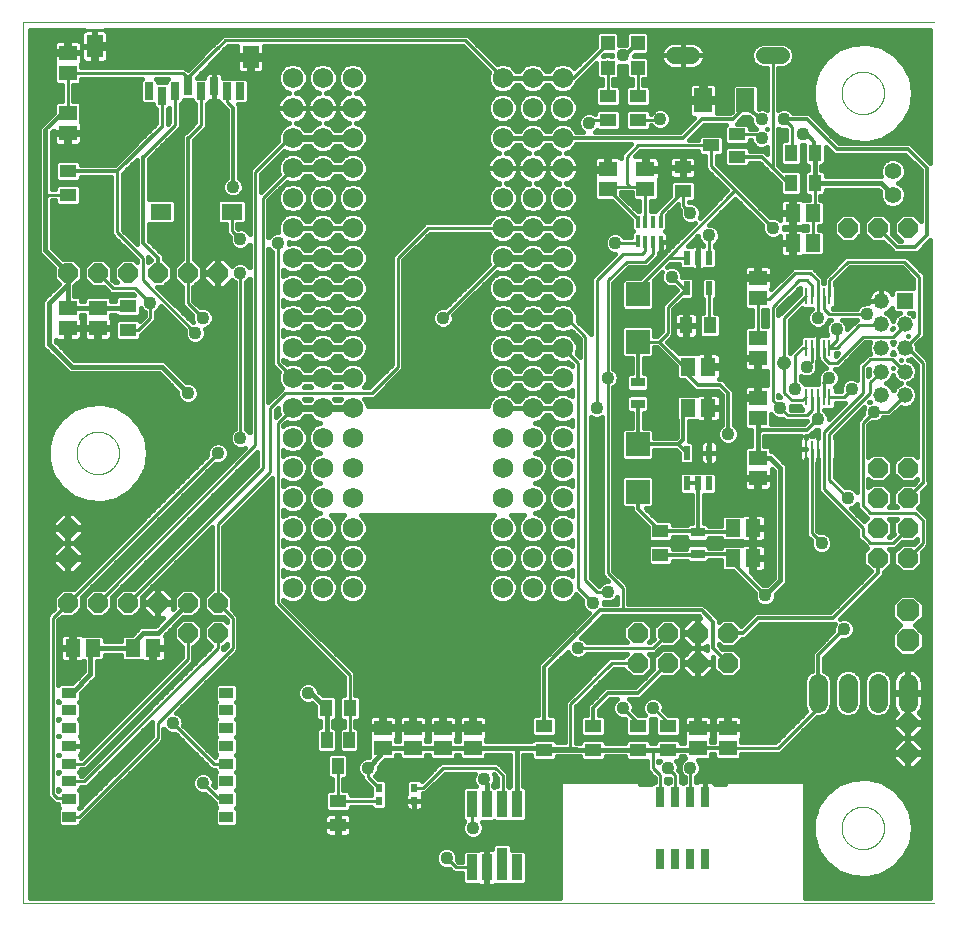
<source format=gtl>
G75*
%MOIN*%
%OFA0B0*%
%FSLAX25Y25*%
%IPPOS*%
%LPD*%
%AMOC8*
5,1,8,0,0,1.08239X$1,22.5*
%
%ADD10C,0.00000*%
%ADD11R,0.05118X0.05906*%
%ADD12R,0.02165X0.04724*%
%ADD13R,0.04724X0.03150*%
%ADD14R,0.04724X0.04724*%
%ADD15R,0.05512X0.03937*%
%ADD16R,0.04331X0.05512*%
%ADD17R,0.05512X0.04331*%
%ADD18C,0.05600*%
%ADD19OC8,0.06400*%
%ADD20R,0.01100X0.05600*%
%ADD21R,0.05906X0.05118*%
%ADD22R,0.05200X0.05200*%
%ADD23C,0.05200*%
%ADD24R,0.03150X0.07100*%
%ADD25C,0.05600*%
%ADD26R,0.03937X0.05512*%
%ADD27OC8,0.06600*%
%ADD28OC8,0.07600*%
%ADD29R,0.04724X0.03543*%
%ADD30C,0.06900*%
%ADD31R,0.03543X0.08858*%
%ADD32R,0.03543X0.11024*%
%ADD33R,0.05906X0.08268*%
%ADD34R,0.07874X0.07874*%
%ADD35C,0.06400*%
%ADD36R,0.02362X0.03150*%
%ADD37R,0.05512X0.07480*%
%ADD38R,0.07087X0.05512*%
%ADD39R,0.02756X0.05906*%
%ADD40R,0.01378X0.03937*%
%ADD41R,0.01378X0.04331*%
%ADD42C,0.01600*%
%ADD43C,0.04756*%
%ADD44C,0.01000*%
%ADD45C,0.01200*%
%ADD46C,0.04362*%
%ADD47C,0.02400*%
D10*
X0018333Y0055000D02*
X0018333Y0348750D01*
X0322034Y0348711D01*
X0291246Y0325000D02*
X0291248Y0325174D01*
X0291255Y0325348D01*
X0291265Y0325521D01*
X0291280Y0325695D01*
X0291299Y0325868D01*
X0291323Y0326040D01*
X0291350Y0326212D01*
X0291382Y0326383D01*
X0291418Y0326553D01*
X0291458Y0326722D01*
X0291503Y0326890D01*
X0291551Y0327057D01*
X0291604Y0327223D01*
X0291660Y0327388D01*
X0291721Y0327551D01*
X0291785Y0327712D01*
X0291854Y0327872D01*
X0291926Y0328030D01*
X0292003Y0328186D01*
X0292083Y0328341D01*
X0292167Y0328493D01*
X0292254Y0328643D01*
X0292346Y0328792D01*
X0292440Y0328937D01*
X0292539Y0329081D01*
X0292641Y0329222D01*
X0292746Y0329360D01*
X0292855Y0329496D01*
X0292967Y0329629D01*
X0293082Y0329759D01*
X0293200Y0329887D01*
X0293322Y0330011D01*
X0293446Y0330133D01*
X0293574Y0330251D01*
X0293704Y0330366D01*
X0293837Y0330478D01*
X0293973Y0330587D01*
X0294111Y0330692D01*
X0294252Y0330794D01*
X0294396Y0330893D01*
X0294541Y0330987D01*
X0294690Y0331079D01*
X0294840Y0331166D01*
X0294992Y0331250D01*
X0295147Y0331330D01*
X0295303Y0331407D01*
X0295461Y0331479D01*
X0295621Y0331548D01*
X0295782Y0331612D01*
X0295945Y0331673D01*
X0296110Y0331729D01*
X0296276Y0331782D01*
X0296443Y0331830D01*
X0296611Y0331875D01*
X0296780Y0331915D01*
X0296950Y0331951D01*
X0297121Y0331983D01*
X0297293Y0332010D01*
X0297465Y0332034D01*
X0297638Y0332053D01*
X0297812Y0332068D01*
X0297985Y0332078D01*
X0298159Y0332085D01*
X0298333Y0332087D01*
X0298507Y0332085D01*
X0298681Y0332078D01*
X0298854Y0332068D01*
X0299028Y0332053D01*
X0299201Y0332034D01*
X0299373Y0332010D01*
X0299545Y0331983D01*
X0299716Y0331951D01*
X0299886Y0331915D01*
X0300055Y0331875D01*
X0300223Y0331830D01*
X0300390Y0331782D01*
X0300556Y0331729D01*
X0300721Y0331673D01*
X0300884Y0331612D01*
X0301045Y0331548D01*
X0301205Y0331479D01*
X0301363Y0331407D01*
X0301519Y0331330D01*
X0301674Y0331250D01*
X0301826Y0331166D01*
X0301976Y0331079D01*
X0302125Y0330987D01*
X0302270Y0330893D01*
X0302414Y0330794D01*
X0302555Y0330692D01*
X0302693Y0330587D01*
X0302829Y0330478D01*
X0302962Y0330366D01*
X0303092Y0330251D01*
X0303220Y0330133D01*
X0303344Y0330011D01*
X0303466Y0329887D01*
X0303584Y0329759D01*
X0303699Y0329629D01*
X0303811Y0329496D01*
X0303920Y0329360D01*
X0304025Y0329222D01*
X0304127Y0329081D01*
X0304226Y0328937D01*
X0304320Y0328792D01*
X0304412Y0328643D01*
X0304499Y0328493D01*
X0304583Y0328341D01*
X0304663Y0328186D01*
X0304740Y0328030D01*
X0304812Y0327872D01*
X0304881Y0327712D01*
X0304945Y0327551D01*
X0305006Y0327388D01*
X0305062Y0327223D01*
X0305115Y0327057D01*
X0305163Y0326890D01*
X0305208Y0326722D01*
X0305248Y0326553D01*
X0305284Y0326383D01*
X0305316Y0326212D01*
X0305343Y0326040D01*
X0305367Y0325868D01*
X0305386Y0325695D01*
X0305401Y0325521D01*
X0305411Y0325348D01*
X0305418Y0325174D01*
X0305420Y0325000D01*
X0305418Y0324826D01*
X0305411Y0324652D01*
X0305401Y0324479D01*
X0305386Y0324305D01*
X0305367Y0324132D01*
X0305343Y0323960D01*
X0305316Y0323788D01*
X0305284Y0323617D01*
X0305248Y0323447D01*
X0305208Y0323278D01*
X0305163Y0323110D01*
X0305115Y0322943D01*
X0305062Y0322777D01*
X0305006Y0322612D01*
X0304945Y0322449D01*
X0304881Y0322288D01*
X0304812Y0322128D01*
X0304740Y0321970D01*
X0304663Y0321814D01*
X0304583Y0321659D01*
X0304499Y0321507D01*
X0304412Y0321357D01*
X0304320Y0321208D01*
X0304226Y0321063D01*
X0304127Y0320919D01*
X0304025Y0320778D01*
X0303920Y0320640D01*
X0303811Y0320504D01*
X0303699Y0320371D01*
X0303584Y0320241D01*
X0303466Y0320113D01*
X0303344Y0319989D01*
X0303220Y0319867D01*
X0303092Y0319749D01*
X0302962Y0319634D01*
X0302829Y0319522D01*
X0302693Y0319413D01*
X0302555Y0319308D01*
X0302414Y0319206D01*
X0302270Y0319107D01*
X0302125Y0319013D01*
X0301976Y0318921D01*
X0301826Y0318834D01*
X0301674Y0318750D01*
X0301519Y0318670D01*
X0301363Y0318593D01*
X0301205Y0318521D01*
X0301045Y0318452D01*
X0300884Y0318388D01*
X0300721Y0318327D01*
X0300556Y0318271D01*
X0300390Y0318218D01*
X0300223Y0318170D01*
X0300055Y0318125D01*
X0299886Y0318085D01*
X0299716Y0318049D01*
X0299545Y0318017D01*
X0299373Y0317990D01*
X0299201Y0317966D01*
X0299028Y0317947D01*
X0298854Y0317932D01*
X0298681Y0317922D01*
X0298507Y0317915D01*
X0298333Y0317913D01*
X0298159Y0317915D01*
X0297985Y0317922D01*
X0297812Y0317932D01*
X0297638Y0317947D01*
X0297465Y0317966D01*
X0297293Y0317990D01*
X0297121Y0318017D01*
X0296950Y0318049D01*
X0296780Y0318085D01*
X0296611Y0318125D01*
X0296443Y0318170D01*
X0296276Y0318218D01*
X0296110Y0318271D01*
X0295945Y0318327D01*
X0295782Y0318388D01*
X0295621Y0318452D01*
X0295461Y0318521D01*
X0295303Y0318593D01*
X0295147Y0318670D01*
X0294992Y0318750D01*
X0294840Y0318834D01*
X0294690Y0318921D01*
X0294541Y0319013D01*
X0294396Y0319107D01*
X0294252Y0319206D01*
X0294111Y0319308D01*
X0293973Y0319413D01*
X0293837Y0319522D01*
X0293704Y0319634D01*
X0293574Y0319749D01*
X0293446Y0319867D01*
X0293322Y0319989D01*
X0293200Y0320113D01*
X0293082Y0320241D01*
X0292967Y0320371D01*
X0292855Y0320504D01*
X0292746Y0320640D01*
X0292641Y0320778D01*
X0292539Y0320919D01*
X0292440Y0321063D01*
X0292346Y0321208D01*
X0292254Y0321357D01*
X0292167Y0321507D01*
X0292083Y0321659D01*
X0292003Y0321814D01*
X0291926Y0321970D01*
X0291854Y0322128D01*
X0291785Y0322288D01*
X0291721Y0322449D01*
X0291660Y0322612D01*
X0291604Y0322777D01*
X0291551Y0322943D01*
X0291503Y0323110D01*
X0291458Y0323278D01*
X0291418Y0323447D01*
X0291382Y0323617D01*
X0291350Y0323788D01*
X0291323Y0323960D01*
X0291299Y0324132D01*
X0291280Y0324305D01*
X0291265Y0324479D01*
X0291255Y0324652D01*
X0291248Y0324826D01*
X0291246Y0325000D01*
X0036246Y0205000D02*
X0036248Y0205174D01*
X0036255Y0205348D01*
X0036265Y0205521D01*
X0036280Y0205695D01*
X0036299Y0205868D01*
X0036323Y0206040D01*
X0036350Y0206212D01*
X0036382Y0206383D01*
X0036418Y0206553D01*
X0036458Y0206722D01*
X0036503Y0206890D01*
X0036551Y0207057D01*
X0036604Y0207223D01*
X0036660Y0207388D01*
X0036721Y0207551D01*
X0036785Y0207712D01*
X0036854Y0207872D01*
X0036926Y0208030D01*
X0037003Y0208186D01*
X0037083Y0208341D01*
X0037167Y0208493D01*
X0037254Y0208643D01*
X0037346Y0208792D01*
X0037440Y0208937D01*
X0037539Y0209081D01*
X0037641Y0209222D01*
X0037746Y0209360D01*
X0037855Y0209496D01*
X0037967Y0209629D01*
X0038082Y0209759D01*
X0038200Y0209887D01*
X0038322Y0210011D01*
X0038446Y0210133D01*
X0038574Y0210251D01*
X0038704Y0210366D01*
X0038837Y0210478D01*
X0038973Y0210587D01*
X0039111Y0210692D01*
X0039252Y0210794D01*
X0039396Y0210893D01*
X0039541Y0210987D01*
X0039690Y0211079D01*
X0039840Y0211166D01*
X0039992Y0211250D01*
X0040147Y0211330D01*
X0040303Y0211407D01*
X0040461Y0211479D01*
X0040621Y0211548D01*
X0040782Y0211612D01*
X0040945Y0211673D01*
X0041110Y0211729D01*
X0041276Y0211782D01*
X0041443Y0211830D01*
X0041611Y0211875D01*
X0041780Y0211915D01*
X0041950Y0211951D01*
X0042121Y0211983D01*
X0042293Y0212010D01*
X0042465Y0212034D01*
X0042638Y0212053D01*
X0042812Y0212068D01*
X0042985Y0212078D01*
X0043159Y0212085D01*
X0043333Y0212087D01*
X0043507Y0212085D01*
X0043681Y0212078D01*
X0043854Y0212068D01*
X0044028Y0212053D01*
X0044201Y0212034D01*
X0044373Y0212010D01*
X0044545Y0211983D01*
X0044716Y0211951D01*
X0044886Y0211915D01*
X0045055Y0211875D01*
X0045223Y0211830D01*
X0045390Y0211782D01*
X0045556Y0211729D01*
X0045721Y0211673D01*
X0045884Y0211612D01*
X0046045Y0211548D01*
X0046205Y0211479D01*
X0046363Y0211407D01*
X0046519Y0211330D01*
X0046674Y0211250D01*
X0046826Y0211166D01*
X0046976Y0211079D01*
X0047125Y0210987D01*
X0047270Y0210893D01*
X0047414Y0210794D01*
X0047555Y0210692D01*
X0047693Y0210587D01*
X0047829Y0210478D01*
X0047962Y0210366D01*
X0048092Y0210251D01*
X0048220Y0210133D01*
X0048344Y0210011D01*
X0048466Y0209887D01*
X0048584Y0209759D01*
X0048699Y0209629D01*
X0048811Y0209496D01*
X0048920Y0209360D01*
X0049025Y0209222D01*
X0049127Y0209081D01*
X0049226Y0208937D01*
X0049320Y0208792D01*
X0049412Y0208643D01*
X0049499Y0208493D01*
X0049583Y0208341D01*
X0049663Y0208186D01*
X0049740Y0208030D01*
X0049812Y0207872D01*
X0049881Y0207712D01*
X0049945Y0207551D01*
X0050006Y0207388D01*
X0050062Y0207223D01*
X0050115Y0207057D01*
X0050163Y0206890D01*
X0050208Y0206722D01*
X0050248Y0206553D01*
X0050284Y0206383D01*
X0050316Y0206212D01*
X0050343Y0206040D01*
X0050367Y0205868D01*
X0050386Y0205695D01*
X0050401Y0205521D01*
X0050411Y0205348D01*
X0050418Y0205174D01*
X0050420Y0205000D01*
X0050418Y0204826D01*
X0050411Y0204652D01*
X0050401Y0204479D01*
X0050386Y0204305D01*
X0050367Y0204132D01*
X0050343Y0203960D01*
X0050316Y0203788D01*
X0050284Y0203617D01*
X0050248Y0203447D01*
X0050208Y0203278D01*
X0050163Y0203110D01*
X0050115Y0202943D01*
X0050062Y0202777D01*
X0050006Y0202612D01*
X0049945Y0202449D01*
X0049881Y0202288D01*
X0049812Y0202128D01*
X0049740Y0201970D01*
X0049663Y0201814D01*
X0049583Y0201659D01*
X0049499Y0201507D01*
X0049412Y0201357D01*
X0049320Y0201208D01*
X0049226Y0201063D01*
X0049127Y0200919D01*
X0049025Y0200778D01*
X0048920Y0200640D01*
X0048811Y0200504D01*
X0048699Y0200371D01*
X0048584Y0200241D01*
X0048466Y0200113D01*
X0048344Y0199989D01*
X0048220Y0199867D01*
X0048092Y0199749D01*
X0047962Y0199634D01*
X0047829Y0199522D01*
X0047693Y0199413D01*
X0047555Y0199308D01*
X0047414Y0199206D01*
X0047270Y0199107D01*
X0047125Y0199013D01*
X0046976Y0198921D01*
X0046826Y0198834D01*
X0046674Y0198750D01*
X0046519Y0198670D01*
X0046363Y0198593D01*
X0046205Y0198521D01*
X0046045Y0198452D01*
X0045884Y0198388D01*
X0045721Y0198327D01*
X0045556Y0198271D01*
X0045390Y0198218D01*
X0045223Y0198170D01*
X0045055Y0198125D01*
X0044886Y0198085D01*
X0044716Y0198049D01*
X0044545Y0198017D01*
X0044373Y0197990D01*
X0044201Y0197966D01*
X0044028Y0197947D01*
X0043854Y0197932D01*
X0043681Y0197922D01*
X0043507Y0197915D01*
X0043333Y0197913D01*
X0043159Y0197915D01*
X0042985Y0197922D01*
X0042812Y0197932D01*
X0042638Y0197947D01*
X0042465Y0197966D01*
X0042293Y0197990D01*
X0042121Y0198017D01*
X0041950Y0198049D01*
X0041780Y0198085D01*
X0041611Y0198125D01*
X0041443Y0198170D01*
X0041276Y0198218D01*
X0041110Y0198271D01*
X0040945Y0198327D01*
X0040782Y0198388D01*
X0040621Y0198452D01*
X0040461Y0198521D01*
X0040303Y0198593D01*
X0040147Y0198670D01*
X0039992Y0198750D01*
X0039840Y0198834D01*
X0039690Y0198921D01*
X0039541Y0199013D01*
X0039396Y0199107D01*
X0039252Y0199206D01*
X0039111Y0199308D01*
X0038973Y0199413D01*
X0038837Y0199522D01*
X0038704Y0199634D01*
X0038574Y0199749D01*
X0038446Y0199867D01*
X0038322Y0199989D01*
X0038200Y0200113D01*
X0038082Y0200241D01*
X0037967Y0200371D01*
X0037855Y0200504D01*
X0037746Y0200640D01*
X0037641Y0200778D01*
X0037539Y0200919D01*
X0037440Y0201063D01*
X0037346Y0201208D01*
X0037254Y0201357D01*
X0037167Y0201507D01*
X0037083Y0201659D01*
X0037003Y0201814D01*
X0036926Y0201970D01*
X0036854Y0202128D01*
X0036785Y0202288D01*
X0036721Y0202449D01*
X0036660Y0202612D01*
X0036604Y0202777D01*
X0036551Y0202943D01*
X0036503Y0203110D01*
X0036458Y0203278D01*
X0036418Y0203447D01*
X0036382Y0203617D01*
X0036350Y0203788D01*
X0036323Y0203960D01*
X0036299Y0204132D01*
X0036280Y0204305D01*
X0036265Y0204479D01*
X0036255Y0204652D01*
X0036248Y0204826D01*
X0036246Y0205000D01*
X0018333Y0055000D02*
X0322034Y0055000D01*
X0291246Y0080000D02*
X0291248Y0080174D01*
X0291255Y0080348D01*
X0291265Y0080521D01*
X0291280Y0080695D01*
X0291299Y0080868D01*
X0291323Y0081040D01*
X0291350Y0081212D01*
X0291382Y0081383D01*
X0291418Y0081553D01*
X0291458Y0081722D01*
X0291503Y0081890D01*
X0291551Y0082057D01*
X0291604Y0082223D01*
X0291660Y0082388D01*
X0291721Y0082551D01*
X0291785Y0082712D01*
X0291854Y0082872D01*
X0291926Y0083030D01*
X0292003Y0083186D01*
X0292083Y0083341D01*
X0292167Y0083493D01*
X0292254Y0083643D01*
X0292346Y0083792D01*
X0292440Y0083937D01*
X0292539Y0084081D01*
X0292641Y0084222D01*
X0292746Y0084360D01*
X0292855Y0084496D01*
X0292967Y0084629D01*
X0293082Y0084759D01*
X0293200Y0084887D01*
X0293322Y0085011D01*
X0293446Y0085133D01*
X0293574Y0085251D01*
X0293704Y0085366D01*
X0293837Y0085478D01*
X0293973Y0085587D01*
X0294111Y0085692D01*
X0294252Y0085794D01*
X0294396Y0085893D01*
X0294541Y0085987D01*
X0294690Y0086079D01*
X0294840Y0086166D01*
X0294992Y0086250D01*
X0295147Y0086330D01*
X0295303Y0086407D01*
X0295461Y0086479D01*
X0295621Y0086548D01*
X0295782Y0086612D01*
X0295945Y0086673D01*
X0296110Y0086729D01*
X0296276Y0086782D01*
X0296443Y0086830D01*
X0296611Y0086875D01*
X0296780Y0086915D01*
X0296950Y0086951D01*
X0297121Y0086983D01*
X0297293Y0087010D01*
X0297465Y0087034D01*
X0297638Y0087053D01*
X0297812Y0087068D01*
X0297985Y0087078D01*
X0298159Y0087085D01*
X0298333Y0087087D01*
X0298507Y0087085D01*
X0298681Y0087078D01*
X0298854Y0087068D01*
X0299028Y0087053D01*
X0299201Y0087034D01*
X0299373Y0087010D01*
X0299545Y0086983D01*
X0299716Y0086951D01*
X0299886Y0086915D01*
X0300055Y0086875D01*
X0300223Y0086830D01*
X0300390Y0086782D01*
X0300556Y0086729D01*
X0300721Y0086673D01*
X0300884Y0086612D01*
X0301045Y0086548D01*
X0301205Y0086479D01*
X0301363Y0086407D01*
X0301519Y0086330D01*
X0301674Y0086250D01*
X0301826Y0086166D01*
X0301976Y0086079D01*
X0302125Y0085987D01*
X0302270Y0085893D01*
X0302414Y0085794D01*
X0302555Y0085692D01*
X0302693Y0085587D01*
X0302829Y0085478D01*
X0302962Y0085366D01*
X0303092Y0085251D01*
X0303220Y0085133D01*
X0303344Y0085011D01*
X0303466Y0084887D01*
X0303584Y0084759D01*
X0303699Y0084629D01*
X0303811Y0084496D01*
X0303920Y0084360D01*
X0304025Y0084222D01*
X0304127Y0084081D01*
X0304226Y0083937D01*
X0304320Y0083792D01*
X0304412Y0083643D01*
X0304499Y0083493D01*
X0304583Y0083341D01*
X0304663Y0083186D01*
X0304740Y0083030D01*
X0304812Y0082872D01*
X0304881Y0082712D01*
X0304945Y0082551D01*
X0305006Y0082388D01*
X0305062Y0082223D01*
X0305115Y0082057D01*
X0305163Y0081890D01*
X0305208Y0081722D01*
X0305248Y0081553D01*
X0305284Y0081383D01*
X0305316Y0081212D01*
X0305343Y0081040D01*
X0305367Y0080868D01*
X0305386Y0080695D01*
X0305401Y0080521D01*
X0305411Y0080348D01*
X0305418Y0080174D01*
X0305420Y0080000D01*
X0305418Y0079826D01*
X0305411Y0079652D01*
X0305401Y0079479D01*
X0305386Y0079305D01*
X0305367Y0079132D01*
X0305343Y0078960D01*
X0305316Y0078788D01*
X0305284Y0078617D01*
X0305248Y0078447D01*
X0305208Y0078278D01*
X0305163Y0078110D01*
X0305115Y0077943D01*
X0305062Y0077777D01*
X0305006Y0077612D01*
X0304945Y0077449D01*
X0304881Y0077288D01*
X0304812Y0077128D01*
X0304740Y0076970D01*
X0304663Y0076814D01*
X0304583Y0076659D01*
X0304499Y0076507D01*
X0304412Y0076357D01*
X0304320Y0076208D01*
X0304226Y0076063D01*
X0304127Y0075919D01*
X0304025Y0075778D01*
X0303920Y0075640D01*
X0303811Y0075504D01*
X0303699Y0075371D01*
X0303584Y0075241D01*
X0303466Y0075113D01*
X0303344Y0074989D01*
X0303220Y0074867D01*
X0303092Y0074749D01*
X0302962Y0074634D01*
X0302829Y0074522D01*
X0302693Y0074413D01*
X0302555Y0074308D01*
X0302414Y0074206D01*
X0302270Y0074107D01*
X0302125Y0074013D01*
X0301976Y0073921D01*
X0301826Y0073834D01*
X0301674Y0073750D01*
X0301519Y0073670D01*
X0301363Y0073593D01*
X0301205Y0073521D01*
X0301045Y0073452D01*
X0300884Y0073388D01*
X0300721Y0073327D01*
X0300556Y0073271D01*
X0300390Y0073218D01*
X0300223Y0073170D01*
X0300055Y0073125D01*
X0299886Y0073085D01*
X0299716Y0073049D01*
X0299545Y0073017D01*
X0299373Y0072990D01*
X0299201Y0072966D01*
X0299028Y0072947D01*
X0298854Y0072932D01*
X0298681Y0072922D01*
X0298507Y0072915D01*
X0298333Y0072913D01*
X0298159Y0072915D01*
X0297985Y0072922D01*
X0297812Y0072932D01*
X0297638Y0072947D01*
X0297465Y0072966D01*
X0297293Y0072990D01*
X0297121Y0073017D01*
X0296950Y0073049D01*
X0296780Y0073085D01*
X0296611Y0073125D01*
X0296443Y0073170D01*
X0296276Y0073218D01*
X0296110Y0073271D01*
X0295945Y0073327D01*
X0295782Y0073388D01*
X0295621Y0073452D01*
X0295461Y0073521D01*
X0295303Y0073593D01*
X0295147Y0073670D01*
X0294992Y0073750D01*
X0294840Y0073834D01*
X0294690Y0073921D01*
X0294541Y0074013D01*
X0294396Y0074107D01*
X0294252Y0074206D01*
X0294111Y0074308D01*
X0293973Y0074413D01*
X0293837Y0074522D01*
X0293704Y0074634D01*
X0293574Y0074749D01*
X0293446Y0074867D01*
X0293322Y0074989D01*
X0293200Y0075113D01*
X0293082Y0075241D01*
X0292967Y0075371D01*
X0292855Y0075504D01*
X0292746Y0075640D01*
X0292641Y0075778D01*
X0292539Y0075919D01*
X0292440Y0076063D01*
X0292346Y0076208D01*
X0292254Y0076357D01*
X0292167Y0076507D01*
X0292083Y0076659D01*
X0292003Y0076814D01*
X0291926Y0076970D01*
X0291854Y0077128D01*
X0291785Y0077288D01*
X0291721Y0077449D01*
X0291660Y0077612D01*
X0291604Y0077777D01*
X0291551Y0077943D01*
X0291503Y0078110D01*
X0291458Y0078278D01*
X0291418Y0078447D01*
X0291382Y0078617D01*
X0291350Y0078788D01*
X0291323Y0078960D01*
X0291299Y0079132D01*
X0291280Y0079305D01*
X0291265Y0079479D01*
X0291255Y0079652D01*
X0291248Y0079826D01*
X0291246Y0080000D01*
D11*
X0261680Y0170000D03*
X0254987Y0170000D03*
X0254987Y0180000D03*
X0261680Y0180000D03*
X0246680Y0220000D03*
X0239987Y0220000D03*
X0239987Y0233750D03*
X0246680Y0233750D03*
X0274987Y0275000D03*
X0281680Y0275000D03*
X0281680Y0285000D03*
X0274987Y0285000D03*
X0061680Y0140000D03*
X0054987Y0140000D03*
X0041680Y0140000D03*
X0034987Y0140000D03*
D12*
X0239593Y0194881D03*
X0243333Y0194881D03*
X0247073Y0194881D03*
X0247073Y0205119D03*
X0239593Y0205119D03*
X0239593Y0259881D03*
X0247073Y0259881D03*
X0247073Y0270119D03*
X0243333Y0270119D03*
X0239593Y0270119D03*
D13*
X0223333Y0228543D03*
X0223333Y0221457D03*
X0243333Y0178543D03*
X0243333Y0171457D03*
D14*
X0223333Y0333366D03*
X0223333Y0341634D03*
X0213333Y0341634D03*
X0213333Y0333366D03*
D15*
X0247753Y0307500D03*
X0256414Y0311240D03*
X0256414Y0303760D03*
D16*
X0274396Y0305000D03*
X0282270Y0305000D03*
X0282270Y0295000D03*
X0274396Y0295000D03*
X0247270Y0247500D03*
X0239396Y0247500D03*
X0127270Y0120000D03*
X0119396Y0120000D03*
D17*
X0123333Y0088937D03*
X0123333Y0081063D03*
X0192083Y0106063D03*
X0192083Y0113937D03*
X0208333Y0113937D03*
X0208333Y0106063D03*
X0223333Y0106063D03*
X0223333Y0113937D03*
X0233333Y0113937D03*
X0233333Y0106063D03*
X0230833Y0171063D03*
X0230833Y0178937D03*
X0238333Y0292313D03*
X0238333Y0300187D03*
X0223333Y0316063D03*
X0223333Y0323937D03*
X0213333Y0323937D03*
X0213333Y0316063D03*
X0053333Y0253937D03*
X0053333Y0246063D03*
X0033333Y0291063D03*
X0033333Y0298937D03*
D18*
X0235533Y0337500D02*
X0241133Y0337500D01*
X0265533Y0337500D02*
X0271133Y0337500D01*
D19*
X0293333Y0280000D03*
X0303333Y0280000D03*
X0313333Y0280000D03*
X0313333Y0115000D03*
X0313333Y0105000D03*
X0083333Y0145000D03*
X0073333Y0145000D03*
X0073333Y0155000D03*
X0083333Y0155000D03*
X0063333Y0155000D03*
X0053333Y0155000D03*
X0043333Y0155000D03*
X0033333Y0155000D03*
X0033333Y0170000D03*
X0033333Y0180000D03*
X0033333Y0265000D03*
X0043333Y0265000D03*
X0053333Y0265000D03*
X0063333Y0265000D03*
X0073333Y0265000D03*
X0083333Y0265000D03*
D20*
X0279433Y0257350D03*
X0281333Y0257350D03*
X0283333Y0257350D03*
X0285333Y0257350D03*
X0287233Y0257350D03*
X0287233Y0240150D03*
X0285333Y0240150D03*
X0283333Y0240150D03*
X0281333Y0240150D03*
X0279433Y0240150D03*
X0279433Y0223600D03*
X0281333Y0223600D03*
X0283333Y0223600D03*
X0285333Y0223600D03*
X0287233Y0223600D03*
X0287233Y0206400D03*
X0285333Y0206400D03*
X0283333Y0206400D03*
X0281333Y0206400D03*
X0279433Y0206400D03*
D21*
X0263333Y0203346D03*
X0263333Y0196654D03*
X0263333Y0216654D03*
X0263333Y0223346D03*
X0263333Y0236654D03*
X0263333Y0243346D03*
X0263333Y0256654D03*
X0263333Y0263346D03*
X0225833Y0292904D03*
X0225833Y0299596D03*
X0213333Y0299596D03*
X0213333Y0292904D03*
X0043333Y0253346D03*
X0043333Y0246654D03*
X0033333Y0246654D03*
X0033333Y0253346D03*
X0033333Y0311654D03*
X0033333Y0318346D03*
X0033333Y0331654D03*
X0033333Y0338346D03*
X0138333Y0113346D03*
X0138333Y0106654D03*
X0148333Y0106654D03*
X0148333Y0113346D03*
X0158333Y0113346D03*
X0158333Y0106654D03*
X0168333Y0106654D03*
X0168333Y0113346D03*
X0243333Y0113346D03*
X0243333Y0106654D03*
X0253333Y0106654D03*
X0253333Y0113346D03*
D22*
X0312270Y0255748D03*
D23*
X0304396Y0255748D03*
X0304396Y0247874D03*
X0304396Y0240000D03*
X0304396Y0232126D03*
X0304396Y0224252D03*
X0312270Y0224252D03*
X0312270Y0232126D03*
X0312270Y0240000D03*
X0312270Y0247874D03*
D24*
X0245833Y0090400D03*
X0240833Y0090400D03*
X0235833Y0090400D03*
X0230833Y0090400D03*
X0230833Y0069600D03*
X0235833Y0069600D03*
X0240833Y0069600D03*
X0245833Y0069600D03*
D25*
X0308333Y0291063D03*
X0308333Y0298937D03*
D26*
X0127073Y0109331D03*
X0119593Y0109331D03*
X0123333Y0100669D03*
D27*
X0223333Y0135000D03*
X0223333Y0145000D03*
X0233333Y0145000D03*
X0243333Y0145000D03*
X0253333Y0145000D03*
X0253333Y0135000D03*
X0243333Y0135000D03*
X0233333Y0135000D03*
X0303333Y0170000D03*
X0313333Y0170000D03*
X0313333Y0180000D03*
X0303333Y0180000D03*
X0303333Y0190000D03*
X0313333Y0190000D03*
X0313333Y0200000D03*
X0303333Y0200000D03*
D28*
X0313333Y0152500D03*
X0313333Y0142500D03*
D29*
X0086199Y0125079D03*
X0086199Y0119173D03*
X0086199Y0113268D03*
X0086199Y0107362D03*
X0086199Y0101457D03*
X0086199Y0095551D03*
X0086199Y0089646D03*
X0086199Y0083740D03*
X0033774Y0083740D03*
X0033774Y0089646D03*
X0033774Y0095551D03*
X0033774Y0101457D03*
X0033774Y0107362D03*
X0033774Y0113268D03*
X0033774Y0119173D03*
X0033774Y0125079D03*
D30*
X0108333Y0160000D03*
X0118333Y0160000D03*
X0128333Y0160000D03*
X0128333Y0170000D03*
X0118333Y0170000D03*
X0108333Y0170000D03*
X0108333Y0180000D03*
X0108333Y0190000D03*
X0118333Y0190000D03*
X0118333Y0180000D03*
X0128333Y0180000D03*
X0128333Y0190000D03*
X0128333Y0200000D03*
X0118333Y0200000D03*
X0108333Y0200000D03*
X0108333Y0210000D03*
X0118333Y0210000D03*
X0128333Y0210000D03*
X0128333Y0220000D03*
X0118333Y0220000D03*
X0108333Y0220000D03*
X0108333Y0230000D03*
X0118333Y0230000D03*
X0128333Y0230000D03*
X0128333Y0240000D03*
X0118333Y0240000D03*
X0108333Y0240000D03*
X0108333Y0250000D03*
X0118333Y0250000D03*
X0128333Y0250000D03*
X0128333Y0260000D03*
X0118333Y0260000D03*
X0108333Y0260000D03*
X0108333Y0270000D03*
X0118333Y0270000D03*
X0128333Y0270000D03*
X0128333Y0280000D03*
X0118333Y0280000D03*
X0108333Y0280000D03*
X0108333Y0290000D03*
X0108333Y0300000D03*
X0118333Y0300000D03*
X0118333Y0290000D03*
X0128333Y0290000D03*
X0128333Y0300000D03*
X0128333Y0310000D03*
X0118333Y0310000D03*
X0108333Y0310000D03*
X0108333Y0320000D03*
X0118333Y0320000D03*
X0128333Y0320000D03*
X0128333Y0330000D03*
X0118333Y0330000D03*
X0108333Y0330000D03*
X0178333Y0330000D03*
X0188333Y0330000D03*
X0188333Y0320000D03*
X0178333Y0320000D03*
X0178333Y0310000D03*
X0188333Y0310000D03*
X0188333Y0300000D03*
X0178333Y0300000D03*
X0178333Y0290000D03*
X0188333Y0290000D03*
X0188333Y0280000D03*
X0178333Y0280000D03*
X0178333Y0270000D03*
X0178333Y0260000D03*
X0188333Y0260000D03*
X0188333Y0270000D03*
X0198333Y0270000D03*
X0198333Y0260000D03*
X0198333Y0250000D03*
X0188333Y0250000D03*
X0178333Y0250000D03*
X0178333Y0240000D03*
X0188333Y0240000D03*
X0188333Y0230000D03*
X0178333Y0230000D03*
X0178333Y0220000D03*
X0188333Y0220000D03*
X0188333Y0210000D03*
X0178333Y0210000D03*
X0178333Y0200000D03*
X0188333Y0200000D03*
X0188333Y0190000D03*
X0178333Y0190000D03*
X0178333Y0180000D03*
X0188333Y0180000D03*
X0188333Y0170000D03*
X0178333Y0170000D03*
X0178333Y0160000D03*
X0188333Y0160000D03*
X0198333Y0160000D03*
X0198333Y0170000D03*
X0198333Y0180000D03*
X0198333Y0190000D03*
X0198333Y0200000D03*
X0198333Y0210000D03*
X0198333Y0220000D03*
X0198333Y0230000D03*
X0198333Y0240000D03*
X0198333Y0280000D03*
X0198333Y0290000D03*
X0198333Y0300000D03*
X0198333Y0310000D03*
X0198333Y0320000D03*
X0198333Y0330000D03*
D31*
X0183018Y0087933D03*
X0178097Y0087933D03*
X0172979Y0087933D03*
X0168058Y0087933D03*
X0168058Y0066870D03*
X0172979Y0066870D03*
X0183018Y0066870D03*
D32*
X0178097Y0067953D03*
D33*
X0244997Y0322500D03*
X0259170Y0322500D03*
D34*
X0223333Y0257874D03*
X0223333Y0242126D03*
X0223333Y0207874D03*
X0223333Y0192126D03*
D35*
X0283333Y0128200D02*
X0283333Y0121800D01*
X0293333Y0121800D02*
X0293333Y0128200D01*
X0303333Y0128200D02*
X0303333Y0121800D01*
X0313333Y0121800D02*
X0313333Y0128200D01*
D36*
X0148825Y0093406D03*
X0148825Y0089075D03*
X0137014Y0089075D03*
X0137014Y0093406D03*
D37*
X0094259Y0337057D03*
X0042290Y0340600D03*
D38*
X0064337Y0285482D03*
X0087959Y0285482D03*
D39*
X0086385Y0325640D03*
X0090715Y0325640D03*
X0082054Y0327215D03*
X0077723Y0325640D03*
X0073392Y0327215D03*
X0069062Y0325640D03*
X0064731Y0324065D03*
X0060400Y0325640D03*
D40*
X0223245Y0282096D03*
X0225804Y0282096D03*
X0228363Y0282096D03*
X0230922Y0282096D03*
X0230922Y0275404D03*
X0228363Y0275404D03*
X0225804Y0275404D03*
D41*
X0223245Y0275600D03*
D42*
X0221056Y0276900D02*
X0218922Y0276900D01*
X0218869Y0277029D01*
X0217862Y0278036D01*
X0216546Y0278581D01*
X0215121Y0278581D01*
X0213805Y0278036D01*
X0212797Y0277029D01*
X0212252Y0275712D01*
X0212252Y0274288D01*
X0212797Y0272971D01*
X0213805Y0271964D01*
X0215121Y0271419D01*
X0215815Y0271419D01*
X0208796Y0264400D01*
X0207683Y0263287D01*
X0207683Y0244587D01*
X0206620Y0245650D01*
X0203275Y0248995D01*
X0203283Y0249015D01*
X0203283Y0250985D01*
X0202530Y0252804D01*
X0201137Y0254196D01*
X0199318Y0254950D01*
X0197349Y0254950D01*
X0195529Y0254196D01*
X0194137Y0252804D01*
X0194052Y0252600D01*
X0192614Y0252600D01*
X0192530Y0252804D01*
X0191137Y0254196D01*
X0189318Y0254950D01*
X0187349Y0254950D01*
X0185529Y0254196D01*
X0184137Y0252804D01*
X0184052Y0252600D01*
X0182614Y0252600D01*
X0182530Y0252804D01*
X0181137Y0254196D01*
X0179318Y0254950D01*
X0177349Y0254950D01*
X0175529Y0254196D01*
X0174137Y0252804D01*
X0173383Y0250985D01*
X0173383Y0249015D01*
X0174137Y0247196D01*
X0175529Y0245804D01*
X0177349Y0245050D01*
X0179318Y0245050D01*
X0181137Y0245804D01*
X0182530Y0247196D01*
X0182614Y0247400D01*
X0184052Y0247400D01*
X0184137Y0247196D01*
X0185529Y0245804D01*
X0187349Y0245050D01*
X0189318Y0245050D01*
X0191137Y0245804D01*
X0192530Y0247196D01*
X0192614Y0247400D01*
X0194052Y0247400D01*
X0194137Y0247196D01*
X0195529Y0245804D01*
X0197349Y0245050D01*
X0199318Y0245050D01*
X0201106Y0245791D01*
X0203933Y0242963D01*
X0203933Y0237087D01*
X0202909Y0238111D01*
X0203283Y0239015D01*
X0203283Y0240985D01*
X0202530Y0242804D01*
X0201137Y0244196D01*
X0199318Y0244950D01*
X0197349Y0244950D01*
X0195529Y0244196D01*
X0194137Y0242804D01*
X0194052Y0242600D01*
X0192614Y0242600D01*
X0192530Y0242804D01*
X0191137Y0244196D01*
X0189318Y0244950D01*
X0187349Y0244950D01*
X0185529Y0244196D01*
X0184137Y0242804D01*
X0184052Y0242600D01*
X0182614Y0242600D01*
X0182530Y0242804D01*
X0181137Y0244196D01*
X0179318Y0244950D01*
X0177349Y0244950D01*
X0175529Y0244196D01*
X0174137Y0242804D01*
X0173383Y0240985D01*
X0173383Y0239015D01*
X0174137Y0237196D01*
X0175529Y0235804D01*
X0177349Y0235050D01*
X0179318Y0235050D01*
X0181137Y0235804D01*
X0182530Y0237196D01*
X0182614Y0237400D01*
X0184052Y0237400D01*
X0184137Y0237196D01*
X0185529Y0235804D01*
X0187349Y0235050D01*
X0189318Y0235050D01*
X0191137Y0235804D01*
X0192530Y0237196D01*
X0192614Y0237400D01*
X0194052Y0237400D01*
X0194137Y0237196D01*
X0195529Y0235804D01*
X0197349Y0235050D01*
X0199318Y0235050D01*
X0200222Y0235424D01*
X0201433Y0234213D01*
X0201433Y0233900D01*
X0201137Y0234196D01*
X0199318Y0234950D01*
X0197349Y0234950D01*
X0195529Y0234196D01*
X0194137Y0232804D01*
X0193887Y0232200D01*
X0192780Y0232200D01*
X0192530Y0232804D01*
X0191137Y0234196D01*
X0189318Y0234950D01*
X0187349Y0234950D01*
X0185529Y0234196D01*
X0184137Y0232804D01*
X0183887Y0232200D01*
X0182780Y0232200D01*
X0182530Y0232804D01*
X0181137Y0234196D01*
X0179318Y0234950D01*
X0177349Y0234950D01*
X0175529Y0234196D01*
X0174137Y0232804D01*
X0173383Y0230985D01*
X0173383Y0229015D01*
X0174137Y0227196D01*
X0175529Y0225804D01*
X0177349Y0225050D01*
X0179318Y0225050D01*
X0181137Y0225804D01*
X0182530Y0227196D01*
X0182780Y0227800D01*
X0183887Y0227800D01*
X0184137Y0227196D01*
X0185529Y0225804D01*
X0187349Y0225050D01*
X0189318Y0225050D01*
X0191137Y0225804D01*
X0192530Y0227196D01*
X0192780Y0227800D01*
X0193887Y0227800D01*
X0194137Y0227196D01*
X0195529Y0225804D01*
X0197349Y0225050D01*
X0199318Y0225050D01*
X0201137Y0225804D01*
X0201433Y0226100D01*
X0201433Y0223900D01*
X0201137Y0224196D01*
X0199318Y0224950D01*
X0197349Y0224950D01*
X0195529Y0224196D01*
X0194137Y0222804D01*
X0193887Y0222200D01*
X0192780Y0222200D01*
X0192530Y0222804D01*
X0191137Y0224196D01*
X0189318Y0224950D01*
X0187349Y0224950D01*
X0185529Y0224196D01*
X0184137Y0222804D01*
X0183887Y0222200D01*
X0182780Y0222200D01*
X0182530Y0222804D01*
X0181137Y0224196D01*
X0179318Y0224950D01*
X0177349Y0224950D01*
X0175529Y0224196D01*
X0174137Y0222804D01*
X0173383Y0220985D01*
X0173383Y0220800D01*
X0133283Y0220800D01*
X0133283Y0220985D01*
X0132530Y0222804D01*
X0132234Y0223100D01*
X0135370Y0223100D01*
X0144120Y0231850D01*
X0145233Y0232963D01*
X0145233Y0269213D01*
X0154120Y0278100D01*
X0173762Y0278100D01*
X0174137Y0277196D01*
X0175529Y0275804D01*
X0177349Y0275050D01*
X0179318Y0275050D01*
X0181137Y0275804D01*
X0182530Y0277196D01*
X0182780Y0277800D01*
X0183887Y0277800D01*
X0184137Y0277196D01*
X0185529Y0275804D01*
X0187349Y0275050D01*
X0189318Y0275050D01*
X0191137Y0275804D01*
X0192530Y0277196D01*
X0192780Y0277800D01*
X0193887Y0277800D01*
X0194137Y0277196D01*
X0195529Y0275804D01*
X0197349Y0275050D01*
X0199318Y0275050D01*
X0201137Y0275804D01*
X0202530Y0277196D01*
X0203283Y0279015D01*
X0203283Y0280985D01*
X0202530Y0282804D01*
X0201137Y0284196D01*
X0199318Y0284950D01*
X0197349Y0284950D01*
X0195529Y0284196D01*
X0194137Y0282804D01*
X0193887Y0282200D01*
X0192780Y0282200D01*
X0192530Y0282804D01*
X0191137Y0284196D01*
X0189318Y0284950D01*
X0187349Y0284950D01*
X0185529Y0284196D01*
X0184137Y0282804D01*
X0183887Y0282200D01*
X0182780Y0282200D01*
X0182530Y0282804D01*
X0181137Y0284196D01*
X0179318Y0284950D01*
X0177349Y0284950D01*
X0175529Y0284196D01*
X0174137Y0282804D01*
X0173762Y0281900D01*
X0152546Y0281900D01*
X0151433Y0280787D01*
X0141433Y0270787D01*
X0141433Y0234537D01*
X0133796Y0226900D01*
X0132234Y0226900D01*
X0132530Y0227196D01*
X0133283Y0229015D01*
X0133283Y0230985D01*
X0132530Y0232804D01*
X0131137Y0234196D01*
X0129318Y0234950D01*
X0127349Y0234950D01*
X0125529Y0234196D01*
X0124137Y0232804D01*
X0124052Y0232600D01*
X0122614Y0232600D01*
X0122530Y0232804D01*
X0121137Y0234196D01*
X0119318Y0234950D01*
X0117349Y0234950D01*
X0115529Y0234196D01*
X0114137Y0232804D01*
X0114052Y0232600D01*
X0112614Y0232600D01*
X0112530Y0232804D01*
X0111137Y0234196D01*
X0109318Y0234950D01*
X0107349Y0234950D01*
X0106445Y0234576D01*
X0105233Y0235787D01*
X0105233Y0236100D01*
X0105529Y0235804D01*
X0107349Y0235050D01*
X0109318Y0235050D01*
X0111137Y0235804D01*
X0112530Y0237196D01*
X0112614Y0237400D01*
X0114052Y0237400D01*
X0114137Y0237196D01*
X0115529Y0235804D01*
X0117349Y0235050D01*
X0119318Y0235050D01*
X0121137Y0235804D01*
X0122530Y0237196D01*
X0122614Y0237400D01*
X0124052Y0237400D01*
X0124137Y0237196D01*
X0125529Y0235804D01*
X0127349Y0235050D01*
X0129318Y0235050D01*
X0131137Y0235804D01*
X0132530Y0237196D01*
X0133283Y0239015D01*
X0133283Y0240985D01*
X0132530Y0242804D01*
X0131137Y0244196D01*
X0129318Y0244950D01*
X0127349Y0244950D01*
X0125529Y0244196D01*
X0124137Y0242804D01*
X0124052Y0242600D01*
X0122614Y0242600D01*
X0122530Y0242804D01*
X0121137Y0244196D01*
X0119318Y0244950D01*
X0117349Y0244950D01*
X0115529Y0244196D01*
X0114137Y0242804D01*
X0114052Y0242600D01*
X0112614Y0242600D01*
X0112530Y0242804D01*
X0111137Y0244196D01*
X0109318Y0244950D01*
X0107349Y0244950D01*
X0105529Y0244196D01*
X0105233Y0243900D01*
X0105233Y0246100D01*
X0105529Y0245804D01*
X0107349Y0245050D01*
X0109318Y0245050D01*
X0111137Y0245804D01*
X0112530Y0247196D01*
X0112614Y0247400D01*
X0114052Y0247400D01*
X0114137Y0247196D01*
X0115529Y0245804D01*
X0117349Y0245050D01*
X0119318Y0245050D01*
X0121137Y0245804D01*
X0122530Y0247196D01*
X0122614Y0247400D01*
X0124052Y0247400D01*
X0124137Y0247196D01*
X0125529Y0245804D01*
X0127349Y0245050D01*
X0129318Y0245050D01*
X0131137Y0245804D01*
X0132530Y0247196D01*
X0133283Y0249015D01*
X0133283Y0250985D01*
X0132530Y0252804D01*
X0131137Y0254196D01*
X0129318Y0254950D01*
X0127349Y0254950D01*
X0125529Y0254196D01*
X0124137Y0252804D01*
X0124052Y0252600D01*
X0122614Y0252600D01*
X0122530Y0252804D01*
X0121137Y0254196D01*
X0119318Y0254950D01*
X0117349Y0254950D01*
X0115529Y0254196D01*
X0114137Y0252804D01*
X0114052Y0252600D01*
X0112614Y0252600D01*
X0112530Y0252804D01*
X0111137Y0254196D01*
X0109318Y0254950D01*
X0107349Y0254950D01*
X0105529Y0254196D01*
X0105233Y0253900D01*
X0105233Y0256100D01*
X0105529Y0255804D01*
X0107349Y0255050D01*
X0109318Y0255050D01*
X0111137Y0255804D01*
X0112530Y0257196D01*
X0112614Y0257400D01*
X0114052Y0257400D01*
X0114137Y0257196D01*
X0115529Y0255804D01*
X0117349Y0255050D01*
X0119318Y0255050D01*
X0121137Y0255804D01*
X0122530Y0257196D01*
X0122614Y0257400D01*
X0124052Y0257400D01*
X0124137Y0257196D01*
X0125529Y0255804D01*
X0127349Y0255050D01*
X0129318Y0255050D01*
X0131137Y0255804D01*
X0132530Y0257196D01*
X0133283Y0259015D01*
X0133283Y0260985D01*
X0132530Y0262804D01*
X0131137Y0264196D01*
X0129318Y0264950D01*
X0127349Y0264950D01*
X0125529Y0264196D01*
X0124137Y0262804D01*
X0124052Y0262600D01*
X0122614Y0262600D01*
X0122530Y0262804D01*
X0121137Y0264196D01*
X0119318Y0264950D01*
X0117349Y0264950D01*
X0115529Y0264196D01*
X0114137Y0262804D01*
X0114052Y0262600D01*
X0112614Y0262600D01*
X0112530Y0262804D01*
X0111137Y0264196D01*
X0109318Y0264950D01*
X0107349Y0264950D01*
X0105529Y0264196D01*
X0105233Y0263900D01*
X0105233Y0266100D01*
X0105529Y0265804D01*
X0107349Y0265050D01*
X0109318Y0265050D01*
X0111137Y0265804D01*
X0112530Y0267196D01*
X0112614Y0267400D01*
X0114052Y0267400D01*
X0114137Y0267196D01*
X0115529Y0265804D01*
X0117349Y0265050D01*
X0119318Y0265050D01*
X0121137Y0265804D01*
X0122530Y0267196D01*
X0122614Y0267400D01*
X0124052Y0267400D01*
X0124137Y0267196D01*
X0125529Y0265804D01*
X0127349Y0265050D01*
X0129318Y0265050D01*
X0131137Y0265804D01*
X0132530Y0267196D01*
X0133283Y0269015D01*
X0133283Y0270985D01*
X0132530Y0272804D01*
X0131137Y0274196D01*
X0129318Y0274950D01*
X0127349Y0274950D01*
X0125529Y0274196D01*
X0124137Y0272804D01*
X0124052Y0272600D01*
X0122614Y0272600D01*
X0122530Y0272804D01*
X0121137Y0274196D01*
X0119318Y0274950D01*
X0117349Y0274950D01*
X0115529Y0274196D01*
X0114137Y0272804D01*
X0114052Y0272600D01*
X0112614Y0272600D01*
X0112530Y0272804D01*
X0111137Y0274196D01*
X0109318Y0274950D01*
X0107349Y0274950D01*
X0106914Y0274770D01*
X0106914Y0275230D01*
X0107349Y0275050D01*
X0109318Y0275050D01*
X0111137Y0275804D01*
X0112530Y0277196D01*
X0112780Y0277800D01*
X0113887Y0277800D01*
X0114137Y0277196D01*
X0115529Y0275804D01*
X0117349Y0275050D01*
X0119318Y0275050D01*
X0121137Y0275804D01*
X0122530Y0277196D01*
X0122780Y0277800D01*
X0123887Y0277800D01*
X0124137Y0277196D01*
X0125529Y0275804D01*
X0127349Y0275050D01*
X0129318Y0275050D01*
X0131137Y0275804D01*
X0132530Y0277196D01*
X0133283Y0279015D01*
X0133283Y0280985D01*
X0132530Y0282804D01*
X0131137Y0284196D01*
X0129318Y0284950D01*
X0127349Y0284950D01*
X0125529Y0284196D01*
X0124137Y0282804D01*
X0123887Y0282200D01*
X0122780Y0282200D01*
X0122530Y0282804D01*
X0121137Y0284196D01*
X0119318Y0284950D01*
X0117349Y0284950D01*
X0115529Y0284196D01*
X0114137Y0282804D01*
X0113887Y0282200D01*
X0112780Y0282200D01*
X0112530Y0282804D01*
X0111137Y0284196D01*
X0109318Y0284950D01*
X0107349Y0284950D01*
X0105529Y0284196D01*
X0104137Y0282804D01*
X0103383Y0280985D01*
X0103383Y0279015D01*
X0103563Y0278581D01*
X0102621Y0278581D01*
X0101305Y0278036D01*
X0100297Y0277029D01*
X0100233Y0276874D01*
X0100233Y0289213D01*
X0106445Y0295424D01*
X0107349Y0295050D01*
X0109318Y0295050D01*
X0111137Y0295804D01*
X0112530Y0297196D01*
X0112614Y0297400D01*
X0114052Y0297400D01*
X0114137Y0297196D01*
X0115529Y0295804D01*
X0117349Y0295050D01*
X0119318Y0295050D01*
X0121137Y0295804D01*
X0122530Y0297196D01*
X0122614Y0297400D01*
X0124052Y0297400D01*
X0124137Y0297196D01*
X0125529Y0295804D01*
X0127349Y0295050D01*
X0129318Y0295050D01*
X0131137Y0295804D01*
X0132530Y0297196D01*
X0133283Y0299015D01*
X0133283Y0300985D01*
X0132530Y0302804D01*
X0131137Y0304196D01*
X0129318Y0304950D01*
X0127349Y0304950D01*
X0125529Y0304196D01*
X0124137Y0302804D01*
X0124052Y0302600D01*
X0122614Y0302600D01*
X0122530Y0302804D01*
X0121137Y0304196D01*
X0119318Y0304950D01*
X0117349Y0304950D01*
X0115529Y0304196D01*
X0114137Y0302804D01*
X0114052Y0302600D01*
X0112614Y0302600D01*
X0112530Y0302804D01*
X0111137Y0304196D01*
X0109318Y0304950D01*
X0107349Y0304950D01*
X0105529Y0304196D01*
X0104137Y0302804D01*
X0103383Y0300985D01*
X0103383Y0299015D01*
X0103758Y0298111D01*
X0097733Y0292087D01*
X0097733Y0297963D01*
X0105561Y0305791D01*
X0107349Y0305050D01*
X0109318Y0305050D01*
X0111137Y0305804D01*
X0112530Y0307196D01*
X0112614Y0307400D01*
X0114052Y0307400D01*
X0114137Y0307196D01*
X0115529Y0305804D01*
X0117349Y0305050D01*
X0119318Y0305050D01*
X0121137Y0305804D01*
X0122530Y0307196D01*
X0122614Y0307400D01*
X0124052Y0307400D01*
X0124137Y0307196D01*
X0125529Y0305804D01*
X0127349Y0305050D01*
X0129318Y0305050D01*
X0131137Y0305804D01*
X0132530Y0307196D01*
X0133283Y0309015D01*
X0133283Y0310985D01*
X0132530Y0312804D01*
X0131137Y0314196D01*
X0129509Y0314871D01*
X0129563Y0314879D01*
X0130349Y0315135D01*
X0131085Y0315510D01*
X0131753Y0315996D01*
X0132338Y0316580D01*
X0132824Y0317248D01*
X0133199Y0317985D01*
X0133454Y0318771D01*
X0133583Y0319587D01*
X0133583Y0319925D01*
X0128408Y0319925D01*
X0128408Y0320075D01*
X0133583Y0320075D01*
X0133583Y0320413D01*
X0133454Y0321229D01*
X0133199Y0322015D01*
X0132824Y0322752D01*
X0132338Y0323420D01*
X0131753Y0324004D01*
X0131085Y0324490D01*
X0130349Y0324865D01*
X0129563Y0325121D01*
X0129509Y0325129D01*
X0131137Y0325804D01*
X0132530Y0327196D01*
X0133283Y0329015D01*
X0133283Y0330985D01*
X0132530Y0332804D01*
X0131137Y0334196D01*
X0129318Y0334950D01*
X0127349Y0334950D01*
X0125529Y0334196D01*
X0124137Y0332804D01*
X0123383Y0330985D01*
X0123383Y0329015D01*
X0124137Y0327196D01*
X0125529Y0325804D01*
X0127158Y0325129D01*
X0127104Y0325121D01*
X0126318Y0324865D01*
X0125582Y0324490D01*
X0124913Y0324004D01*
X0124329Y0323420D01*
X0123843Y0322752D01*
X0123468Y0322015D01*
X0123333Y0321601D01*
X0123199Y0322015D01*
X0122824Y0322752D01*
X0122338Y0323420D01*
X0121753Y0324004D01*
X0121085Y0324490D01*
X0120349Y0324865D01*
X0119563Y0325121D01*
X0119509Y0325129D01*
X0121137Y0325804D01*
X0122530Y0327196D01*
X0123283Y0329015D01*
X0123283Y0330985D01*
X0122530Y0332804D01*
X0121137Y0334196D01*
X0119318Y0334950D01*
X0117349Y0334950D01*
X0115529Y0334196D01*
X0114137Y0332804D01*
X0113383Y0330985D01*
X0113383Y0329015D01*
X0114137Y0327196D01*
X0115529Y0325804D01*
X0117158Y0325129D01*
X0117104Y0325121D01*
X0116318Y0324865D01*
X0115582Y0324490D01*
X0114913Y0324004D01*
X0114329Y0323420D01*
X0113843Y0322752D01*
X0113468Y0322015D01*
X0113333Y0321601D01*
X0113199Y0322015D01*
X0112824Y0322752D01*
X0112338Y0323420D01*
X0111753Y0324004D01*
X0111085Y0324490D01*
X0110349Y0324865D01*
X0109563Y0325121D01*
X0109509Y0325129D01*
X0111137Y0325804D01*
X0112530Y0327196D01*
X0113283Y0329015D01*
X0113283Y0330985D01*
X0112530Y0332804D01*
X0111137Y0334196D01*
X0109318Y0334950D01*
X0107349Y0334950D01*
X0105529Y0334196D01*
X0104137Y0332804D01*
X0103383Y0330985D01*
X0103383Y0329015D01*
X0104137Y0327196D01*
X0105529Y0325804D01*
X0107158Y0325129D01*
X0107104Y0325121D01*
X0106318Y0324865D01*
X0105582Y0324490D01*
X0104913Y0324004D01*
X0104329Y0323420D01*
X0103843Y0322752D01*
X0103468Y0322015D01*
X0103213Y0321229D01*
X0103083Y0320413D01*
X0103083Y0320075D01*
X0108258Y0320075D01*
X0108258Y0319925D01*
X0103083Y0319925D01*
X0103083Y0319587D01*
X0103213Y0318771D01*
X0103468Y0317985D01*
X0103843Y0317248D01*
X0104329Y0316580D01*
X0104913Y0315996D01*
X0105582Y0315510D01*
X0106318Y0315135D01*
X0107104Y0314879D01*
X0107158Y0314871D01*
X0105529Y0314196D01*
X0104137Y0312804D01*
X0103383Y0310985D01*
X0103383Y0309015D01*
X0103392Y0308995D01*
X0095046Y0300650D01*
X0093933Y0299537D01*
X0093933Y0278124D01*
X0093869Y0278279D01*
X0092862Y0279286D01*
X0091546Y0279831D01*
X0090121Y0279831D01*
X0089992Y0279778D01*
X0089859Y0279911D01*
X0089859Y0281226D01*
X0092124Y0281226D01*
X0093003Y0282105D01*
X0093003Y0288860D01*
X0092124Y0289738D01*
X0083795Y0289738D01*
X0082916Y0288860D01*
X0082916Y0282105D01*
X0083795Y0281226D01*
X0086059Y0281226D01*
X0086059Y0278337D01*
X0087305Y0277091D01*
X0087252Y0276962D01*
X0087252Y0275538D01*
X0087797Y0274221D01*
X0088805Y0273214D01*
X0090121Y0272669D01*
X0091546Y0272669D01*
X0092862Y0273214D01*
X0093869Y0274221D01*
X0093933Y0274376D01*
X0093933Y0266874D01*
X0093869Y0267029D01*
X0092862Y0268036D01*
X0091546Y0268581D01*
X0090121Y0268581D01*
X0088805Y0268036D01*
X0088087Y0267318D01*
X0085404Y0270000D01*
X0083533Y0270000D01*
X0083533Y0265200D01*
X0083133Y0265200D01*
X0083133Y0264800D01*
X0078333Y0264800D01*
X0078333Y0262929D01*
X0081262Y0260000D01*
X0083133Y0260000D01*
X0083133Y0264800D01*
X0083533Y0264800D01*
X0083533Y0260000D01*
X0085404Y0260000D01*
X0088087Y0262682D01*
X0088805Y0261964D01*
X0088933Y0261911D01*
X0088933Y0213089D01*
X0088805Y0213036D01*
X0087797Y0212029D01*
X0087252Y0210712D01*
X0087252Y0209288D01*
X0087797Y0207971D01*
X0088805Y0206964D01*
X0090121Y0206419D01*
X0091546Y0206419D01*
X0092433Y0206786D01*
X0045313Y0159667D01*
X0045280Y0159700D01*
X0041387Y0159700D01*
X0038633Y0156947D01*
X0038633Y0153053D01*
X0041387Y0150300D01*
X0045280Y0150300D01*
X0048033Y0153053D01*
X0048033Y0156947D01*
X0048000Y0156980D01*
X0096433Y0205413D01*
X0096433Y0200787D01*
X0055313Y0159667D01*
X0055280Y0159700D01*
X0051387Y0159700D01*
X0048633Y0156947D01*
X0048633Y0153053D01*
X0051387Y0150300D01*
X0055280Y0150300D01*
X0058033Y0153053D01*
X0058033Y0156947D01*
X0058000Y0156980D01*
X0081433Y0180413D01*
X0081433Y0159700D01*
X0081387Y0159700D01*
X0078633Y0156947D01*
X0078633Y0153053D01*
X0081387Y0150300D01*
X0085280Y0150300D01*
X0085313Y0150333D01*
X0086433Y0149213D01*
X0086433Y0148547D01*
X0085280Y0149700D01*
X0081387Y0149700D01*
X0078633Y0146947D01*
X0078633Y0143053D01*
X0081166Y0140520D01*
X0038098Y0097451D01*
X0037636Y0097451D01*
X0037636Y0097944D01*
X0037077Y0098504D01*
X0037636Y0099064D01*
X0037636Y0099557D01*
X0039327Y0099557D01*
X0074120Y0134350D01*
X0075233Y0135463D01*
X0075233Y0140300D01*
X0075280Y0140300D01*
X0078033Y0143053D01*
X0078033Y0146947D01*
X0075280Y0149700D01*
X0071387Y0149700D01*
X0068633Y0146947D01*
X0068633Y0143053D01*
X0071387Y0140300D01*
X0071433Y0140300D01*
X0071433Y0137037D01*
X0037753Y0103357D01*
X0037636Y0103357D01*
X0037636Y0103850D01*
X0037289Y0104197D01*
X0037577Y0104485D01*
X0037814Y0104896D01*
X0037936Y0105354D01*
X0037936Y0107276D01*
X0033860Y0107276D01*
X0033860Y0107448D01*
X0037936Y0107448D01*
X0037936Y0109371D01*
X0037814Y0109829D01*
X0037577Y0110239D01*
X0037289Y0110527D01*
X0037636Y0110875D01*
X0037636Y0115661D01*
X0037077Y0116220D01*
X0037636Y0116780D01*
X0037636Y0121566D01*
X0037077Y0122126D01*
X0037636Y0122686D01*
X0037636Y0124942D01*
X0041745Y0129050D01*
X0043033Y0130339D01*
X0043033Y0135547D01*
X0044860Y0135547D01*
X0045739Y0136426D01*
X0045739Y0137800D01*
X0050928Y0137800D01*
X0050928Y0136426D01*
X0051806Y0135547D01*
X0058119Y0135547D01*
X0058426Y0135370D01*
X0058884Y0135247D01*
X0061200Y0135247D01*
X0061200Y0139520D01*
X0062159Y0139520D01*
X0062159Y0135247D01*
X0064476Y0135247D01*
X0064934Y0135370D01*
X0065344Y0135607D01*
X0065679Y0135942D01*
X0065916Y0136352D01*
X0066039Y0136810D01*
X0066039Y0139520D01*
X0062159Y0139520D01*
X0062159Y0140480D01*
X0066039Y0140480D01*
X0066039Y0143190D01*
X0065916Y0143648D01*
X0065679Y0144058D01*
X0065591Y0144146D01*
X0071745Y0150300D01*
X0075280Y0150300D01*
X0078033Y0153053D01*
X0078033Y0156947D01*
X0075280Y0159700D01*
X0071387Y0159700D01*
X0068633Y0156947D01*
X0068633Y0153411D01*
X0068333Y0153111D01*
X0068333Y0154800D01*
X0063533Y0154800D01*
X0063533Y0150000D01*
X0065222Y0150000D01*
X0062422Y0147200D01*
X0057422Y0147200D01*
X0056133Y0145911D01*
X0054675Y0144453D01*
X0051806Y0144453D01*
X0050928Y0143574D01*
X0050928Y0142200D01*
X0045739Y0142200D01*
X0045739Y0143574D01*
X0044860Y0144453D01*
X0038548Y0144453D01*
X0038241Y0144630D01*
X0037783Y0144753D01*
X0035466Y0144753D01*
X0035466Y0140480D01*
X0034507Y0140480D01*
X0034507Y0144753D01*
X0032191Y0144753D01*
X0031733Y0144630D01*
X0031323Y0144393D01*
X0030987Y0144058D01*
X0030750Y0143648D01*
X0030628Y0143190D01*
X0030628Y0140480D01*
X0034507Y0140480D01*
X0034507Y0139520D01*
X0035466Y0139520D01*
X0035466Y0135247D01*
X0037783Y0135247D01*
X0038241Y0135370D01*
X0038548Y0135547D01*
X0038633Y0135547D01*
X0038633Y0132161D01*
X0034822Y0128350D01*
X0030791Y0128350D01*
X0030233Y0127793D01*
X0030233Y0149213D01*
X0031353Y0150333D01*
X0031387Y0150300D01*
X0035280Y0150300D01*
X0038033Y0153053D01*
X0038033Y0156947D01*
X0038000Y0156980D01*
X0082492Y0201472D01*
X0082621Y0201419D01*
X0084046Y0201419D01*
X0085362Y0201964D01*
X0086369Y0202971D01*
X0086914Y0204288D01*
X0086914Y0205712D01*
X0086369Y0207029D01*
X0085362Y0208036D01*
X0084046Y0208581D01*
X0082621Y0208581D01*
X0081305Y0208036D01*
X0080297Y0207029D01*
X0079752Y0205712D01*
X0079752Y0204288D01*
X0079805Y0204159D01*
X0035313Y0159667D01*
X0035280Y0159700D01*
X0031387Y0159700D01*
X0028633Y0156947D01*
X0028633Y0153053D01*
X0028666Y0153020D01*
X0027546Y0151900D01*
X0026433Y0150787D01*
X0026433Y0090463D01*
X0027683Y0089213D01*
X0028796Y0088100D01*
X0029912Y0088100D01*
X0029912Y0087253D01*
X0030472Y0086693D01*
X0029912Y0086133D01*
X0029912Y0081347D01*
X0030791Y0080469D01*
X0036758Y0080469D01*
X0037636Y0081347D01*
X0037636Y0081840D01*
X0037860Y0081840D01*
X0064120Y0108100D01*
X0065233Y0109213D01*
X0065233Y0113126D01*
X0065297Y0112971D01*
X0066305Y0111964D01*
X0067621Y0111419D01*
X0069046Y0111419D01*
X0069174Y0111472D01*
X0080183Y0100463D01*
X0081296Y0099350D01*
X0082337Y0099350D01*
X0082337Y0099064D01*
X0082897Y0098504D01*
X0082337Y0097944D01*
X0082337Y0093683D01*
X0081861Y0094159D01*
X0081914Y0094288D01*
X0081914Y0095712D01*
X0081369Y0097029D01*
X0080362Y0098036D01*
X0079046Y0098581D01*
X0077621Y0098581D01*
X0076305Y0098036D01*
X0075297Y0097029D01*
X0074752Y0095712D01*
X0074752Y0094288D01*
X0075297Y0092971D01*
X0076305Y0091964D01*
X0077621Y0091419D01*
X0079046Y0091419D01*
X0079174Y0091472D01*
X0081433Y0089213D01*
X0082337Y0088309D01*
X0082337Y0087253D01*
X0082897Y0086693D01*
X0082337Y0086133D01*
X0082337Y0081347D01*
X0083216Y0080469D01*
X0089183Y0080469D01*
X0090062Y0081347D01*
X0090062Y0086133D01*
X0089502Y0086693D01*
X0090062Y0087253D01*
X0090062Y0092039D01*
X0089502Y0092598D01*
X0090062Y0093158D01*
X0090062Y0097944D01*
X0089502Y0098504D01*
X0090062Y0099064D01*
X0090062Y0103850D01*
X0089502Y0104409D01*
X0090062Y0104969D01*
X0090062Y0109755D01*
X0089502Y0110315D01*
X0090062Y0110875D01*
X0090062Y0115661D01*
X0089502Y0116220D01*
X0090062Y0116780D01*
X0090062Y0121566D01*
X0089502Y0122126D01*
X0090062Y0122686D01*
X0090062Y0127472D01*
X0089183Y0128350D01*
X0083216Y0128350D01*
X0082337Y0127472D01*
X0082337Y0122686D01*
X0082897Y0122126D01*
X0082337Y0121566D01*
X0082337Y0116780D01*
X0082897Y0116220D01*
X0082337Y0115661D01*
X0082337Y0110875D01*
X0082897Y0110315D01*
X0082337Y0109755D01*
X0082337Y0104969D01*
X0082897Y0104409D01*
X0082337Y0103850D01*
X0082337Y0103683D01*
X0071861Y0114159D01*
X0071914Y0114288D01*
X0071914Y0115712D01*
X0071369Y0117029D01*
X0070362Y0118036D01*
X0069439Y0118418D01*
X0089120Y0138100D01*
X0090233Y0139213D01*
X0090233Y0150787D01*
X0088000Y0153020D01*
X0088033Y0153053D01*
X0088033Y0156947D01*
X0085280Y0159700D01*
X0085233Y0159700D01*
X0085233Y0180463D01*
X0101433Y0196663D01*
X0101433Y0154213D01*
X0125370Y0130276D01*
X0125370Y0124256D01*
X0124484Y0124256D01*
X0123605Y0123377D01*
X0123605Y0116623D01*
X0124484Y0115744D01*
X0125370Y0115744D01*
X0125370Y0113587D01*
X0124484Y0113587D01*
X0123605Y0112708D01*
X0123605Y0105953D01*
X0124484Y0105075D01*
X0129663Y0105075D01*
X0130542Y0105953D01*
X0130542Y0112708D01*
X0129663Y0113587D01*
X0129170Y0113587D01*
X0129170Y0115744D01*
X0130057Y0115744D01*
X0130936Y0116623D01*
X0130936Y0123377D01*
X0130057Y0124256D01*
X0129170Y0124256D01*
X0129170Y0131850D01*
X0105233Y0155787D01*
X0105233Y0156100D01*
X0105529Y0155804D01*
X0107349Y0155050D01*
X0109318Y0155050D01*
X0111137Y0155804D01*
X0112530Y0157196D01*
X0113283Y0159015D01*
X0113283Y0160985D01*
X0112530Y0162804D01*
X0111137Y0164196D01*
X0109318Y0164950D01*
X0107349Y0164950D01*
X0105529Y0164196D01*
X0105233Y0163900D01*
X0105233Y0166100D01*
X0105529Y0165804D01*
X0107349Y0165050D01*
X0109318Y0165050D01*
X0111137Y0165804D01*
X0112530Y0167196D01*
X0113283Y0169015D01*
X0113283Y0170985D01*
X0112530Y0172804D01*
X0111137Y0174196D01*
X0109318Y0174950D01*
X0107349Y0174950D01*
X0105529Y0174196D01*
X0105233Y0173900D01*
X0105233Y0176100D01*
X0105529Y0175804D01*
X0107349Y0175050D01*
X0109318Y0175050D01*
X0111137Y0175804D01*
X0112530Y0177196D01*
X0113283Y0179015D01*
X0113283Y0180985D01*
X0112530Y0182804D01*
X0111137Y0184196D01*
X0109318Y0184950D01*
X0107349Y0184950D01*
X0105529Y0184196D01*
X0105233Y0183900D01*
X0105233Y0186100D01*
X0105529Y0185804D01*
X0107349Y0185050D01*
X0109318Y0185050D01*
X0111137Y0185804D01*
X0112530Y0187196D01*
X0113283Y0189015D01*
X0113283Y0190985D01*
X0112530Y0192804D01*
X0111137Y0194196D01*
X0109318Y0194950D01*
X0107349Y0194950D01*
X0105529Y0194196D01*
X0105233Y0193900D01*
X0105233Y0196100D01*
X0105529Y0195804D01*
X0107349Y0195050D01*
X0109318Y0195050D01*
X0111137Y0195804D01*
X0112530Y0197196D01*
X0113283Y0199015D01*
X0113283Y0200985D01*
X0112530Y0202804D01*
X0111137Y0204196D01*
X0109318Y0204950D01*
X0107349Y0204950D01*
X0105529Y0204196D01*
X0105233Y0203900D01*
X0105233Y0206100D01*
X0105529Y0205804D01*
X0107349Y0205050D01*
X0109318Y0205050D01*
X0111137Y0205804D01*
X0112530Y0207196D01*
X0113283Y0209015D01*
X0113283Y0210985D01*
X0112530Y0212804D01*
X0111137Y0214196D01*
X0109318Y0214950D01*
X0107349Y0214950D01*
X0105529Y0214196D01*
X0105233Y0213900D01*
X0105233Y0214213D01*
X0106445Y0215424D01*
X0107349Y0215050D01*
X0109318Y0215050D01*
X0111137Y0215804D01*
X0112530Y0217196D01*
X0112614Y0217400D01*
X0114052Y0217400D01*
X0114137Y0217196D01*
X0115529Y0215804D01*
X0117349Y0215050D01*
X0117533Y0215050D01*
X0117533Y0214950D01*
X0117349Y0214950D01*
X0115529Y0214196D01*
X0114137Y0212804D01*
X0113383Y0210985D01*
X0113383Y0209015D01*
X0114137Y0207196D01*
X0115529Y0205804D01*
X0117349Y0205050D01*
X0117533Y0205050D01*
X0117533Y0204950D01*
X0117349Y0204950D01*
X0115529Y0204196D01*
X0114137Y0202804D01*
X0113383Y0200985D01*
X0113383Y0199015D01*
X0114137Y0197196D01*
X0115529Y0195804D01*
X0117349Y0195050D01*
X0117533Y0195050D01*
X0117533Y0194950D01*
X0117349Y0194950D01*
X0115529Y0194196D01*
X0114137Y0192804D01*
X0113383Y0190985D01*
X0113383Y0189015D01*
X0114137Y0187196D01*
X0115529Y0185804D01*
X0117349Y0185050D01*
X0117533Y0185050D01*
X0117533Y0184950D01*
X0117349Y0184950D01*
X0115529Y0184196D01*
X0114137Y0182804D01*
X0113383Y0180985D01*
X0113383Y0179015D01*
X0114137Y0177196D01*
X0115529Y0175804D01*
X0117349Y0175050D01*
X0119318Y0175050D01*
X0121137Y0175804D01*
X0122530Y0177196D01*
X0123283Y0179015D01*
X0123283Y0180985D01*
X0122530Y0182804D01*
X0121137Y0184196D01*
X0121129Y0184200D01*
X0125538Y0184200D01*
X0125529Y0184196D01*
X0124137Y0182804D01*
X0123383Y0180985D01*
X0123383Y0179015D01*
X0124137Y0177196D01*
X0125529Y0175804D01*
X0127349Y0175050D01*
X0129318Y0175050D01*
X0131137Y0175804D01*
X0132530Y0177196D01*
X0133283Y0179015D01*
X0133283Y0180985D01*
X0132530Y0182804D01*
X0131137Y0184196D01*
X0131129Y0184200D01*
X0175538Y0184200D01*
X0175529Y0184196D01*
X0174137Y0182804D01*
X0173383Y0180985D01*
X0173383Y0179015D01*
X0174137Y0177196D01*
X0175529Y0175804D01*
X0177349Y0175050D01*
X0179318Y0175050D01*
X0181137Y0175804D01*
X0182530Y0177196D01*
X0183283Y0179015D01*
X0183283Y0180985D01*
X0182530Y0182804D01*
X0181137Y0184196D01*
X0181129Y0184200D01*
X0185538Y0184200D01*
X0185529Y0184196D01*
X0184137Y0182804D01*
X0183383Y0180985D01*
X0183383Y0179015D01*
X0184137Y0177196D01*
X0185529Y0175804D01*
X0187349Y0175050D01*
X0189318Y0175050D01*
X0191137Y0175804D01*
X0192530Y0177196D01*
X0193283Y0179015D01*
X0193283Y0180985D01*
X0192530Y0182804D01*
X0191137Y0184196D01*
X0189318Y0184950D01*
X0189133Y0184950D01*
X0189133Y0185050D01*
X0189318Y0185050D01*
X0191137Y0185804D01*
X0192530Y0187196D01*
X0193283Y0189015D01*
X0193283Y0190985D01*
X0192530Y0192804D01*
X0191137Y0194196D01*
X0189318Y0194950D01*
X0189133Y0194950D01*
X0189133Y0195050D01*
X0189318Y0195050D01*
X0191137Y0195804D01*
X0192530Y0197196D01*
X0193283Y0199015D01*
X0193283Y0200985D01*
X0192530Y0202804D01*
X0191137Y0204196D01*
X0189318Y0204950D01*
X0189133Y0204950D01*
X0189133Y0205050D01*
X0189318Y0205050D01*
X0191137Y0205804D01*
X0192530Y0207196D01*
X0193283Y0209015D01*
X0193283Y0210985D01*
X0192530Y0212804D01*
X0191137Y0214196D01*
X0189318Y0214950D01*
X0189133Y0214950D01*
X0189133Y0215050D01*
X0189318Y0215050D01*
X0191137Y0215804D01*
X0192530Y0217196D01*
X0192780Y0217800D01*
X0193887Y0217800D01*
X0194137Y0217196D01*
X0195529Y0215804D01*
X0197349Y0215050D01*
X0199318Y0215050D01*
X0201137Y0215804D01*
X0201433Y0216100D01*
X0201433Y0213900D01*
X0201137Y0214196D01*
X0199318Y0214950D01*
X0197349Y0214950D01*
X0195529Y0214196D01*
X0194137Y0212804D01*
X0193383Y0210985D01*
X0193383Y0209015D01*
X0194137Y0207196D01*
X0195529Y0205804D01*
X0197349Y0205050D01*
X0199318Y0205050D01*
X0201137Y0205804D01*
X0201433Y0206100D01*
X0201433Y0203900D01*
X0201137Y0204196D01*
X0199318Y0204950D01*
X0197349Y0204950D01*
X0195529Y0204196D01*
X0194137Y0202804D01*
X0193383Y0200985D01*
X0193383Y0199015D01*
X0194137Y0197196D01*
X0195529Y0195804D01*
X0197349Y0195050D01*
X0199318Y0195050D01*
X0201137Y0195804D01*
X0201433Y0196100D01*
X0201433Y0193900D01*
X0201137Y0194196D01*
X0199318Y0194950D01*
X0197349Y0194950D01*
X0195529Y0194196D01*
X0194137Y0192804D01*
X0193383Y0190985D01*
X0193383Y0189015D01*
X0194137Y0187196D01*
X0195529Y0185804D01*
X0197349Y0185050D01*
X0199318Y0185050D01*
X0201137Y0185804D01*
X0201433Y0186100D01*
X0201433Y0183900D01*
X0201137Y0184196D01*
X0199318Y0184950D01*
X0197349Y0184950D01*
X0195529Y0184196D01*
X0194137Y0182804D01*
X0193383Y0180985D01*
X0193383Y0179015D01*
X0194137Y0177196D01*
X0195529Y0175804D01*
X0197349Y0175050D01*
X0199318Y0175050D01*
X0201137Y0175804D01*
X0201433Y0176100D01*
X0201433Y0173900D01*
X0201137Y0174196D01*
X0199318Y0174950D01*
X0197349Y0174950D01*
X0195529Y0174196D01*
X0194137Y0172804D01*
X0193383Y0170985D01*
X0193383Y0169015D01*
X0194137Y0167196D01*
X0195529Y0165804D01*
X0197349Y0165050D01*
X0199318Y0165050D01*
X0201137Y0165804D01*
X0201433Y0166100D01*
X0201433Y0163900D01*
X0201137Y0164196D01*
X0199318Y0164950D01*
X0197349Y0164950D01*
X0195529Y0164196D01*
X0194137Y0162804D01*
X0193383Y0160985D01*
X0193383Y0159015D01*
X0194137Y0157196D01*
X0195529Y0155804D01*
X0197349Y0155050D01*
X0199318Y0155050D01*
X0201137Y0155804D01*
X0202530Y0157196D01*
X0202799Y0157847D01*
X0204805Y0155841D01*
X0204752Y0155712D01*
X0204752Y0154288D01*
X0205297Y0152971D01*
X0206305Y0151964D01*
X0207128Y0151623D01*
X0190083Y0134578D01*
X0190083Y0117602D01*
X0188706Y0117602D01*
X0187827Y0116724D01*
X0187827Y0111150D01*
X0188706Y0110272D01*
X0195461Y0110272D01*
X0196339Y0111150D01*
X0196339Y0116724D01*
X0195461Y0117602D01*
X0194083Y0117602D01*
X0194083Y0132922D01*
X0199956Y0138795D01*
X0200297Y0137971D01*
X0201305Y0136964D01*
X0202621Y0136419D01*
X0204046Y0136419D01*
X0205362Y0136964D01*
X0206369Y0137971D01*
X0206422Y0138100D01*
X0219645Y0138100D01*
X0218533Y0136988D01*
X0218533Y0136900D01*
X0213796Y0136900D01*
X0200046Y0123150D01*
X0198933Y0122037D01*
X0198933Y0108541D01*
X0196339Y0108618D01*
X0196339Y0108850D01*
X0195461Y0109728D01*
X0188706Y0109728D01*
X0187847Y0108869D01*
X0187487Y0108879D01*
X0187460Y0108854D01*
X0172786Y0108854D01*
X0172786Y0109785D01*
X0172963Y0110093D01*
X0173086Y0110550D01*
X0173086Y0112867D01*
X0168813Y0112867D01*
X0168813Y0113826D01*
X0173086Y0113826D01*
X0173086Y0116142D01*
X0172963Y0116600D01*
X0172726Y0117011D01*
X0172391Y0117346D01*
X0171981Y0117583D01*
X0171523Y0117705D01*
X0168813Y0117705D01*
X0168813Y0113826D01*
X0167854Y0113826D01*
X0167854Y0117705D01*
X0165144Y0117705D01*
X0164686Y0117583D01*
X0164275Y0117346D01*
X0163940Y0117011D01*
X0163703Y0116600D01*
X0163581Y0116142D01*
X0163581Y0113826D01*
X0167854Y0113826D01*
X0167854Y0112867D01*
X0163581Y0112867D01*
X0163581Y0110550D01*
X0163703Y0110093D01*
X0163881Y0109785D01*
X0163881Y0108854D01*
X0162786Y0108854D01*
X0162786Y0109785D01*
X0162963Y0110093D01*
X0163086Y0110550D01*
X0163086Y0112867D01*
X0158813Y0112867D01*
X0158813Y0113826D01*
X0163086Y0113826D01*
X0163086Y0116142D01*
X0162963Y0116600D01*
X0162726Y0117011D01*
X0162391Y0117346D01*
X0161981Y0117583D01*
X0161523Y0117705D01*
X0158813Y0117705D01*
X0158813Y0113826D01*
X0157854Y0113826D01*
X0157854Y0117705D01*
X0155144Y0117705D01*
X0154686Y0117583D01*
X0154275Y0117346D01*
X0153940Y0117011D01*
X0153703Y0116600D01*
X0153581Y0116142D01*
X0153581Y0113826D01*
X0157854Y0113826D01*
X0157854Y0112867D01*
X0153581Y0112867D01*
X0153581Y0110550D01*
X0153703Y0110093D01*
X0153881Y0109785D01*
X0153881Y0108854D01*
X0152786Y0108854D01*
X0152786Y0109785D01*
X0152963Y0110093D01*
X0153086Y0110550D01*
X0153086Y0112867D01*
X0148813Y0112867D01*
X0148813Y0113826D01*
X0153086Y0113826D01*
X0153086Y0116142D01*
X0152963Y0116600D01*
X0152726Y0117011D01*
X0152391Y0117346D01*
X0151981Y0117583D01*
X0151523Y0117705D01*
X0148813Y0117705D01*
X0148813Y0113826D01*
X0147854Y0113826D01*
X0147854Y0117705D01*
X0145144Y0117705D01*
X0144686Y0117583D01*
X0144275Y0117346D01*
X0143940Y0117011D01*
X0143703Y0116600D01*
X0143581Y0116142D01*
X0143581Y0113826D01*
X0147854Y0113826D01*
X0147854Y0112867D01*
X0143581Y0112867D01*
X0143581Y0110550D01*
X0143703Y0110093D01*
X0143881Y0109785D01*
X0143881Y0108854D01*
X0142786Y0108854D01*
X0142786Y0109785D01*
X0142963Y0110093D01*
X0143086Y0110550D01*
X0143086Y0112867D01*
X0138813Y0112867D01*
X0138813Y0113826D01*
X0143086Y0113826D01*
X0143086Y0116142D01*
X0142963Y0116600D01*
X0142726Y0117011D01*
X0142391Y0117346D01*
X0141981Y0117583D01*
X0141523Y0117705D01*
X0138813Y0117705D01*
X0138813Y0113826D01*
X0137854Y0113826D01*
X0137854Y0117705D01*
X0135144Y0117705D01*
X0134686Y0117583D01*
X0134275Y0117346D01*
X0133940Y0117011D01*
X0133703Y0116600D01*
X0133581Y0116142D01*
X0133581Y0113826D01*
X0137854Y0113826D01*
X0137854Y0112867D01*
X0133581Y0112867D01*
X0133581Y0110550D01*
X0133703Y0110093D01*
X0133881Y0109785D01*
X0133881Y0103659D01*
X0133803Y0103581D01*
X0132621Y0103581D01*
X0131305Y0103036D01*
X0130297Y0102029D01*
X0129752Y0100712D01*
X0129752Y0099288D01*
X0130297Y0097971D01*
X0131305Y0096964D01*
X0131433Y0096911D01*
X0131433Y0096300D01*
X0134333Y0093400D01*
X0134333Y0090837D01*
X0127589Y0090837D01*
X0127589Y0091724D01*
X0126711Y0092602D01*
X0125233Y0092602D01*
X0125233Y0096413D01*
X0125923Y0096413D01*
X0126802Y0097292D01*
X0126802Y0104047D01*
X0125923Y0104925D01*
X0120743Y0104925D01*
X0119865Y0104047D01*
X0119865Y0097292D01*
X0120743Y0096413D01*
X0121433Y0096413D01*
X0121433Y0092602D01*
X0119956Y0092602D01*
X0119077Y0091724D01*
X0119077Y0086150D01*
X0119956Y0085272D01*
X0126711Y0085272D01*
X0127589Y0086150D01*
X0127589Y0087037D01*
X0134333Y0087037D01*
X0134333Y0086879D01*
X0135212Y0086000D01*
X0138817Y0086000D01*
X0139696Y0086879D01*
X0139696Y0095602D01*
X0138817Y0096480D01*
X0136627Y0096480D01*
X0135752Y0097355D01*
X0136369Y0097971D01*
X0136914Y0099288D01*
X0136914Y0100470D01*
X0139039Y0102594D01*
X0141907Y0102594D01*
X0142786Y0103473D01*
X0142786Y0104454D01*
X0143881Y0104454D01*
X0143881Y0103473D01*
X0144759Y0102594D01*
X0151907Y0102594D01*
X0152786Y0103473D01*
X0152786Y0104454D01*
X0153881Y0104454D01*
X0153881Y0103473D01*
X0154759Y0102594D01*
X0161907Y0102594D01*
X0162786Y0103473D01*
X0162786Y0104454D01*
X0163881Y0104454D01*
X0163881Y0103473D01*
X0164759Y0102594D01*
X0171907Y0102594D01*
X0172786Y0103473D01*
X0172786Y0104454D01*
X0180818Y0104454D01*
X0180818Y0093862D01*
X0180625Y0093862D01*
X0180558Y0093795D01*
X0180490Y0093862D01*
X0180233Y0093862D01*
X0180233Y0098287D01*
X0179120Y0099400D01*
X0176620Y0101900D01*
X0157546Y0101900D01*
X0151377Y0095731D01*
X0150628Y0096480D01*
X0147023Y0096480D01*
X0146144Y0095602D01*
X0146144Y0091652D01*
X0145967Y0091344D01*
X0145844Y0090887D01*
X0145844Y0089075D01*
X0148825Y0089075D01*
X0148825Y0089075D01*
X0145844Y0089075D01*
X0145844Y0087263D01*
X0145967Y0086805D01*
X0146204Y0086395D01*
X0146539Y0086060D01*
X0146950Y0085823D01*
X0147407Y0085700D01*
X0148825Y0085700D01*
X0148825Y0089075D01*
X0148826Y0089075D01*
X0151807Y0089075D01*
X0151807Y0090887D01*
X0151684Y0091344D01*
X0151591Y0091506D01*
X0152526Y0091506D01*
X0159120Y0098100D01*
X0168973Y0098100D01*
X0168502Y0096962D01*
X0168502Y0095538D01*
X0169047Y0094221D01*
X0169407Y0093862D01*
X0165665Y0093862D01*
X0164786Y0092984D01*
X0164786Y0082883D01*
X0165469Y0082200D01*
X0165297Y0082029D01*
X0164752Y0080712D01*
X0164752Y0079288D01*
X0165297Y0077971D01*
X0166305Y0076964D01*
X0167621Y0076419D01*
X0169046Y0076419D01*
X0170362Y0076964D01*
X0171369Y0077971D01*
X0171914Y0079288D01*
X0171914Y0080712D01*
X0171379Y0082004D01*
X0175372Y0082004D01*
X0175538Y0082170D01*
X0175704Y0082004D01*
X0180490Y0082004D01*
X0180558Y0082072D01*
X0180625Y0082004D01*
X0185411Y0082004D01*
X0186290Y0082883D01*
X0186290Y0092984D01*
X0185411Y0093862D01*
X0185218Y0093862D01*
X0185218Y0104454D01*
X0187827Y0104454D01*
X0187827Y0103276D01*
X0188706Y0102398D01*
X0195461Y0102398D01*
X0196339Y0103276D01*
X0196339Y0103863D01*
X0204077Y0103863D01*
X0204077Y0103276D01*
X0204956Y0102398D01*
X0211711Y0102398D01*
X0212589Y0103276D01*
X0212589Y0103863D01*
X0219077Y0103863D01*
X0219077Y0103276D01*
X0219956Y0102398D01*
X0226433Y0102398D01*
X0226433Y0099213D01*
X0227546Y0098100D01*
X0228933Y0096713D01*
X0228933Y0095450D01*
X0228637Y0095450D01*
X0227887Y0094700D01*
X0224133Y0094700D01*
X0224133Y0095331D01*
X0223665Y0095800D01*
X0198002Y0095800D01*
X0197533Y0095331D01*
X0197533Y0056600D01*
X0020833Y0056600D01*
X0020833Y0346000D01*
X0038808Y0346000D01*
X0038429Y0345781D01*
X0038094Y0345446D01*
X0037857Y0345035D01*
X0037734Y0344578D01*
X0037734Y0341997D01*
X0037726Y0342011D01*
X0037391Y0342346D01*
X0036981Y0342583D01*
X0036523Y0342705D01*
X0033813Y0342705D01*
X0033813Y0338826D01*
X0032854Y0338826D01*
X0032854Y0342705D01*
X0030144Y0342705D01*
X0029686Y0342583D01*
X0029275Y0342346D01*
X0028940Y0342011D01*
X0028703Y0341600D01*
X0028581Y0341142D01*
X0028581Y0338826D01*
X0032854Y0338826D01*
X0032854Y0337867D01*
X0028581Y0337867D01*
X0028581Y0335550D01*
X0028703Y0335093D01*
X0028881Y0334785D01*
X0028881Y0328473D01*
X0029759Y0327594D01*
X0031433Y0327594D01*
X0031433Y0322405D01*
X0029759Y0322405D01*
X0028881Y0321527D01*
X0028881Y0318376D01*
X0025205Y0314700D01*
X0024922Y0314700D01*
X0023633Y0313411D01*
X0023633Y0271589D01*
X0028633Y0266589D01*
X0028633Y0263053D01*
X0030329Y0261357D01*
X0026172Y0257200D01*
X0024883Y0255911D01*
X0024883Y0240339D01*
X0032383Y0232839D01*
X0033672Y0231550D01*
X0063672Y0231550D01*
X0069752Y0225470D01*
X0069752Y0224288D01*
X0070297Y0222971D01*
X0071305Y0221964D01*
X0072621Y0221419D01*
X0074046Y0221419D01*
X0075362Y0221964D01*
X0076369Y0222971D01*
X0076914Y0224288D01*
X0076914Y0225712D01*
X0076369Y0227029D01*
X0075362Y0228036D01*
X0074046Y0228581D01*
X0072863Y0228581D01*
X0065495Y0235950D01*
X0035495Y0235950D01*
X0029283Y0242161D01*
X0029283Y0242650D01*
X0029686Y0242417D01*
X0030144Y0242294D01*
X0032854Y0242294D01*
X0032854Y0246174D01*
X0033813Y0246174D01*
X0033813Y0247133D01*
X0038086Y0247133D01*
X0038086Y0249450D01*
X0037963Y0249907D01*
X0037786Y0250215D01*
X0037786Y0251146D01*
X0038881Y0251146D01*
X0038881Y0250215D01*
X0038703Y0249907D01*
X0038581Y0249450D01*
X0038581Y0247133D01*
X0042854Y0247133D01*
X0042854Y0246174D01*
X0043813Y0246174D01*
X0043813Y0247133D01*
X0048086Y0247133D01*
X0048086Y0249450D01*
X0047963Y0249907D01*
X0047786Y0250215D01*
X0047786Y0251146D01*
X0049081Y0251146D01*
X0049956Y0250272D01*
X0056711Y0250272D01*
X0057589Y0251150D01*
X0057589Y0253474D01*
X0057797Y0252971D01*
X0058805Y0251964D01*
X0058933Y0251911D01*
X0058933Y0250787D01*
X0057293Y0249146D01*
X0056711Y0249728D01*
X0049956Y0249728D01*
X0049077Y0248850D01*
X0049077Y0243276D01*
X0049956Y0242398D01*
X0056711Y0242398D01*
X0057589Y0243276D01*
X0057589Y0244163D01*
X0057683Y0244163D01*
X0062733Y0249213D01*
X0062733Y0251911D01*
X0062862Y0251964D01*
X0063869Y0252971D01*
X0064252Y0253895D01*
X0072305Y0245841D01*
X0072252Y0245712D01*
X0072252Y0244288D01*
X0072797Y0242971D01*
X0073805Y0241964D01*
X0075121Y0241419D01*
X0076546Y0241419D01*
X0077862Y0241964D01*
X0078869Y0242971D01*
X0079414Y0244288D01*
X0079414Y0245712D01*
X0079111Y0246446D01*
X0080362Y0246964D01*
X0081369Y0247971D01*
X0081914Y0249288D01*
X0081914Y0250712D01*
X0081369Y0252029D01*
X0080362Y0253036D01*
X0079046Y0253581D01*
X0077621Y0253581D01*
X0077492Y0253528D01*
X0075233Y0255787D01*
X0075233Y0260300D01*
X0075280Y0260300D01*
X0078033Y0263053D01*
X0078033Y0266947D01*
X0075333Y0269647D01*
X0075333Y0309313D01*
X0079623Y0313603D01*
X0079623Y0321187D01*
X0079722Y0321187D01*
X0080601Y0322066D01*
X0080601Y0322462D01*
X0082054Y0322462D01*
X0083507Y0322462D01*
X0083507Y0322066D01*
X0084385Y0321187D01*
X0084485Y0321187D01*
X0084485Y0321162D01*
X0086333Y0319313D01*
X0086333Y0296798D01*
X0086305Y0296786D01*
X0085297Y0295779D01*
X0084752Y0294462D01*
X0084752Y0293038D01*
X0085297Y0291721D01*
X0086305Y0290714D01*
X0087621Y0290169D01*
X0089046Y0290169D01*
X0090362Y0290714D01*
X0091369Y0291721D01*
X0091914Y0293038D01*
X0091914Y0294462D01*
X0091369Y0295779D01*
X0090362Y0296786D01*
X0090333Y0296798D01*
X0090333Y0320828D01*
X0089975Y0321187D01*
X0092714Y0321187D01*
X0093593Y0322066D01*
X0093593Y0329214D01*
X0092714Y0330093D01*
X0088716Y0330093D01*
X0088550Y0329926D01*
X0088384Y0330093D01*
X0085232Y0330093D01*
X0085232Y0330404D01*
X0085109Y0330862D01*
X0084872Y0331273D01*
X0084537Y0331608D01*
X0084127Y0331845D01*
X0083669Y0331967D01*
X0082054Y0331967D01*
X0082054Y0327215D01*
X0082054Y0327215D01*
X0082054Y0331967D01*
X0080439Y0331967D01*
X0079981Y0331845D01*
X0079571Y0331608D01*
X0079235Y0331273D01*
X0078999Y0330862D01*
X0078876Y0330404D01*
X0078876Y0330093D01*
X0076270Y0330093D01*
X0076270Y0330109D01*
X0085333Y0339172D01*
X0085333Y0339313D01*
X0086620Y0340600D01*
X0089703Y0340600D01*
X0089703Y0337635D01*
X0093680Y0337635D01*
X0093680Y0336479D01*
X0089703Y0336479D01*
X0089703Y0333080D01*
X0089825Y0332622D01*
X0090062Y0332212D01*
X0090397Y0331877D01*
X0090808Y0331640D01*
X0091266Y0331517D01*
X0093681Y0331517D01*
X0093681Y0336479D01*
X0094836Y0336479D01*
X0094836Y0331517D01*
X0097251Y0331517D01*
X0097709Y0331640D01*
X0098120Y0331877D01*
X0098455Y0332212D01*
X0098692Y0332622D01*
X0098814Y0333080D01*
X0098814Y0336479D01*
X0094837Y0336479D01*
X0094837Y0337635D01*
X0098814Y0337635D01*
X0098814Y0340600D01*
X0165046Y0340600D01*
X0173758Y0331889D01*
X0173383Y0330985D01*
X0173383Y0329015D01*
X0174137Y0327196D01*
X0175529Y0325804D01*
X0177349Y0325050D01*
X0179318Y0325050D01*
X0181137Y0325804D01*
X0182530Y0327196D01*
X0182780Y0327800D01*
X0183887Y0327800D01*
X0184137Y0327196D01*
X0185529Y0325804D01*
X0187349Y0325050D01*
X0189318Y0325050D01*
X0191137Y0325804D01*
X0192530Y0327196D01*
X0192780Y0327800D01*
X0193887Y0327800D01*
X0194137Y0327196D01*
X0195529Y0325804D01*
X0197349Y0325050D01*
X0199318Y0325050D01*
X0201137Y0325804D01*
X0202530Y0327196D01*
X0203200Y0328813D01*
X0209471Y0335085D01*
X0209471Y0330383D01*
X0210350Y0329504D01*
X0211433Y0329504D01*
X0211433Y0327602D01*
X0209956Y0327602D01*
X0209077Y0326724D01*
X0209077Y0321150D01*
X0209956Y0320272D01*
X0216711Y0320272D01*
X0217589Y0321150D01*
X0217589Y0326724D01*
X0216711Y0327602D01*
X0215233Y0327602D01*
X0215233Y0329504D01*
X0216317Y0329504D01*
X0217196Y0330383D01*
X0217196Y0334095D01*
X0217621Y0333919D01*
X0219046Y0333919D01*
X0219471Y0334095D01*
X0219471Y0330383D01*
X0220350Y0329504D01*
X0221433Y0329504D01*
X0221433Y0327602D01*
X0219956Y0327602D01*
X0219077Y0326724D01*
X0219077Y0321150D01*
X0219956Y0320272D01*
X0226711Y0320272D01*
X0227589Y0321150D01*
X0227589Y0326724D01*
X0226711Y0327602D01*
X0225233Y0327602D01*
X0225233Y0329504D01*
X0226317Y0329504D01*
X0227196Y0330383D01*
X0227196Y0336350D01*
X0226317Y0337228D01*
X0221914Y0337228D01*
X0221914Y0337387D01*
X0222300Y0337772D01*
X0226317Y0337772D01*
X0227196Y0338650D01*
X0227196Y0344617D01*
X0226317Y0345496D01*
X0220350Y0345496D01*
X0219471Y0344617D01*
X0219471Y0340905D01*
X0219046Y0341081D01*
X0217621Y0341081D01*
X0217196Y0340905D01*
X0217196Y0344617D01*
X0216317Y0345496D01*
X0210350Y0345496D01*
X0209471Y0344617D01*
X0209471Y0340459D01*
X0202173Y0333161D01*
X0201137Y0334196D01*
X0199318Y0334950D01*
X0197349Y0334950D01*
X0195529Y0334196D01*
X0194137Y0332804D01*
X0193887Y0332200D01*
X0192780Y0332200D01*
X0192530Y0332804D01*
X0191137Y0334196D01*
X0189318Y0334950D01*
X0187349Y0334950D01*
X0185529Y0334196D01*
X0184137Y0332804D01*
X0183887Y0332200D01*
X0182780Y0332200D01*
X0182530Y0332804D01*
X0181137Y0334196D01*
X0179318Y0334950D01*
X0177349Y0334950D01*
X0176445Y0334576D01*
X0166620Y0344400D01*
X0085046Y0344400D01*
X0083933Y0343287D01*
X0082646Y0342000D01*
X0082505Y0342000D01*
X0073263Y0332758D01*
X0072467Y0333554D01*
X0037786Y0333554D01*
X0037786Y0334785D01*
X0037963Y0335093D01*
X0038086Y0335550D01*
X0038086Y0335768D01*
X0038094Y0335755D01*
X0038429Y0335420D01*
X0038839Y0335183D01*
X0039297Y0335060D01*
X0041712Y0335060D01*
X0041712Y0340022D01*
X0042868Y0340022D01*
X0042868Y0335060D01*
X0045283Y0335060D01*
X0045741Y0335183D01*
X0046151Y0335420D01*
X0046486Y0335755D01*
X0046723Y0336165D01*
X0046846Y0336623D01*
X0046846Y0340022D01*
X0042868Y0340022D01*
X0042868Y0341178D01*
X0046846Y0341178D01*
X0046846Y0344578D01*
X0046723Y0345035D01*
X0046486Y0345446D01*
X0046151Y0345781D01*
X0045772Y0346000D01*
X0320833Y0346000D01*
X0320833Y0301578D01*
X0315333Y0307078D01*
X0314162Y0308250D01*
X0299602Y0308250D01*
X0304471Y0309361D01*
X0308808Y0311865D01*
X0312214Y0315536D01*
X0314387Y0320048D01*
X0314387Y0320048D01*
X0315133Y0325000D01*
X0314387Y0329952D01*
X0312214Y0334464D01*
X0308808Y0338135D01*
X0304471Y0340639D01*
X0299589Y0341753D01*
X0299589Y0341753D01*
X0294595Y0341379D01*
X0289933Y0339549D01*
X0286018Y0336427D01*
X0286018Y0336427D01*
X0283197Y0332289D01*
X0281721Y0327504D01*
X0281721Y0322496D01*
X0283197Y0317711D01*
X0283197Y0317711D01*
X0286018Y0313573D01*
X0286018Y0313573D01*
X0289933Y0310451D01*
X0294595Y0308621D01*
X0299549Y0308250D01*
X0290412Y0308250D01*
X0281583Y0317078D01*
X0280412Y0318250D01*
X0275131Y0318250D01*
X0275119Y0318279D01*
X0274112Y0319286D01*
X0272796Y0319831D01*
X0271371Y0319831D01*
X0270233Y0319360D01*
X0270233Y0333200D01*
X0271989Y0333200D01*
X0273569Y0333855D01*
X0274779Y0335064D01*
X0275433Y0336645D01*
X0275433Y0338355D01*
X0274779Y0339936D01*
X0273569Y0341145D01*
X0271989Y0341800D01*
X0264678Y0341800D01*
X0263098Y0341145D01*
X0261888Y0339936D01*
X0261233Y0338355D01*
X0261233Y0336645D01*
X0261888Y0335064D01*
X0263098Y0333855D01*
X0264678Y0333200D01*
X0266433Y0333200D01*
X0266433Y0319360D01*
X0265296Y0319831D01*
X0263871Y0319831D01*
X0263623Y0319728D01*
X0263623Y0327255D01*
X0262744Y0328134D01*
X0255596Y0328134D01*
X0254717Y0327255D01*
X0254717Y0318789D01*
X0254178Y0318250D01*
X0249749Y0318250D01*
X0249749Y0321824D01*
X0245673Y0321824D01*
X0245673Y0323176D01*
X0249749Y0323176D01*
X0249749Y0326871D01*
X0249627Y0327329D01*
X0249390Y0327739D01*
X0249055Y0328074D01*
X0248644Y0328311D01*
X0248186Y0328434D01*
X0245673Y0328434D01*
X0245673Y0323176D01*
X0244320Y0323176D01*
X0244320Y0321824D01*
X0240244Y0321824D01*
X0240244Y0318129D01*
X0240367Y0317671D01*
X0240604Y0317261D01*
X0240939Y0316926D01*
X0241349Y0316689D01*
X0241807Y0316566D01*
X0242071Y0316566D01*
X0237505Y0312000D01*
X0209148Y0312000D01*
X0209751Y0312603D01*
X0209956Y0312398D01*
X0216711Y0312398D01*
X0217589Y0313276D01*
X0217589Y0318850D01*
X0216711Y0319728D01*
X0209956Y0319728D01*
X0209077Y0318850D01*
X0209077Y0318050D01*
X0207796Y0318581D01*
X0206371Y0318581D01*
X0205055Y0318036D01*
X0204047Y0317029D01*
X0203502Y0315712D01*
X0203502Y0314288D01*
X0204047Y0312971D01*
X0205019Y0312000D01*
X0202863Y0312000D01*
X0202530Y0312804D01*
X0201137Y0314196D01*
X0199318Y0314950D01*
X0197349Y0314950D01*
X0195529Y0314196D01*
X0194137Y0312804D01*
X0193887Y0312200D01*
X0192780Y0312200D01*
X0192530Y0312804D01*
X0191137Y0314196D01*
X0189318Y0314950D01*
X0187349Y0314950D01*
X0185529Y0314196D01*
X0184137Y0312804D01*
X0183887Y0312200D01*
X0182780Y0312200D01*
X0182530Y0312804D01*
X0181137Y0314196D01*
X0179318Y0314950D01*
X0177349Y0314950D01*
X0175529Y0314196D01*
X0174137Y0312804D01*
X0173383Y0310985D01*
X0173383Y0309015D01*
X0174137Y0307196D01*
X0175529Y0305804D01*
X0177158Y0305129D01*
X0177104Y0305121D01*
X0176318Y0304865D01*
X0175582Y0304490D01*
X0174913Y0304004D01*
X0174329Y0303420D01*
X0173843Y0302752D01*
X0173468Y0302015D01*
X0173213Y0301229D01*
X0173083Y0300413D01*
X0173083Y0300075D01*
X0178258Y0300075D01*
X0178258Y0299925D01*
X0173083Y0299925D01*
X0173083Y0299587D01*
X0173213Y0298771D01*
X0173468Y0297985D01*
X0173843Y0297248D01*
X0174329Y0296580D01*
X0174913Y0295996D01*
X0175582Y0295510D01*
X0176318Y0295135D01*
X0177104Y0294879D01*
X0177158Y0294871D01*
X0175529Y0294196D01*
X0174137Y0292804D01*
X0173383Y0290985D01*
X0173383Y0289015D01*
X0174137Y0287196D01*
X0175529Y0285804D01*
X0177349Y0285050D01*
X0179318Y0285050D01*
X0181137Y0285804D01*
X0182530Y0287196D01*
X0183283Y0289015D01*
X0183283Y0290985D01*
X0182530Y0292804D01*
X0181137Y0294196D01*
X0179509Y0294871D01*
X0179563Y0294879D01*
X0180349Y0295135D01*
X0181085Y0295510D01*
X0181753Y0295996D01*
X0182338Y0296580D01*
X0182824Y0297248D01*
X0183199Y0297985D01*
X0183333Y0298399D01*
X0183468Y0297985D01*
X0183843Y0297248D01*
X0184329Y0296580D01*
X0184913Y0295996D01*
X0185582Y0295510D01*
X0186318Y0295135D01*
X0187104Y0294879D01*
X0187158Y0294871D01*
X0185529Y0294196D01*
X0184137Y0292804D01*
X0183383Y0290985D01*
X0183383Y0289015D01*
X0184137Y0287196D01*
X0185529Y0285804D01*
X0187349Y0285050D01*
X0189318Y0285050D01*
X0191137Y0285804D01*
X0192530Y0287196D01*
X0193283Y0289015D01*
X0193283Y0290985D01*
X0192530Y0292804D01*
X0191137Y0294196D01*
X0189509Y0294871D01*
X0189563Y0294879D01*
X0190349Y0295135D01*
X0191085Y0295510D01*
X0191753Y0295996D01*
X0192338Y0296580D01*
X0192824Y0297248D01*
X0193199Y0297985D01*
X0193333Y0298399D01*
X0193468Y0297985D01*
X0193843Y0297248D01*
X0194329Y0296580D01*
X0194913Y0295996D01*
X0195582Y0295510D01*
X0196318Y0295135D01*
X0197104Y0294879D01*
X0197158Y0294871D01*
X0195529Y0294196D01*
X0194137Y0292804D01*
X0193383Y0290985D01*
X0193383Y0289015D01*
X0194137Y0287196D01*
X0195529Y0285804D01*
X0197349Y0285050D01*
X0199318Y0285050D01*
X0201137Y0285804D01*
X0202530Y0287196D01*
X0203283Y0289015D01*
X0203283Y0290985D01*
X0202530Y0292804D01*
X0201137Y0294196D01*
X0199509Y0294871D01*
X0199563Y0294879D01*
X0200349Y0295135D01*
X0201085Y0295510D01*
X0201753Y0295996D01*
X0202338Y0296580D01*
X0202824Y0297248D01*
X0203199Y0297985D01*
X0203454Y0298771D01*
X0203583Y0299587D01*
X0203583Y0299925D01*
X0198408Y0299925D01*
X0198408Y0300075D01*
X0203583Y0300075D01*
X0203583Y0300413D01*
X0203454Y0301229D01*
X0203199Y0302015D01*
X0202824Y0302752D01*
X0202338Y0303420D01*
X0201753Y0304004D01*
X0201085Y0304490D01*
X0200349Y0304865D01*
X0199563Y0305121D01*
X0199509Y0305129D01*
X0201137Y0305804D01*
X0202530Y0307196D01*
X0202863Y0308000D01*
X0221146Y0308000D01*
X0218796Y0305650D01*
X0217683Y0304537D01*
X0217683Y0303304D01*
X0217391Y0303596D01*
X0216981Y0303833D01*
X0216523Y0303955D01*
X0213813Y0303955D01*
X0213813Y0300076D01*
X0212854Y0300076D01*
X0212854Y0303955D01*
X0210144Y0303955D01*
X0209686Y0303833D01*
X0209275Y0303596D01*
X0208940Y0303261D01*
X0208703Y0302850D01*
X0208581Y0302392D01*
X0208581Y0300076D01*
X0212854Y0300076D01*
X0212854Y0299117D01*
X0208581Y0299117D01*
X0208581Y0296800D01*
X0208703Y0296343D01*
X0208881Y0296035D01*
X0208881Y0289723D01*
X0209759Y0288844D01*
X0214705Y0288844D01*
X0221056Y0282494D01*
X0221056Y0279507D01*
X0221616Y0278947D01*
X0221056Y0278387D01*
X0221056Y0276900D01*
X0221056Y0277193D02*
X0218705Y0277193D01*
X0221460Y0278792D02*
X0203191Y0278792D01*
X0203283Y0280390D02*
X0221056Y0280390D01*
X0221056Y0281989D02*
X0202867Y0281989D01*
X0201747Y0283587D02*
X0219963Y0283587D01*
X0218364Y0285186D02*
X0199645Y0285186D01*
X0197021Y0285186D02*
X0189645Y0285186D01*
X0187021Y0285186D02*
X0179645Y0285186D01*
X0177021Y0285186D02*
X0129645Y0285186D01*
X0129318Y0285050D02*
X0131137Y0285804D01*
X0132530Y0287196D01*
X0133283Y0289015D01*
X0133283Y0290985D01*
X0132530Y0292804D01*
X0131137Y0294196D01*
X0129318Y0294950D01*
X0127349Y0294950D01*
X0125529Y0294196D01*
X0124137Y0292804D01*
X0123383Y0290985D01*
X0123383Y0289015D01*
X0124137Y0287196D01*
X0125529Y0285804D01*
X0127349Y0285050D01*
X0129318Y0285050D01*
X0127021Y0285186D02*
X0119645Y0285186D01*
X0119318Y0285050D02*
X0121137Y0285804D01*
X0122530Y0287196D01*
X0123283Y0289015D01*
X0123283Y0290985D01*
X0122530Y0292804D01*
X0121137Y0294196D01*
X0119318Y0294950D01*
X0117349Y0294950D01*
X0115529Y0294196D01*
X0114137Y0292804D01*
X0113383Y0290985D01*
X0113383Y0289015D01*
X0114137Y0287196D01*
X0115529Y0285804D01*
X0117349Y0285050D01*
X0119318Y0285050D01*
X0117021Y0285186D02*
X0109645Y0285186D01*
X0109318Y0285050D02*
X0111137Y0285804D01*
X0112530Y0287196D01*
X0113283Y0289015D01*
X0113283Y0290985D01*
X0112530Y0292804D01*
X0111137Y0294196D01*
X0109318Y0294950D01*
X0107349Y0294950D01*
X0105529Y0294196D01*
X0104137Y0292804D01*
X0103383Y0290985D01*
X0103383Y0289015D01*
X0104137Y0287196D01*
X0105529Y0285804D01*
X0107349Y0285050D01*
X0109318Y0285050D01*
X0107021Y0285186D02*
X0100233Y0285186D01*
X0100233Y0286784D02*
X0104549Y0286784D01*
X0103645Y0288383D02*
X0100233Y0288383D01*
X0101001Y0289981D02*
X0103383Y0289981D01*
X0103630Y0291580D02*
X0102600Y0291580D01*
X0104198Y0293178D02*
X0104511Y0293178D01*
X0105797Y0294777D02*
X0106930Y0294777D01*
X0109736Y0294777D02*
X0116930Y0294777D01*
X0114958Y0296375D02*
X0111709Y0296375D01*
X0112155Y0293178D02*
X0114511Y0293178D01*
X0113630Y0291580D02*
X0113037Y0291580D01*
X0113283Y0289981D02*
X0113383Y0289981D01*
X0113645Y0288383D02*
X0113021Y0288383D01*
X0112118Y0286784D02*
X0114549Y0286784D01*
X0114920Y0283587D02*
X0111747Y0283587D01*
X0108333Y0280000D02*
X0118333Y0280000D01*
X0128333Y0280000D01*
X0124920Y0283587D02*
X0121747Y0283587D01*
X0122118Y0286784D02*
X0124549Y0286784D01*
X0123645Y0288383D02*
X0123021Y0288383D01*
X0123283Y0289981D02*
X0123383Y0289981D01*
X0123630Y0291580D02*
X0123037Y0291580D01*
X0122155Y0293178D02*
X0124511Y0293178D01*
X0126930Y0294777D02*
X0119736Y0294777D01*
X0121709Y0296375D02*
X0124958Y0296375D01*
X0129736Y0294777D02*
X0176930Y0294777D01*
X0179736Y0294777D02*
X0186930Y0294777D01*
X0189736Y0294777D02*
X0196930Y0294777D01*
X0199736Y0294777D02*
X0208881Y0294777D01*
X0208881Y0293178D02*
X0202155Y0293178D01*
X0203037Y0291580D02*
X0208881Y0291580D01*
X0208881Y0289981D02*
X0203283Y0289981D01*
X0203021Y0288383D02*
X0215167Y0288383D01*
X0216766Y0286784D02*
X0202118Y0286784D01*
X0194549Y0286784D02*
X0192118Y0286784D01*
X0193021Y0288383D02*
X0193645Y0288383D01*
X0193383Y0289981D02*
X0193283Y0289981D01*
X0193037Y0291580D02*
X0193630Y0291580D01*
X0194511Y0293178D02*
X0192155Y0293178D01*
X0192133Y0296375D02*
X0194533Y0296375D01*
X0193474Y0297974D02*
X0193193Y0297974D01*
X0193083Y0299925D02*
X0198258Y0299925D01*
X0198258Y0300075D01*
X0188408Y0300075D01*
X0188408Y0299925D01*
X0193083Y0299925D01*
X0193333Y0301601D02*
X0193199Y0302015D01*
X0192824Y0302752D01*
X0192338Y0303420D01*
X0191753Y0304004D01*
X0191085Y0304490D01*
X0190349Y0304865D01*
X0189563Y0305121D01*
X0189509Y0305129D01*
X0191137Y0305804D01*
X0192530Y0307196D01*
X0192780Y0307800D01*
X0193887Y0307800D01*
X0194137Y0307196D01*
X0195529Y0305804D01*
X0197158Y0305129D01*
X0197104Y0305121D01*
X0196318Y0304865D01*
X0195582Y0304490D01*
X0194913Y0304004D01*
X0194329Y0303420D01*
X0193843Y0302752D01*
X0193468Y0302015D01*
X0193333Y0301601D01*
X0192811Y0302769D02*
X0193856Y0302769D01*
X0195413Y0304368D02*
X0191253Y0304368D01*
X0191300Y0305966D02*
X0195367Y0305966D01*
X0193984Y0307565D02*
X0192682Y0307565D01*
X0192713Y0312360D02*
X0193953Y0312360D01*
X0195292Y0313959D02*
X0191375Y0313959D01*
X0190543Y0315557D02*
X0196124Y0315557D01*
X0195529Y0315804D02*
X0197349Y0315050D01*
X0199318Y0315050D01*
X0201137Y0315804D01*
X0202530Y0317196D01*
X0203283Y0319015D01*
X0203283Y0320985D01*
X0202530Y0322804D01*
X0201137Y0324196D01*
X0199318Y0324950D01*
X0197349Y0324950D01*
X0195529Y0324196D01*
X0194137Y0322804D01*
X0193383Y0320985D01*
X0193383Y0319015D01*
X0194137Y0317196D01*
X0195529Y0315804D01*
X0194177Y0317156D02*
X0192490Y0317156D01*
X0192530Y0317196D02*
X0193283Y0319015D01*
X0193283Y0320985D01*
X0192530Y0322804D01*
X0191137Y0324196D01*
X0189318Y0324950D01*
X0187349Y0324950D01*
X0185529Y0324196D01*
X0184137Y0322804D01*
X0183383Y0320985D01*
X0183383Y0319015D01*
X0184137Y0317196D01*
X0185529Y0315804D01*
X0187349Y0315050D01*
X0189318Y0315050D01*
X0191137Y0315804D01*
X0192530Y0317196D01*
X0193175Y0318754D02*
X0193491Y0318754D01*
X0193383Y0320353D02*
X0193283Y0320353D01*
X0192883Y0321951D02*
X0193784Y0321951D01*
X0194883Y0323550D02*
X0191784Y0323550D01*
X0189556Y0325148D02*
X0197111Y0325148D01*
X0199556Y0325148D02*
X0209077Y0325148D01*
X0209077Y0323550D02*
X0201784Y0323550D01*
X0202883Y0321951D02*
X0209077Y0321951D01*
X0209875Y0320353D02*
X0203283Y0320353D01*
X0203175Y0318754D02*
X0209077Y0318754D01*
X0204175Y0317156D02*
X0202490Y0317156D01*
X0203502Y0315557D02*
X0200543Y0315557D01*
X0201375Y0313959D02*
X0203638Y0313959D01*
X0202713Y0312360D02*
X0204659Y0312360D01*
X0209508Y0312360D02*
X0237865Y0312360D01*
X0239464Y0313959D02*
X0233607Y0313959D01*
X0233869Y0314221D02*
X0234414Y0315538D01*
X0234414Y0316962D01*
X0233869Y0318279D01*
X0232862Y0319286D01*
X0231546Y0319831D01*
X0230121Y0319831D01*
X0228805Y0319286D01*
X0227797Y0318279D01*
X0227667Y0317963D01*
X0227589Y0317963D01*
X0227589Y0318850D01*
X0226711Y0319728D01*
X0219956Y0319728D01*
X0219077Y0318850D01*
X0219077Y0313276D01*
X0219956Y0312398D01*
X0226711Y0312398D01*
X0227589Y0313276D01*
X0227589Y0314163D01*
X0227856Y0314163D01*
X0228805Y0313214D01*
X0230121Y0312669D01*
X0231546Y0312669D01*
X0232862Y0313214D01*
X0233869Y0314221D01*
X0234414Y0315557D02*
X0241062Y0315557D01*
X0240709Y0317156D02*
X0234334Y0317156D01*
X0233393Y0318754D02*
X0240244Y0318754D01*
X0240244Y0320353D02*
X0226792Y0320353D01*
X0227589Y0321951D02*
X0244320Y0321951D01*
X0244320Y0323176D02*
X0240244Y0323176D01*
X0240244Y0326871D01*
X0240367Y0327329D01*
X0240604Y0327739D01*
X0240939Y0328074D01*
X0241349Y0328311D01*
X0241807Y0328434D01*
X0244320Y0328434D01*
X0244320Y0323176D01*
X0244320Y0323550D02*
X0245673Y0323550D01*
X0245673Y0325148D02*
X0244320Y0325148D01*
X0244320Y0326747D02*
X0245673Y0326747D01*
X0245673Y0328345D02*
X0244320Y0328345D01*
X0241477Y0328345D02*
X0225233Y0328345D01*
X0226757Y0329944D02*
X0266433Y0329944D01*
X0266433Y0331542D02*
X0227196Y0331542D01*
X0227196Y0333141D02*
X0234063Y0333141D01*
X0233768Y0333237D02*
X0234456Y0333013D01*
X0235171Y0332900D01*
X0238333Y0332900D01*
X0238333Y0337500D01*
X0238333Y0337500D01*
X0230933Y0337500D01*
X0230933Y0337138D01*
X0231047Y0336423D01*
X0231270Y0335734D01*
X0231599Y0335089D01*
X0232025Y0334503D01*
X0232537Y0333991D01*
X0233122Y0333566D01*
X0233768Y0333237D01*
X0231853Y0334739D02*
X0227196Y0334739D01*
X0227196Y0336338D02*
X0231074Y0336338D01*
X0230933Y0337500D02*
X0238333Y0337500D01*
X0238333Y0342100D01*
X0235171Y0342100D01*
X0234456Y0341987D01*
X0233768Y0341763D01*
X0233122Y0341434D01*
X0232537Y0341009D01*
X0232025Y0340497D01*
X0231599Y0339911D01*
X0231270Y0339266D01*
X0231047Y0338577D01*
X0230933Y0337862D01*
X0230933Y0337500D01*
X0230945Y0337937D02*
X0226482Y0337937D01*
X0227196Y0339535D02*
X0231408Y0339535D01*
X0232708Y0341134D02*
X0227196Y0341134D01*
X0227196Y0342732D02*
X0320833Y0342732D01*
X0320833Y0341134D02*
X0302303Y0341134D01*
X0304471Y0340639D02*
X0304471Y0340639D01*
X0306383Y0339535D02*
X0320833Y0339535D01*
X0320833Y0337937D02*
X0308992Y0337937D01*
X0308808Y0338135D02*
X0308808Y0338135D01*
X0310475Y0336338D02*
X0320833Y0336338D01*
X0320833Y0334739D02*
X0311958Y0334739D01*
X0312214Y0334464D02*
X0312214Y0334464D01*
X0312851Y0333141D02*
X0320833Y0333141D01*
X0320833Y0331542D02*
X0313621Y0331542D01*
X0314387Y0329952D02*
X0314387Y0329952D01*
X0314388Y0329944D02*
X0320833Y0329944D01*
X0320833Y0328345D02*
X0314629Y0328345D01*
X0314870Y0326747D02*
X0320833Y0326747D01*
X0320833Y0325148D02*
X0315111Y0325148D01*
X0314915Y0323550D02*
X0320833Y0323550D01*
X0320833Y0321951D02*
X0314674Y0321951D01*
X0314433Y0320353D02*
X0320833Y0320353D01*
X0320833Y0318754D02*
X0313764Y0318754D01*
X0312994Y0317156D02*
X0320833Y0317156D01*
X0320833Y0315557D02*
X0312224Y0315557D01*
X0312214Y0315536D02*
X0312214Y0315536D01*
X0310751Y0313959D02*
X0320833Y0313959D01*
X0320833Y0312360D02*
X0309267Y0312360D01*
X0308808Y0311865D02*
X0308808Y0311865D01*
X0306897Y0310762D02*
X0320833Y0310762D01*
X0320833Y0309163D02*
X0303603Y0309163D01*
X0304471Y0309361D02*
X0304471Y0309361D01*
X0307478Y0303237D02*
X0305898Y0302582D01*
X0304688Y0301373D01*
X0304033Y0299792D01*
X0304033Y0298082D01*
X0304399Y0297200D01*
X0285936Y0297200D01*
X0285936Y0298377D01*
X0285057Y0299256D01*
X0284470Y0299256D01*
X0284470Y0300744D01*
X0285057Y0300744D01*
X0285936Y0301623D01*
X0285936Y0307069D01*
X0288755Y0304250D01*
X0312505Y0304250D01*
X0317583Y0299172D01*
X0317583Y0282397D01*
X0315280Y0284700D01*
X0311387Y0284700D01*
X0308633Y0281947D01*
X0308633Y0278053D01*
X0310937Y0275750D01*
X0310412Y0275750D01*
X0308033Y0278128D01*
X0308033Y0281947D01*
X0305280Y0284700D01*
X0301387Y0284700D01*
X0298633Y0281947D01*
X0298633Y0278053D01*
X0301387Y0275300D01*
X0305205Y0275300D01*
X0307583Y0272922D01*
X0308755Y0271750D01*
X0316662Y0271750D01*
X0320412Y0275500D01*
X0320833Y0275922D01*
X0320833Y0056600D01*
X0279133Y0056600D01*
X0279133Y0095331D01*
X0278665Y0095800D01*
X0253002Y0095800D01*
X0252533Y0095331D01*
X0252533Y0094700D01*
X0249054Y0094700D01*
X0248848Y0095055D01*
X0248513Y0095390D01*
X0248103Y0095627D01*
X0247645Y0095750D01*
X0245833Y0095750D01*
X0244022Y0095750D01*
X0243564Y0095627D01*
X0243153Y0095390D01*
X0243121Y0095358D01*
X0243029Y0095450D01*
X0242733Y0095450D01*
X0242733Y0096911D01*
X0242862Y0096964D01*
X0243869Y0097971D01*
X0244414Y0099288D01*
X0244414Y0100712D01*
X0243869Y0102029D01*
X0243303Y0102594D01*
X0246907Y0102594D01*
X0247786Y0103473D01*
X0247786Y0104654D01*
X0248881Y0104654D01*
X0248881Y0103473D01*
X0249759Y0102594D01*
X0256907Y0102594D01*
X0257786Y0103473D01*
X0257786Y0104754D01*
X0270774Y0104754D01*
X0283120Y0117100D01*
X0284268Y0117100D01*
X0285996Y0117816D01*
X0287318Y0119138D01*
X0288033Y0120865D01*
X0288033Y0129135D01*
X0287318Y0130862D01*
X0285996Y0132184D01*
X0285333Y0132459D01*
X0285333Y0136672D01*
X0291342Y0142681D01*
X0291371Y0142669D01*
X0292796Y0142669D01*
X0294112Y0143214D01*
X0295119Y0144221D01*
X0295664Y0145538D01*
X0295664Y0146962D01*
X0295119Y0148279D01*
X0294112Y0149286D01*
X0292796Y0149831D01*
X0291371Y0149831D01*
X0290725Y0149564D01*
X0304162Y0163000D01*
X0305333Y0164172D01*
X0305333Y0165212D01*
X0308133Y0168012D01*
X0308133Y0171988D01*
X0307022Y0173100D01*
X0309120Y0173100D01*
X0311283Y0175262D01*
X0311345Y0175200D01*
X0315322Y0175200D01*
X0316433Y0176312D01*
X0316433Y0175787D01*
X0315384Y0174738D01*
X0315322Y0174800D01*
X0311345Y0174800D01*
X0308533Y0171988D01*
X0308533Y0168012D01*
X0311345Y0165200D01*
X0315322Y0165200D01*
X0318133Y0168012D01*
X0318133Y0171988D01*
X0318071Y0172051D01*
X0319120Y0173100D01*
X0320233Y0174213D01*
X0320233Y0183287D01*
X0317733Y0185787D01*
X0316821Y0186699D01*
X0318133Y0188012D01*
X0318133Y0191972D01*
X0320333Y0194172D01*
X0320333Y0195828D01*
X0320233Y0195928D01*
X0320233Y0235787D01*
X0319120Y0236900D01*
X0316370Y0239650D01*
X0316370Y0240816D01*
X0316195Y0241238D01*
X0318983Y0244026D01*
X0318983Y0264537D01*
X0313983Y0269537D01*
X0312870Y0270650D01*
X0292546Y0270650D01*
X0285333Y0263437D01*
X0285333Y0261650D01*
X0285233Y0261650D01*
X0285233Y0263287D01*
X0281620Y0266900D01*
X0275046Y0266900D01*
X0273933Y0265787D01*
X0267786Y0259640D01*
X0267786Y0259785D01*
X0267963Y0260093D01*
X0268086Y0260550D01*
X0268086Y0262867D01*
X0263813Y0262867D01*
X0263813Y0263826D01*
X0268086Y0263826D01*
X0268086Y0266142D01*
X0267963Y0266600D01*
X0267726Y0267011D01*
X0267391Y0267346D01*
X0266981Y0267583D01*
X0266523Y0267705D01*
X0263813Y0267705D01*
X0263813Y0263826D01*
X0262854Y0263826D01*
X0262854Y0267705D01*
X0260144Y0267705D01*
X0259686Y0267583D01*
X0259275Y0267346D01*
X0258940Y0267011D01*
X0258703Y0266600D01*
X0258581Y0266142D01*
X0258581Y0263826D01*
X0262854Y0263826D01*
X0262854Y0262867D01*
X0258581Y0262867D01*
X0258581Y0260550D01*
X0258703Y0260093D01*
X0258881Y0259785D01*
X0258881Y0253473D01*
X0259759Y0252594D01*
X0261433Y0252594D01*
X0261433Y0247405D01*
X0259759Y0247405D01*
X0258881Y0246527D01*
X0258881Y0240215D01*
X0258703Y0239907D01*
X0258581Y0239450D01*
X0258581Y0237133D01*
X0262854Y0237133D01*
X0262854Y0236174D01*
X0263813Y0236174D01*
X0263813Y0232294D01*
X0266433Y0232294D01*
X0266433Y0227705D01*
X0263813Y0227705D01*
X0263813Y0223826D01*
X0262854Y0223826D01*
X0262854Y0227705D01*
X0260144Y0227705D01*
X0259686Y0227583D01*
X0259275Y0227346D01*
X0258940Y0227011D01*
X0258703Y0226600D01*
X0258581Y0226142D01*
X0258581Y0223826D01*
X0262854Y0223826D01*
X0262854Y0222867D01*
X0258581Y0222867D01*
X0258581Y0220550D01*
X0258703Y0220093D01*
X0258881Y0219785D01*
X0258881Y0213473D01*
X0259759Y0212594D01*
X0261133Y0212594D01*
X0261133Y0207405D01*
X0259759Y0207405D01*
X0258881Y0206527D01*
X0258881Y0200215D01*
X0258703Y0199907D01*
X0258581Y0199450D01*
X0258581Y0197133D01*
X0262854Y0197133D01*
X0262854Y0196174D01*
X0263813Y0196174D01*
X0263813Y0197133D01*
X0268086Y0197133D01*
X0268086Y0199450D01*
X0268018Y0199704D01*
X0268633Y0199089D01*
X0268633Y0163411D01*
X0266303Y0161081D01*
X0265121Y0161081D01*
X0265092Y0161069D01*
X0260914Y0165247D01*
X0261200Y0165247D01*
X0261200Y0169520D01*
X0262159Y0169520D01*
X0262159Y0165247D01*
X0264476Y0165247D01*
X0264934Y0165370D01*
X0265344Y0165607D01*
X0265679Y0165942D01*
X0265916Y0166352D01*
X0266039Y0166810D01*
X0266039Y0169520D01*
X0262159Y0169520D01*
X0262159Y0170480D01*
X0261200Y0170480D01*
X0261200Y0174753D01*
X0258884Y0174753D01*
X0258426Y0174630D01*
X0258119Y0174453D01*
X0251806Y0174453D01*
X0250928Y0173574D01*
X0250928Y0173457D01*
X0247196Y0173457D01*
X0247196Y0173653D01*
X0246317Y0174531D01*
X0240350Y0174531D01*
X0239471Y0173653D01*
X0239471Y0173063D01*
X0235089Y0173063D01*
X0235089Y0173850D01*
X0234211Y0174728D01*
X0227456Y0174728D01*
X0226577Y0173850D01*
X0226577Y0168276D01*
X0227456Y0167398D01*
X0234211Y0167398D01*
X0235089Y0168276D01*
X0235089Y0169063D01*
X0239669Y0169063D01*
X0240350Y0168382D01*
X0246317Y0168382D01*
X0247196Y0169261D01*
X0247196Y0169457D01*
X0250928Y0169457D01*
X0250928Y0166426D01*
X0251806Y0165547D01*
X0254958Y0165547D01*
X0262264Y0158241D01*
X0262252Y0158212D01*
X0262252Y0156788D01*
X0262797Y0155471D01*
X0263805Y0154464D01*
X0265121Y0153919D01*
X0266546Y0153919D01*
X0267862Y0154464D01*
X0268869Y0155471D01*
X0269414Y0156788D01*
X0269414Y0157970D01*
X0273033Y0161589D01*
X0273033Y0200911D01*
X0271745Y0202200D01*
X0268398Y0205546D01*
X0267786Y0205546D01*
X0267786Y0206527D01*
X0266907Y0207405D01*
X0265533Y0207405D01*
X0265533Y0210500D01*
X0277638Y0210500D01*
X0277443Y0210305D01*
X0277206Y0209895D01*
X0277083Y0209437D01*
X0277083Y0206400D01*
X0277083Y0203363D01*
X0277206Y0202905D01*
X0277443Y0202495D01*
X0277778Y0202160D01*
X0278189Y0201923D01*
X0278646Y0201800D01*
X0279433Y0201800D01*
X0279433Y0202829D01*
X0279433Y0202829D01*
X0279433Y0177463D01*
X0281055Y0175841D01*
X0281002Y0175712D01*
X0281002Y0174288D01*
X0281547Y0172971D01*
X0282555Y0171964D01*
X0283871Y0171419D01*
X0285296Y0171419D01*
X0286612Y0171964D01*
X0287619Y0172971D01*
X0288164Y0174288D01*
X0288164Y0175712D01*
X0287619Y0177029D01*
X0286612Y0178036D01*
X0285296Y0178581D01*
X0283871Y0178581D01*
X0283742Y0178528D01*
X0283233Y0179037D01*
X0283233Y0201800D01*
X0283333Y0201800D01*
X0283333Y0202929D01*
X0283333Y0202929D01*
X0283333Y0202929D01*
X0283333Y0201800D01*
X0283433Y0201800D01*
X0283433Y0192213D01*
X0296433Y0179213D01*
X0296433Y0176713D01*
X0298933Y0174213D01*
X0299846Y0173301D01*
X0298533Y0171988D01*
X0298533Y0168012D01*
X0301025Y0165520D01*
X0287505Y0152000D01*
X0262505Y0152000D01*
X0261333Y0150828D01*
X0257813Y0147308D01*
X0255322Y0149800D01*
X0251345Y0149800D01*
X0250333Y0148788D01*
X0250333Y0149578D01*
X0245412Y0154500D01*
X0220233Y0154500D01*
X0220233Y0160787D01*
X0219120Y0161900D01*
X0215233Y0165787D01*
X0215233Y0226911D01*
X0215362Y0226964D01*
X0216369Y0227971D01*
X0216914Y0229288D01*
X0216914Y0230712D01*
X0216369Y0232029D01*
X0215362Y0233036D01*
X0215233Y0233089D01*
X0215233Y0261713D01*
X0220370Y0266850D01*
X0226620Y0266850D01*
X0227733Y0267963D01*
X0230263Y0270493D01*
X0230263Y0271635D01*
X0230922Y0271635D01*
X0231848Y0271635D01*
X0232306Y0271758D01*
X0232538Y0271892D01*
X0231433Y0270787D01*
X0223957Y0263311D01*
X0218775Y0263311D01*
X0217896Y0262432D01*
X0217896Y0253316D01*
X0218775Y0252437D01*
X0227892Y0252437D01*
X0228770Y0253316D01*
X0228770Y0262432D01*
X0228611Y0262591D01*
X0231370Y0265349D01*
X0231002Y0264462D01*
X0231002Y0263038D01*
X0231547Y0261721D01*
X0232555Y0260714D01*
X0233871Y0260169D01*
X0235296Y0260169D01*
X0235424Y0260222D01*
X0236336Y0259311D01*
X0231433Y0254409D01*
X0231433Y0245787D01*
X0229672Y0244026D01*
X0228770Y0244026D01*
X0228770Y0246684D01*
X0227892Y0247563D01*
X0218775Y0247563D01*
X0217896Y0246684D01*
X0217896Y0237568D01*
X0218775Y0236689D01*
X0221333Y0236689D01*
X0221333Y0231618D01*
X0220350Y0231618D01*
X0219471Y0230739D01*
X0219471Y0226347D01*
X0220350Y0225469D01*
X0226317Y0225469D01*
X0227196Y0226347D01*
X0227196Y0230739D01*
X0226317Y0231618D01*
X0225333Y0231618D01*
X0225333Y0236689D01*
X0227892Y0236689D01*
X0228770Y0237568D01*
X0228770Y0240226D01*
X0229672Y0240226D01*
X0235928Y0233970D01*
X0235928Y0230176D01*
X0236806Y0229297D01*
X0238708Y0229297D01*
X0241333Y0226672D01*
X0242505Y0225500D01*
X0250005Y0225500D01*
X0251333Y0224172D01*
X0251333Y0214298D01*
X0251305Y0214286D01*
X0250297Y0213279D01*
X0249752Y0211962D01*
X0249752Y0210538D01*
X0250297Y0209221D01*
X0251305Y0208214D01*
X0252621Y0207669D01*
X0254046Y0207669D01*
X0255362Y0208214D01*
X0256369Y0209221D01*
X0256914Y0210538D01*
X0256914Y0211962D01*
X0256369Y0213279D01*
X0255362Y0214286D01*
X0255333Y0214298D01*
X0255333Y0225828D01*
X0254162Y0227000D01*
X0251662Y0229500D01*
X0250487Y0229500D01*
X0250679Y0229692D01*
X0250916Y0230102D01*
X0251039Y0230560D01*
X0251039Y0233270D01*
X0247159Y0233270D01*
X0247159Y0234230D01*
X0246200Y0234230D01*
X0246200Y0238503D01*
X0243884Y0238503D01*
X0243426Y0238380D01*
X0243119Y0238203D01*
X0237070Y0238203D01*
X0233146Y0242126D01*
X0234120Y0243100D01*
X0235233Y0244213D01*
X0235233Y0252835D01*
X0238418Y0256019D01*
X0241297Y0256019D01*
X0242176Y0256898D01*
X0242176Y0262865D01*
X0241297Y0263744D01*
X0238164Y0263744D01*
X0238164Y0264462D01*
X0237619Y0265779D01*
X0236612Y0266786D01*
X0235296Y0267331D01*
X0233871Y0267331D01*
X0232984Y0266964D01*
X0234120Y0268100D01*
X0237010Y0268100D01*
X0237010Y0267135D01*
X0237889Y0266256D01*
X0241249Y0266256D01*
X0241556Y0266079D01*
X0242014Y0265956D01*
X0243333Y0265956D01*
X0243333Y0270118D01*
X0243333Y0270118D01*
X0243333Y0265956D01*
X0244653Y0265956D01*
X0245111Y0266079D01*
X0245418Y0266256D01*
X0248777Y0266256D01*
X0249656Y0267135D01*
X0249656Y0273102D01*
X0248974Y0273785D01*
X0248975Y0274408D01*
X0249112Y0274464D01*
X0250119Y0275471D01*
X0250664Y0276788D01*
X0250664Y0278212D01*
X0250119Y0279529D01*
X0249112Y0280536D01*
X0247796Y0281081D01*
X0247101Y0281081D01*
X0255833Y0289813D01*
X0264805Y0280841D01*
X0264752Y0280712D01*
X0264752Y0279288D01*
X0265297Y0277971D01*
X0266305Y0276964D01*
X0267621Y0276419D01*
X0269046Y0276419D01*
X0270362Y0276964D01*
X0270628Y0277230D01*
X0270628Y0275480D01*
X0274507Y0275480D01*
X0274507Y0279753D01*
X0272191Y0279753D01*
X0271914Y0279679D01*
X0271914Y0280321D01*
X0272191Y0280247D01*
X0274507Y0280247D01*
X0274507Y0284520D01*
X0275466Y0284520D01*
X0275466Y0280247D01*
X0277783Y0280247D01*
X0278241Y0280370D01*
X0278548Y0280547D01*
X0279780Y0280547D01*
X0279780Y0279453D01*
X0278548Y0279453D01*
X0278241Y0279630D01*
X0277783Y0279753D01*
X0275466Y0279753D01*
X0275466Y0275480D01*
X0274507Y0275480D01*
X0274507Y0274520D01*
X0275466Y0274520D01*
X0275466Y0270247D01*
X0277783Y0270247D01*
X0278241Y0270370D01*
X0278548Y0270547D01*
X0284860Y0270547D01*
X0285739Y0271426D01*
X0285739Y0278574D01*
X0284860Y0279453D01*
X0283580Y0279453D01*
X0283580Y0280547D01*
X0284860Y0280547D01*
X0285739Y0281426D01*
X0285739Y0288574D01*
X0284860Y0289453D01*
X0284170Y0289453D01*
X0284170Y0290744D01*
X0285057Y0290744D01*
X0285936Y0291623D01*
X0285936Y0292800D01*
X0303485Y0292800D01*
X0304131Y0292154D01*
X0304033Y0291918D01*
X0304033Y0290208D01*
X0304688Y0288627D01*
X0305898Y0287418D01*
X0307478Y0286763D01*
X0309189Y0286763D01*
X0310769Y0287418D01*
X0311979Y0288627D01*
X0312633Y0290208D01*
X0312633Y0291918D01*
X0311979Y0293499D01*
X0310769Y0294708D01*
X0310065Y0295000D01*
X0310769Y0295292D01*
X0311979Y0296501D01*
X0312633Y0298082D01*
X0312633Y0299792D01*
X0311979Y0301373D01*
X0310769Y0302582D01*
X0309189Y0303237D01*
X0307478Y0303237D01*
X0306349Y0302769D02*
X0285936Y0302769D01*
X0285936Y0304368D02*
X0288637Y0304368D01*
X0287039Y0305966D02*
X0285936Y0305966D01*
X0282270Y0305000D02*
X0282270Y0295700D01*
X0282633Y0295700D01*
X0283333Y0295000D02*
X0304396Y0295000D01*
X0308333Y0291063D01*
X0304933Y0288383D02*
X0285739Y0288383D01*
X0285739Y0286784D02*
X0307427Y0286784D01*
X0309240Y0286784D02*
X0317583Y0286784D01*
X0317583Y0285186D02*
X0285739Y0285186D01*
X0285739Y0283587D02*
X0290274Y0283587D01*
X0291387Y0284700D02*
X0288633Y0281947D01*
X0288633Y0278053D01*
X0291387Y0275300D01*
X0295280Y0275300D01*
X0298033Y0278053D01*
X0298033Y0281947D01*
X0295280Y0284700D01*
X0291387Y0284700D01*
X0288675Y0281989D02*
X0285739Y0281989D01*
X0283580Y0280390D02*
X0288633Y0280390D01*
X0288633Y0278792D02*
X0285521Y0278792D01*
X0285739Y0277193D02*
X0289493Y0277193D01*
X0291092Y0275595D02*
X0285739Y0275595D01*
X0285739Y0273996D02*
X0306509Y0273996D01*
X0308107Y0272398D02*
X0285739Y0272398D01*
X0285112Y0270799D02*
X0320833Y0270799D01*
X0320833Y0269201D02*
X0314320Y0269201D01*
X0315918Y0267602D02*
X0320833Y0267602D01*
X0320833Y0266003D02*
X0317517Y0266003D01*
X0318983Y0264405D02*
X0320833Y0264405D01*
X0320833Y0262806D02*
X0318983Y0262806D01*
X0318983Y0261208D02*
X0320833Y0261208D01*
X0320833Y0259609D02*
X0318983Y0259609D01*
X0318983Y0258011D02*
X0320833Y0258011D01*
X0320833Y0256412D02*
X0318983Y0256412D01*
X0318983Y0254814D02*
X0320833Y0254814D01*
X0320833Y0253215D02*
X0318983Y0253215D01*
X0318983Y0251617D02*
X0320833Y0251617D01*
X0320833Y0250018D02*
X0318983Y0250018D01*
X0318983Y0248420D02*
X0320833Y0248420D01*
X0320833Y0246821D02*
X0318983Y0246821D01*
X0318983Y0245223D02*
X0320833Y0245223D01*
X0320833Y0243624D02*
X0318582Y0243624D01*
X0316983Y0242026D02*
X0320833Y0242026D01*
X0320833Y0240427D02*
X0316370Y0240427D01*
X0317192Y0238829D02*
X0320833Y0238829D01*
X0320833Y0237230D02*
X0318790Y0237230D01*
X0320233Y0235632D02*
X0320833Y0235632D01*
X0320833Y0234033D02*
X0320233Y0234033D01*
X0320233Y0232435D02*
X0320833Y0232435D01*
X0320833Y0230836D02*
X0320233Y0230836D01*
X0320233Y0229238D02*
X0320833Y0229238D01*
X0320833Y0227639D02*
X0320233Y0227639D01*
X0320233Y0226041D02*
X0320833Y0226041D01*
X0320833Y0224442D02*
X0320233Y0224442D01*
X0320233Y0222844D02*
X0320833Y0222844D01*
X0320833Y0221245D02*
X0320233Y0221245D01*
X0320233Y0219647D02*
X0320833Y0219647D01*
X0320833Y0218048D02*
X0320233Y0218048D01*
X0320233Y0216450D02*
X0320833Y0216450D01*
X0320833Y0214851D02*
X0320233Y0214851D01*
X0320233Y0213253D02*
X0320833Y0213253D01*
X0320833Y0211654D02*
X0320233Y0211654D01*
X0320233Y0210056D02*
X0320833Y0210056D01*
X0320833Y0208457D02*
X0320233Y0208457D01*
X0320233Y0206859D02*
X0320833Y0206859D01*
X0320833Y0205260D02*
X0320233Y0205260D01*
X0320233Y0203662D02*
X0320833Y0203662D01*
X0320833Y0202063D02*
X0320233Y0202063D01*
X0320233Y0200465D02*
X0320833Y0200465D01*
X0320833Y0198866D02*
X0320233Y0198866D01*
X0320233Y0197268D02*
X0320833Y0197268D01*
X0320833Y0195669D02*
X0320333Y0195669D01*
X0320232Y0194070D02*
X0320833Y0194070D01*
X0320833Y0192472D02*
X0318634Y0192472D01*
X0318133Y0190873D02*
X0320833Y0190873D01*
X0320833Y0189275D02*
X0318133Y0189275D01*
X0317798Y0187676D02*
X0320833Y0187676D01*
X0320833Y0186078D02*
X0317442Y0186078D01*
X0319041Y0184479D02*
X0320833Y0184479D01*
X0320833Y0182881D02*
X0320233Y0182881D01*
X0320233Y0181282D02*
X0320833Y0181282D01*
X0320833Y0179684D02*
X0320233Y0179684D01*
X0320233Y0178085D02*
X0320833Y0178085D01*
X0320833Y0176487D02*
X0320233Y0176487D01*
X0320233Y0174888D02*
X0320833Y0174888D01*
X0320833Y0173290D02*
X0319310Y0173290D01*
X0318133Y0171691D02*
X0320833Y0171691D01*
X0320833Y0170093D02*
X0318133Y0170093D01*
X0318133Y0168494D02*
X0320833Y0168494D01*
X0320833Y0166896D02*
X0317017Y0166896D01*
X0315419Y0165297D02*
X0320833Y0165297D01*
X0320833Y0163699D02*
X0304861Y0163699D01*
X0305419Y0165297D02*
X0311248Y0165297D01*
X0309649Y0166896D02*
X0307017Y0166896D01*
X0308133Y0168494D02*
X0308533Y0168494D01*
X0308533Y0170093D02*
X0308133Y0170093D01*
X0308133Y0171691D02*
X0308533Y0171691D01*
X0309310Y0173290D02*
X0309835Y0173290D01*
X0310909Y0174888D02*
X0315535Y0174888D01*
X0308596Y0177949D02*
X0307546Y0176900D01*
X0307022Y0176900D01*
X0308133Y0178012D01*
X0308133Y0181988D01*
X0307022Y0183100D01*
X0309645Y0183100D01*
X0308533Y0181988D01*
X0308533Y0178012D01*
X0308596Y0177949D01*
X0308533Y0178085D02*
X0308133Y0178085D01*
X0308133Y0179684D02*
X0308533Y0179684D01*
X0308533Y0181282D02*
X0308133Y0181282D01*
X0307241Y0182881D02*
X0309426Y0182881D01*
X0309645Y0186900D02*
X0307022Y0186900D01*
X0308133Y0188012D01*
X0308133Y0191988D01*
X0305322Y0194800D01*
X0301345Y0194800D01*
X0300233Y0193688D01*
X0300233Y0196312D01*
X0301345Y0195200D01*
X0305322Y0195200D01*
X0308133Y0198012D01*
X0308133Y0201988D01*
X0305322Y0204800D01*
X0301345Y0204800D01*
X0300233Y0203688D01*
X0300233Y0214213D01*
X0301242Y0215222D01*
X0301371Y0215169D01*
X0302796Y0215169D01*
X0304112Y0215714D01*
X0305119Y0216721D01*
X0305172Y0216850D01*
X0307555Y0216850D01*
X0311032Y0220327D01*
X0311455Y0220152D01*
X0313086Y0220152D01*
X0314593Y0220776D01*
X0315746Y0221930D01*
X0316370Y0223436D01*
X0316370Y0225068D01*
X0315746Y0226574D01*
X0314593Y0227728D01*
X0313479Y0228189D01*
X0314593Y0228650D01*
X0315746Y0229804D01*
X0316370Y0231310D01*
X0316370Y0232942D01*
X0315746Y0234448D01*
X0314593Y0235602D01*
X0313479Y0236063D01*
X0314260Y0236386D01*
X0316433Y0234213D01*
X0316433Y0203688D01*
X0315322Y0204800D01*
X0311345Y0204800D01*
X0308533Y0201988D01*
X0308533Y0198012D01*
X0311345Y0195200D01*
X0315322Y0195200D01*
X0316433Y0196312D01*
X0316433Y0195928D01*
X0315305Y0194800D01*
X0311345Y0194800D01*
X0308533Y0191988D01*
X0308533Y0188012D01*
X0309645Y0186900D01*
X0308869Y0187676D02*
X0307798Y0187676D01*
X0308133Y0189275D02*
X0308533Y0189275D01*
X0308533Y0190873D02*
X0308133Y0190873D01*
X0307650Y0192472D02*
X0309017Y0192472D01*
X0310616Y0194070D02*
X0306051Y0194070D01*
X0305791Y0195669D02*
X0310876Y0195669D01*
X0309278Y0197268D02*
X0307389Y0197268D01*
X0308133Y0198866D02*
X0308533Y0198866D01*
X0308533Y0200465D02*
X0308133Y0200465D01*
X0308058Y0202063D02*
X0308608Y0202063D01*
X0310207Y0203662D02*
X0306460Y0203662D01*
X0300233Y0205260D02*
X0316433Y0205260D01*
X0316433Y0206859D02*
X0300233Y0206859D01*
X0300233Y0208457D02*
X0316433Y0208457D01*
X0316433Y0210056D02*
X0300233Y0210056D01*
X0300233Y0211654D02*
X0316433Y0211654D01*
X0316433Y0213253D02*
X0300233Y0213253D01*
X0300871Y0214851D02*
X0316433Y0214851D01*
X0316433Y0216450D02*
X0304847Y0216450D01*
X0308754Y0218048D02*
X0316433Y0218048D01*
X0316433Y0219647D02*
X0310352Y0219647D01*
X0315062Y0221245D02*
X0316433Y0221245D01*
X0316433Y0222844D02*
X0316125Y0222844D01*
X0316370Y0224442D02*
X0316433Y0224442D01*
X0316433Y0226041D02*
X0315967Y0226041D01*
X0316433Y0227639D02*
X0314681Y0227639D01*
X0315180Y0229238D02*
X0316433Y0229238D01*
X0316433Y0230836D02*
X0316174Y0230836D01*
X0316370Y0232435D02*
X0316433Y0232435D01*
X0316433Y0234033D02*
X0315918Y0234033D01*
X0315015Y0235632D02*
X0314520Y0235632D01*
X0311061Y0236063D02*
X0310991Y0236092D01*
X0311032Y0236051D01*
X0311061Y0236063D01*
X0308599Y0238150D02*
X0308068Y0238150D01*
X0308333Y0238791D01*
X0308599Y0238150D01*
X0308333Y0241209D02*
X0308599Y0241850D01*
X0308068Y0241850D01*
X0308333Y0241209D01*
X0313479Y0243937D02*
X0313508Y0243925D01*
X0313549Y0243966D01*
X0313479Y0243937D01*
X0308400Y0246504D02*
X0308172Y0246276D01*
X0308333Y0246665D01*
X0308400Y0246504D01*
X0308333Y0249083D02*
X0307872Y0250196D01*
X0306719Y0251350D01*
X0306007Y0251645D01*
X0306085Y0251670D01*
X0306702Y0251985D01*
X0307263Y0252392D01*
X0307752Y0252882D01*
X0308160Y0253442D01*
X0308170Y0253463D01*
X0308170Y0252527D01*
X0309049Y0251648D01*
X0310668Y0251648D01*
X0309948Y0251350D01*
X0308795Y0250196D01*
X0308333Y0249083D01*
X0307946Y0250018D02*
X0308721Y0250018D01*
X0310593Y0251617D02*
X0306074Y0251617D01*
X0307995Y0253215D02*
X0308170Y0253215D01*
X0304396Y0255748D02*
X0304396Y0255748D01*
X0299996Y0255748D01*
X0299996Y0255402D01*
X0300087Y0254831D01*
X0298871Y0254831D01*
X0297555Y0254286D01*
X0296547Y0253279D01*
X0296494Y0253150D01*
X0288505Y0253150D01*
X0289283Y0253929D01*
X0289283Y0260771D01*
X0289133Y0260921D01*
X0289133Y0261863D01*
X0294120Y0266850D01*
X0311296Y0266850D01*
X0315183Y0262963D01*
X0315183Y0259848D01*
X0309049Y0259848D01*
X0308170Y0258969D01*
X0308170Y0258033D01*
X0308160Y0258054D01*
X0307752Y0258614D01*
X0307263Y0259104D01*
X0306702Y0259511D01*
X0306085Y0259826D01*
X0305427Y0260040D01*
X0304743Y0260148D01*
X0304396Y0260148D01*
X0304050Y0260148D01*
X0303366Y0260040D01*
X0302707Y0259826D01*
X0302090Y0259511D01*
X0301530Y0259104D01*
X0301040Y0258614D01*
X0300633Y0258054D01*
X0300319Y0257437D01*
X0300105Y0256778D01*
X0299996Y0256094D01*
X0299996Y0255748D01*
X0304396Y0255748D01*
X0304396Y0255748D01*
X0304396Y0260148D01*
X0304396Y0255748D01*
X0304396Y0256412D02*
X0304396Y0256412D01*
X0304396Y0258011D02*
X0304396Y0258011D01*
X0304396Y0259609D02*
X0304396Y0259609D01*
X0302283Y0259609D02*
X0289283Y0259609D01*
X0289283Y0258011D02*
X0300611Y0258011D01*
X0300047Y0256412D02*
X0289283Y0256412D01*
X0289283Y0254814D02*
X0298830Y0254814D01*
X0296521Y0253215D02*
X0288570Y0253215D01*
X0287710Y0249350D02*
X0287555Y0249286D01*
X0286547Y0248279D01*
X0286002Y0246962D01*
X0286002Y0245538D01*
X0286453Y0244450D01*
X0284885Y0244450D01*
X0284578Y0244627D01*
X0284120Y0244750D01*
X0283333Y0244750D01*
X0282546Y0244750D01*
X0282089Y0244627D01*
X0281781Y0244450D01*
X0278262Y0244450D01*
X0277383Y0243571D01*
X0277383Y0241737D01*
X0273983Y0238337D01*
X0273983Y0249213D01*
X0278041Y0253271D01*
X0278262Y0253050D01*
X0281339Y0253050D01*
X0281305Y0253036D01*
X0280297Y0252029D01*
X0279752Y0250712D01*
X0279752Y0249288D01*
X0280297Y0247971D01*
X0281305Y0246964D01*
X0282621Y0246419D01*
X0284046Y0246419D01*
X0285362Y0246964D01*
X0286369Y0247971D01*
X0286914Y0249288D01*
X0286914Y0249350D01*
X0287710Y0249350D01*
X0286689Y0248420D02*
X0286555Y0248420D01*
X0286002Y0246821D02*
X0285017Y0246821D01*
X0286133Y0245223D02*
X0273983Y0245223D01*
X0273983Y0246821D02*
X0281649Y0246821D01*
X0280112Y0248420D02*
X0273983Y0248420D01*
X0274789Y0250018D02*
X0279752Y0250018D01*
X0280127Y0251617D02*
X0276387Y0251617D01*
X0277986Y0253215D02*
X0278097Y0253215D01*
X0275809Y0256412D02*
X0273683Y0256412D01*
X0274210Y0254814D02*
X0272084Y0254814D01*
X0272612Y0253215D02*
X0270486Y0253215D01*
X0270233Y0252963D02*
X0277383Y0260113D01*
X0277383Y0257987D01*
X0271296Y0251900D01*
X0270233Y0250837D01*
X0270233Y0252963D01*
X0270233Y0251617D02*
X0271013Y0251617D01*
X0266433Y0251617D02*
X0265233Y0251617D01*
X0265233Y0252594D02*
X0266433Y0252594D01*
X0266433Y0247405D01*
X0265233Y0247405D01*
X0265233Y0252594D01*
X0265233Y0250018D02*
X0266433Y0250018D01*
X0266433Y0248420D02*
X0265233Y0248420D01*
X0261433Y0248420D02*
X0250936Y0248420D01*
X0250936Y0250018D02*
X0261433Y0250018D01*
X0261433Y0251617D02*
X0250196Y0251617D01*
X0250057Y0251756D02*
X0248973Y0251756D01*
X0248973Y0256215D01*
X0249656Y0256898D01*
X0249656Y0262865D01*
X0248777Y0263744D01*
X0245369Y0263744D01*
X0244491Y0262865D01*
X0244491Y0256898D01*
X0245173Y0256215D01*
X0245173Y0251756D01*
X0244484Y0251756D01*
X0243605Y0250877D01*
X0243605Y0244123D01*
X0244484Y0243244D01*
X0250057Y0243244D01*
X0250936Y0244123D01*
X0250936Y0250877D01*
X0250057Y0251756D01*
X0248973Y0253215D02*
X0259138Y0253215D01*
X0258881Y0254814D02*
X0248973Y0254814D01*
X0249171Y0256412D02*
X0258881Y0256412D01*
X0258881Y0258011D02*
X0249656Y0258011D01*
X0249656Y0259609D02*
X0258881Y0259609D01*
X0258581Y0261208D02*
X0249656Y0261208D01*
X0249656Y0262806D02*
X0258581Y0262806D01*
X0258581Y0264405D02*
X0238164Y0264405D01*
X0237394Y0266003D02*
X0241838Y0266003D01*
X0243333Y0266003D02*
X0243333Y0266003D01*
X0244829Y0266003D02*
X0258581Y0266003D01*
X0259757Y0267602D02*
X0249656Y0267602D01*
X0249656Y0269201D02*
X0291097Y0269201D01*
X0289498Y0267602D02*
X0266909Y0267602D01*
X0268086Y0266003D02*
X0274150Y0266003D01*
X0272551Y0264405D02*
X0268086Y0264405D01*
X0268086Y0262806D02*
X0270953Y0262806D01*
X0269354Y0261208D02*
X0268086Y0261208D01*
X0263813Y0264405D02*
X0262854Y0264405D01*
X0262854Y0266003D02*
X0263813Y0266003D01*
X0263813Y0267602D02*
X0262854Y0267602D01*
X0270750Y0271352D02*
X0270987Y0270942D01*
X0271323Y0270607D01*
X0271733Y0270370D01*
X0272191Y0270247D01*
X0274507Y0270247D01*
X0274507Y0274520D01*
X0270628Y0274520D01*
X0270628Y0271810D01*
X0270750Y0271352D01*
X0271130Y0270799D02*
X0249656Y0270799D01*
X0249656Y0272398D02*
X0270628Y0272398D01*
X0270628Y0273996D02*
X0248974Y0273996D01*
X0250170Y0275595D02*
X0270628Y0275595D01*
X0270591Y0277193D02*
X0270628Y0277193D01*
X0274507Y0277193D02*
X0275466Y0277193D01*
X0275466Y0275595D02*
X0274507Y0275595D01*
X0274507Y0273996D02*
X0275466Y0273996D01*
X0275466Y0272398D02*
X0274507Y0272398D01*
X0274507Y0270799D02*
X0275466Y0270799D01*
X0282517Y0266003D02*
X0287900Y0266003D01*
X0286301Y0264405D02*
X0284115Y0264405D01*
X0285233Y0262806D02*
X0285333Y0262806D01*
X0289133Y0261208D02*
X0315183Y0261208D01*
X0315183Y0262806D02*
X0290077Y0262806D01*
X0291675Y0264405D02*
X0313741Y0264405D01*
X0312143Y0266003D02*
X0293274Y0266003D01*
X0295575Y0275595D02*
X0301092Y0275595D01*
X0299493Y0277193D02*
X0297173Y0277193D01*
X0298033Y0278792D02*
X0298633Y0278792D01*
X0298633Y0280390D02*
X0298033Y0280390D01*
X0297991Y0281989D02*
X0298675Y0281989D01*
X0300274Y0283587D02*
X0296393Y0283587D01*
X0304127Y0289981D02*
X0284170Y0289981D01*
X0285893Y0291580D02*
X0304033Y0291580D01*
X0304078Y0297974D02*
X0285936Y0297974D01*
X0284470Y0299572D02*
X0304033Y0299572D01*
X0304604Y0301171D02*
X0285484Y0301171D01*
X0280070Y0300744D02*
X0280070Y0299256D01*
X0279484Y0299256D01*
X0278605Y0298377D01*
X0278605Y0291623D01*
X0279484Y0290744D01*
X0280370Y0290744D01*
X0280370Y0289453D01*
X0278548Y0289453D01*
X0278241Y0289630D01*
X0277783Y0289753D01*
X0275466Y0289753D01*
X0275466Y0285480D01*
X0274507Y0285480D01*
X0274507Y0289753D01*
X0272191Y0289753D01*
X0271733Y0289630D01*
X0271323Y0289393D01*
X0270987Y0289058D01*
X0270750Y0288648D01*
X0270628Y0288190D01*
X0270628Y0285480D01*
X0274507Y0285480D01*
X0274507Y0284520D01*
X0270628Y0284520D01*
X0270628Y0282770D01*
X0270362Y0283036D01*
X0269046Y0283581D01*
X0267621Y0283581D01*
X0267492Y0283528D01*
X0257733Y0293287D01*
X0256620Y0294400D01*
X0249653Y0301368D01*
X0249653Y0304031D01*
X0251130Y0304031D01*
X0252009Y0304910D01*
X0252009Y0310090D01*
X0251130Y0310968D01*
X0244375Y0310968D01*
X0243497Y0310090D01*
X0243497Y0309400D01*
X0240562Y0309400D01*
X0245412Y0314250D01*
X0252578Y0314250D01*
X0252158Y0313830D01*
X0252158Y0308650D01*
X0253037Y0307772D01*
X0259791Y0307772D01*
X0260670Y0308650D01*
X0260670Y0309340D01*
X0261002Y0309340D01*
X0261002Y0309288D01*
X0261547Y0307971D01*
X0262555Y0306964D01*
X0263871Y0306419D01*
X0265296Y0306419D01*
X0266433Y0306890D01*
X0266433Y0304728D01*
X0265402Y0305760D01*
X0260670Y0305760D01*
X0260670Y0306350D01*
X0259791Y0307228D01*
X0253037Y0307228D01*
X0252158Y0306350D01*
X0252158Y0301170D01*
X0253037Y0300291D01*
X0259791Y0300291D01*
X0260670Y0301170D01*
X0260670Y0301760D01*
X0263745Y0301760D01*
X0267505Y0298000D01*
X0267646Y0298000D01*
X0270731Y0294915D01*
X0270731Y0291623D01*
X0271610Y0290744D01*
X0277183Y0290744D01*
X0278062Y0291623D01*
X0278062Y0298377D01*
X0277183Y0299256D01*
X0271764Y0299256D01*
X0270333Y0300687D01*
X0270333Y0300828D01*
X0270233Y0300928D01*
X0270233Y0313140D01*
X0271371Y0312669D01*
X0272683Y0312669D01*
X0272683Y0309256D01*
X0271610Y0309256D01*
X0270731Y0308377D01*
X0270731Y0301623D01*
X0271610Y0300744D01*
X0277183Y0300744D01*
X0278062Y0301623D01*
X0278062Y0307669D01*
X0278605Y0307669D01*
X0278605Y0301623D01*
X0279484Y0300744D01*
X0280070Y0300744D01*
X0279057Y0301171D02*
X0277610Y0301171D01*
X0278062Y0302769D02*
X0278605Y0302769D01*
X0278605Y0304368D02*
X0278062Y0304368D01*
X0278062Y0305966D02*
X0278605Y0305966D01*
X0278605Y0307565D02*
X0278062Y0307565D01*
X0272683Y0310762D02*
X0270233Y0310762D01*
X0270233Y0312360D02*
X0272683Y0312360D01*
X0271517Y0309163D02*
X0270233Y0309163D01*
X0270233Y0307565D02*
X0270731Y0307565D01*
X0270731Y0305966D02*
X0270233Y0305966D01*
X0270233Y0304368D02*
X0270731Y0304368D01*
X0270731Y0302769D02*
X0270233Y0302769D01*
X0270233Y0301171D02*
X0271183Y0301171D01*
X0271448Y0299572D02*
X0280070Y0299572D01*
X0278605Y0297974D02*
X0278062Y0297974D01*
X0278062Y0296375D02*
X0278605Y0296375D01*
X0278605Y0294777D02*
X0278062Y0294777D01*
X0278062Y0293178D02*
X0278605Y0293178D01*
X0278648Y0291580D02*
X0278019Y0291580D01*
X0280370Y0289981D02*
X0261039Y0289981D01*
X0262638Y0288383D02*
X0270680Y0288383D01*
X0270628Y0286784D02*
X0264236Y0286784D01*
X0265835Y0285186D02*
X0274507Y0285186D01*
X0274507Y0286784D02*
X0275466Y0286784D01*
X0275466Y0288383D02*
X0274507Y0288383D01*
X0274507Y0283587D02*
X0275466Y0283587D01*
X0275466Y0281989D02*
X0274507Y0281989D01*
X0274507Y0280390D02*
X0275466Y0280390D01*
X0275466Y0278792D02*
X0274507Y0278792D01*
X0278276Y0280390D02*
X0279780Y0280390D01*
X0270628Y0283587D02*
X0267433Y0283587D01*
X0263658Y0281989D02*
X0248009Y0281989D01*
X0249258Y0280390D02*
X0264752Y0280390D01*
X0264958Y0278792D02*
X0250424Y0278792D01*
X0250664Y0277193D02*
X0266076Y0277193D01*
X0262059Y0283587D02*
X0249607Y0283587D01*
X0251206Y0285186D02*
X0260461Y0285186D01*
X0258862Y0286784D02*
X0252804Y0286784D01*
X0254403Y0288383D02*
X0257264Y0288383D01*
X0259441Y0291580D02*
X0270774Y0291580D01*
X0270731Y0293178D02*
X0257842Y0293178D01*
X0256244Y0294777D02*
X0270731Y0294777D01*
X0269271Y0296375D02*
X0254645Y0296375D01*
X0253047Y0297974D02*
X0267673Y0297974D01*
X0265933Y0299572D02*
X0251448Y0299572D01*
X0252158Y0301171D02*
X0249850Y0301171D01*
X0249653Y0302769D02*
X0252158Y0302769D01*
X0252158Y0304368D02*
X0251466Y0304368D01*
X0252009Y0305966D02*
X0252158Y0305966D01*
X0252009Y0307565D02*
X0261954Y0307565D01*
X0261054Y0309163D02*
X0260670Y0309163D01*
X0260670Y0305966D02*
X0266433Y0305966D01*
X0264334Y0301171D02*
X0260670Y0301171D01*
X0252468Y0293178D02*
X0242589Y0293178D01*
X0242589Y0291580D02*
X0252226Y0291580D01*
X0253146Y0292500D02*
X0244047Y0283401D01*
X0244414Y0284288D01*
X0244414Y0285712D01*
X0243869Y0287029D01*
X0242862Y0288036D01*
X0241546Y0288581D01*
X0240374Y0288581D01*
X0240372Y0288648D01*
X0241711Y0288648D01*
X0242589Y0289526D01*
X0242589Y0295100D01*
X0241711Y0295978D01*
X0234956Y0295978D01*
X0234077Y0295100D01*
X0234077Y0290744D01*
X0229022Y0285689D01*
X0229022Y0285565D01*
X0227704Y0285565D01*
X0227704Y0288844D01*
X0229407Y0288844D01*
X0230286Y0289723D01*
X0230286Y0296035D01*
X0230463Y0296343D01*
X0230586Y0296800D01*
X0230586Y0299117D01*
X0226313Y0299117D01*
X0226313Y0300076D01*
X0230586Y0300076D01*
X0230586Y0302392D01*
X0230463Y0302850D01*
X0230226Y0303261D01*
X0229891Y0303596D01*
X0229481Y0303833D01*
X0229023Y0303955D01*
X0226313Y0303955D01*
X0226313Y0300076D01*
X0225354Y0300076D01*
X0225354Y0303955D01*
X0222644Y0303955D01*
X0222414Y0303894D01*
X0224120Y0305600D01*
X0243497Y0305600D01*
X0243497Y0304910D01*
X0244375Y0304031D01*
X0245853Y0304031D01*
X0245853Y0299794D01*
X0253146Y0292500D01*
X0250870Y0294777D02*
X0242589Y0294777D01*
X0241784Y0296344D02*
X0242194Y0296581D01*
X0242530Y0296916D01*
X0242767Y0297327D01*
X0242889Y0297785D01*
X0242889Y0299904D01*
X0238616Y0299904D01*
X0238616Y0296222D01*
X0241326Y0296222D01*
X0241784Y0296344D01*
X0241838Y0296375D02*
X0249271Y0296375D01*
X0247673Y0297974D02*
X0242889Y0297974D01*
X0242889Y0299572D02*
X0246074Y0299572D01*
X0245853Y0301171D02*
X0242889Y0301171D01*
X0242889Y0300470D02*
X0242889Y0302589D01*
X0242767Y0303047D01*
X0242530Y0303458D01*
X0242194Y0303793D01*
X0241784Y0304030D01*
X0241326Y0304152D01*
X0238616Y0304152D01*
X0238616Y0300470D01*
X0238051Y0300470D01*
X0238051Y0304152D01*
X0235340Y0304152D01*
X0234883Y0304030D01*
X0234472Y0303793D01*
X0234137Y0303458D01*
X0233900Y0303047D01*
X0233777Y0302589D01*
X0233777Y0300470D01*
X0238051Y0300470D01*
X0238051Y0299904D01*
X0238616Y0299904D01*
X0238616Y0300470D01*
X0242889Y0300470D01*
X0242841Y0302769D02*
X0245853Y0302769D01*
X0244039Y0304368D02*
X0222888Y0304368D01*
X0225354Y0302769D02*
X0226313Y0302769D01*
X0226313Y0301171D02*
X0225354Y0301171D01*
X0226313Y0299572D02*
X0233777Y0299572D01*
X0233777Y0299904D02*
X0233777Y0297785D01*
X0233900Y0297327D01*
X0234137Y0296916D01*
X0234472Y0296581D01*
X0234883Y0296344D01*
X0235340Y0296222D01*
X0238051Y0296222D01*
X0238051Y0299904D01*
X0233777Y0299904D01*
X0233777Y0301171D02*
X0230586Y0301171D01*
X0230485Y0302769D02*
X0233826Y0302769D01*
X0238051Y0302769D02*
X0238616Y0302769D01*
X0238616Y0301171D02*
X0238051Y0301171D01*
X0238051Y0299572D02*
X0238616Y0299572D01*
X0238616Y0297974D02*
X0238051Y0297974D01*
X0238051Y0296375D02*
X0238616Y0296375D01*
X0234829Y0296375D02*
X0230472Y0296375D01*
X0230586Y0297974D02*
X0233777Y0297974D01*
X0234077Y0294777D02*
X0230286Y0294777D01*
X0230286Y0293178D02*
X0234077Y0293178D01*
X0234077Y0291580D02*
X0230286Y0291580D01*
X0230286Y0289981D02*
X0233315Y0289981D01*
X0231716Y0288383D02*
X0227704Y0288383D01*
X0227704Y0286784D02*
X0230117Y0286784D01*
X0233111Y0284404D02*
X0236597Y0287890D01*
X0236620Y0287278D01*
X0236620Y0286526D01*
X0236650Y0286497D01*
X0236651Y0286456D01*
X0237202Y0285944D01*
X0237305Y0285841D01*
X0237252Y0285712D01*
X0237252Y0284288D01*
X0237797Y0282971D01*
X0238805Y0281964D01*
X0240121Y0281419D01*
X0241546Y0281419D01*
X0242433Y0281786D01*
X0233154Y0272507D01*
X0233288Y0272740D01*
X0233411Y0273198D01*
X0233411Y0275403D01*
X0230922Y0275403D01*
X0230922Y0271635D01*
X0230922Y0275403D01*
X0230922Y0275403D01*
X0230922Y0275404D01*
X0233411Y0275404D01*
X0233411Y0277609D01*
X0233288Y0278067D01*
X0233051Y0278477D01*
X0232716Y0278812D01*
X0232526Y0278922D01*
X0233111Y0279507D01*
X0233111Y0284404D01*
X0233111Y0283587D02*
X0237542Y0283587D01*
X0237252Y0285186D02*
X0233893Y0285186D01*
X0235491Y0286784D02*
X0236620Y0286784D01*
X0238780Y0281989D02*
X0233111Y0281989D01*
X0233111Y0280390D02*
X0241036Y0280390D01*
X0239438Y0278792D02*
X0232737Y0278792D01*
X0233411Y0277193D02*
X0237839Y0277193D01*
X0236241Y0275595D02*
X0233411Y0275595D01*
X0233411Y0273996D02*
X0234642Y0273996D01*
X0230922Y0273996D02*
X0230922Y0273996D01*
X0230922Y0272398D02*
X0230922Y0272398D01*
X0231445Y0270799D02*
X0230263Y0270799D01*
X0229847Y0269201D02*
X0228971Y0269201D01*
X0228248Y0267602D02*
X0227372Y0267602D01*
X0226650Y0266003D02*
X0219524Y0266003D01*
X0217925Y0264405D02*
X0225051Y0264405D01*
X0228827Y0262806D02*
X0231098Y0262806D01*
X0231002Y0264405D02*
X0230425Y0264405D01*
X0232061Y0261208D02*
X0228770Y0261208D01*
X0228770Y0259609D02*
X0236037Y0259609D01*
X0235036Y0258011D02*
X0228770Y0258011D01*
X0228770Y0256412D02*
X0233437Y0256412D01*
X0231839Y0254814D02*
X0228770Y0254814D01*
X0228670Y0253215D02*
X0231433Y0253215D01*
X0231433Y0251617D02*
X0215233Y0251617D01*
X0215233Y0253215D02*
X0217997Y0253215D01*
X0217896Y0254814D02*
X0215233Y0254814D01*
X0215233Y0256412D02*
X0217896Y0256412D01*
X0217896Y0258011D02*
X0215233Y0258011D01*
X0215233Y0259609D02*
X0217896Y0259609D01*
X0217896Y0261208D02*
X0215233Y0261208D01*
X0216327Y0262806D02*
X0218270Y0262806D01*
X0211998Y0267602D02*
X0202698Y0267602D01*
X0202530Y0267196D02*
X0203283Y0269015D01*
X0203283Y0270985D01*
X0202530Y0272804D01*
X0201137Y0274196D01*
X0199318Y0274950D01*
X0197349Y0274950D01*
X0195529Y0274196D01*
X0194137Y0272804D01*
X0194052Y0272600D01*
X0192614Y0272600D01*
X0192530Y0272804D01*
X0191137Y0274196D01*
X0189318Y0274950D01*
X0187349Y0274950D01*
X0185529Y0274196D01*
X0184137Y0272804D01*
X0184052Y0272600D01*
X0182614Y0272600D01*
X0182530Y0272804D01*
X0181137Y0274196D01*
X0179318Y0274950D01*
X0177349Y0274950D01*
X0175529Y0274196D01*
X0174137Y0272804D01*
X0173383Y0270985D01*
X0173383Y0269015D01*
X0173758Y0268111D01*
X0159174Y0253528D01*
X0159046Y0253581D01*
X0157621Y0253581D01*
X0156305Y0253036D01*
X0155297Y0252029D01*
X0154752Y0250712D01*
X0154752Y0249288D01*
X0155297Y0247971D01*
X0156305Y0246964D01*
X0157621Y0246419D01*
X0159046Y0246419D01*
X0160362Y0246964D01*
X0161369Y0247971D01*
X0161914Y0249288D01*
X0161914Y0250712D01*
X0161861Y0250841D01*
X0176445Y0265424D01*
X0177349Y0265050D01*
X0179318Y0265050D01*
X0181137Y0265804D01*
X0182530Y0267196D01*
X0182614Y0267400D01*
X0184052Y0267400D01*
X0184137Y0267196D01*
X0185529Y0265804D01*
X0187349Y0265050D01*
X0189318Y0265050D01*
X0191137Y0265804D01*
X0192530Y0267196D01*
X0192614Y0267400D01*
X0194052Y0267400D01*
X0194137Y0267196D01*
X0195529Y0265804D01*
X0197349Y0265050D01*
X0199318Y0265050D01*
X0201137Y0265804D01*
X0202530Y0267196D01*
X0201337Y0266003D02*
X0210400Y0266003D01*
X0208801Y0264405D02*
X0200634Y0264405D01*
X0201137Y0264196D02*
X0199318Y0264950D01*
X0197349Y0264950D01*
X0195529Y0264196D01*
X0194137Y0262804D01*
X0194052Y0262600D01*
X0192614Y0262600D01*
X0192530Y0262804D01*
X0191137Y0264196D01*
X0189318Y0264950D01*
X0187349Y0264950D01*
X0185529Y0264196D01*
X0184137Y0262804D01*
X0184052Y0262600D01*
X0182614Y0262600D01*
X0182530Y0262804D01*
X0181137Y0264196D01*
X0179318Y0264950D01*
X0177349Y0264950D01*
X0175529Y0264196D01*
X0174137Y0262804D01*
X0173383Y0260985D01*
X0173383Y0259015D01*
X0174137Y0257196D01*
X0175529Y0255804D01*
X0177349Y0255050D01*
X0179318Y0255050D01*
X0181137Y0255804D01*
X0182530Y0257196D01*
X0182614Y0257400D01*
X0184052Y0257400D01*
X0184137Y0257196D01*
X0185529Y0255804D01*
X0187349Y0255050D01*
X0189318Y0255050D01*
X0191137Y0255804D01*
X0192530Y0257196D01*
X0192614Y0257400D01*
X0194052Y0257400D01*
X0194137Y0257196D01*
X0195529Y0255804D01*
X0197349Y0255050D01*
X0199318Y0255050D01*
X0201137Y0255804D01*
X0202530Y0257196D01*
X0203283Y0259015D01*
X0203283Y0260985D01*
X0202530Y0262804D01*
X0201137Y0264196D01*
X0202527Y0262806D02*
X0207683Y0262806D01*
X0207683Y0261208D02*
X0203191Y0261208D01*
X0203283Y0259609D02*
X0207683Y0259609D01*
X0207683Y0258011D02*
X0202867Y0258011D01*
X0201746Y0256412D02*
X0207683Y0256412D01*
X0207683Y0254814D02*
X0199646Y0254814D01*
X0197020Y0254814D02*
X0189646Y0254814D01*
X0187020Y0254814D02*
X0179646Y0254814D01*
X0177020Y0254814D02*
X0165834Y0254814D01*
X0164236Y0253215D02*
X0174548Y0253215D01*
X0173645Y0251617D02*
X0162637Y0251617D01*
X0161914Y0250018D02*
X0173383Y0250018D01*
X0173630Y0248420D02*
X0161555Y0248420D01*
X0160017Y0246821D02*
X0174512Y0246821D01*
X0176931Y0245223D02*
X0145233Y0245223D01*
X0145233Y0246821D02*
X0156649Y0246821D01*
X0155112Y0248420D02*
X0145233Y0248420D01*
X0145233Y0250018D02*
X0154752Y0250018D01*
X0155127Y0251617D02*
X0145233Y0251617D01*
X0145233Y0253215D02*
X0156738Y0253215D01*
X0160460Y0254814D02*
X0145233Y0254814D01*
X0145233Y0256412D02*
X0162059Y0256412D01*
X0163657Y0258011D02*
X0145233Y0258011D01*
X0145233Y0259609D02*
X0165256Y0259609D01*
X0166854Y0261208D02*
X0145233Y0261208D01*
X0145233Y0262806D02*
X0168453Y0262806D01*
X0170051Y0264405D02*
X0145233Y0264405D01*
X0145233Y0266003D02*
X0171650Y0266003D01*
X0173248Y0267602D02*
X0145233Y0267602D01*
X0145233Y0269201D02*
X0173383Y0269201D01*
X0173383Y0270799D02*
X0146819Y0270799D01*
X0148418Y0272398D02*
X0173969Y0272398D01*
X0175329Y0273996D02*
X0150016Y0273996D01*
X0151615Y0275595D02*
X0176034Y0275595D01*
X0174140Y0277193D02*
X0153213Y0277193D01*
X0151036Y0280390D02*
X0133283Y0280390D01*
X0133191Y0278792D02*
X0149438Y0278792D01*
X0147839Y0277193D02*
X0132527Y0277193D01*
X0130633Y0275595D02*
X0146241Y0275595D01*
X0144642Y0273996D02*
X0131338Y0273996D01*
X0132698Y0272398D02*
X0143044Y0272398D01*
X0141445Y0270799D02*
X0133283Y0270799D01*
X0133283Y0269201D02*
X0141433Y0269201D01*
X0141433Y0267602D02*
X0132698Y0267602D01*
X0131337Y0266003D02*
X0141433Y0266003D01*
X0141433Y0264405D02*
X0130634Y0264405D01*
X0132527Y0262806D02*
X0141433Y0262806D01*
X0141433Y0261208D02*
X0133191Y0261208D01*
X0133283Y0259609D02*
X0141433Y0259609D01*
X0141433Y0258011D02*
X0132867Y0258011D01*
X0131746Y0256412D02*
X0141433Y0256412D01*
X0141433Y0254814D02*
X0129646Y0254814D01*
X0127020Y0254814D02*
X0119646Y0254814D01*
X0117020Y0254814D02*
X0109646Y0254814D01*
X0107020Y0254814D02*
X0105233Y0254814D01*
X0101433Y0254814D02*
X0100233Y0254814D01*
X0100233Y0256412D02*
X0101433Y0256412D01*
X0101433Y0258011D02*
X0100233Y0258011D01*
X0100233Y0259609D02*
X0101433Y0259609D01*
X0101433Y0261208D02*
X0100233Y0261208D01*
X0100233Y0262806D02*
X0101433Y0262806D01*
X0101433Y0264405D02*
X0100233Y0264405D01*
X0100233Y0266003D02*
X0101433Y0266003D01*
X0101433Y0267602D02*
X0100233Y0267602D01*
X0100233Y0269201D02*
X0101433Y0269201D01*
X0101433Y0270799D02*
X0100233Y0270799D01*
X0101305Y0271964D02*
X0101433Y0271911D01*
X0101433Y0234213D01*
X0103758Y0231889D01*
X0103383Y0230985D01*
X0103383Y0229015D01*
X0104137Y0227196D01*
X0104740Y0226593D01*
X0103933Y0225787D01*
X0100233Y0222087D01*
X0100233Y0273126D01*
X0100297Y0272971D01*
X0101305Y0271964D01*
X0100871Y0272398D02*
X0100233Y0272398D01*
X0100233Y0277193D02*
X0100462Y0277193D01*
X0100233Y0278792D02*
X0103476Y0278792D01*
X0103383Y0280390D02*
X0100233Y0280390D01*
X0100233Y0281989D02*
X0103799Y0281989D01*
X0104920Y0283587D02*
X0100233Y0283587D01*
X0093933Y0283587D02*
X0093003Y0283587D01*
X0093003Y0285186D02*
X0093933Y0285186D01*
X0093933Y0286784D02*
X0093003Y0286784D01*
X0093003Y0288383D02*
X0093933Y0288383D01*
X0093933Y0289981D02*
X0075333Y0289981D01*
X0075333Y0288383D02*
X0082916Y0288383D01*
X0082916Y0286784D02*
X0075333Y0286784D01*
X0075333Y0285186D02*
X0082916Y0285186D01*
X0082916Y0283587D02*
X0075333Y0283587D01*
X0075333Y0281989D02*
X0083032Y0281989D01*
X0086059Y0280390D02*
X0075333Y0280390D01*
X0075333Y0278792D02*
X0086059Y0278792D01*
X0087203Y0277193D02*
X0075333Y0277193D01*
X0075333Y0275595D02*
X0087252Y0275595D01*
X0088023Y0273996D02*
X0075333Y0273996D01*
X0075333Y0272398D02*
X0093933Y0272398D01*
X0093933Y0273996D02*
X0093644Y0273996D01*
X0093933Y0270799D02*
X0075333Y0270799D01*
X0075780Y0269201D02*
X0080463Y0269201D01*
X0081262Y0270000D02*
X0078333Y0267071D01*
X0078333Y0265200D01*
X0083133Y0265200D01*
X0083133Y0270000D01*
X0081262Y0270000D01*
X0083133Y0269201D02*
X0083533Y0269201D01*
X0083533Y0267602D02*
X0083133Y0267602D01*
X0083133Y0266003D02*
X0083533Y0266003D01*
X0083533Y0264405D02*
X0083133Y0264405D01*
X0083133Y0262806D02*
X0083533Y0262806D01*
X0083533Y0261208D02*
X0083133Y0261208D01*
X0080054Y0261208D02*
X0076188Y0261208D01*
X0075233Y0259609D02*
X0088933Y0259609D01*
X0088933Y0258011D02*
X0075233Y0258011D01*
X0075233Y0256412D02*
X0088933Y0256412D01*
X0088933Y0254814D02*
X0076206Y0254814D01*
X0074029Y0251617D02*
X0071903Y0251617D01*
X0072431Y0253215D02*
X0070305Y0253215D01*
X0071433Y0254213D02*
X0074805Y0250841D01*
X0074752Y0250712D01*
X0074752Y0249288D01*
X0075056Y0248554D01*
X0074992Y0248528D01*
X0063220Y0260300D01*
X0065280Y0260300D01*
X0068033Y0263053D01*
X0068033Y0266947D01*
X0065333Y0269647D01*
X0065333Y0270828D01*
X0060333Y0275828D01*
X0060333Y0281226D01*
X0068502Y0281226D01*
X0069381Y0282105D01*
X0069381Y0288860D01*
X0068502Y0289738D01*
X0060333Y0289738D01*
X0060333Y0303063D01*
X0070962Y0313691D01*
X0070962Y0321187D01*
X0071061Y0321187D01*
X0071940Y0322066D01*
X0071940Y0322762D01*
X0074845Y0322762D01*
X0074845Y0322066D01*
X0075724Y0321187D01*
X0075823Y0321187D01*
X0075823Y0315177D01*
X0072646Y0312000D01*
X0072505Y0312000D01*
X0071333Y0310828D01*
X0071333Y0269647D01*
X0068633Y0266947D01*
X0068633Y0263053D01*
X0071387Y0260300D01*
X0071433Y0260300D01*
X0071433Y0254213D01*
X0071433Y0254814D02*
X0068706Y0254814D01*
X0067108Y0256412D02*
X0071433Y0256412D01*
X0071433Y0258011D02*
X0065509Y0258011D01*
X0063911Y0259609D02*
X0071433Y0259609D01*
X0070479Y0261208D02*
X0066188Y0261208D01*
X0067787Y0262806D02*
X0068880Y0262806D01*
X0068633Y0264405D02*
X0068033Y0264405D01*
X0068033Y0266003D02*
X0068633Y0266003D01*
X0069289Y0267602D02*
X0067378Y0267602D01*
X0065780Y0269201D02*
X0070887Y0269201D01*
X0071333Y0270799D02*
X0065333Y0270799D01*
X0063764Y0272398D02*
X0071333Y0272398D01*
X0071333Y0273996D02*
X0062166Y0273996D01*
X0060567Y0275595D02*
X0071333Y0275595D01*
X0071333Y0277193D02*
X0060333Y0277193D01*
X0060333Y0278792D02*
X0071333Y0278792D01*
X0071333Y0280390D02*
X0060333Y0280390D01*
X0056333Y0280390D02*
X0051670Y0280390D01*
X0051670Y0279350D02*
X0051670Y0298009D01*
X0056333Y0302672D01*
X0056333Y0274687D01*
X0051670Y0279350D01*
X0052229Y0278792D02*
X0056333Y0278792D01*
X0056333Y0277193D02*
X0053827Y0277193D01*
X0055426Y0275595D02*
X0056333Y0275595D01*
X0053249Y0272398D02*
X0029047Y0272398D01*
X0028033Y0273411D02*
X0028033Y0289163D01*
X0029077Y0289163D01*
X0029077Y0288276D01*
X0029956Y0287398D01*
X0036711Y0287398D01*
X0037589Y0288276D01*
X0037589Y0293850D01*
X0036711Y0294728D01*
X0029956Y0294728D01*
X0029077Y0293850D01*
X0029077Y0292963D01*
X0028033Y0292963D01*
X0028033Y0311872D01*
X0028581Y0312419D01*
X0028581Y0312133D01*
X0032854Y0312133D01*
X0032854Y0311174D01*
X0033813Y0311174D01*
X0033813Y0312133D01*
X0038086Y0312133D01*
X0038086Y0314450D01*
X0037963Y0314907D01*
X0037786Y0315215D01*
X0037786Y0321527D01*
X0036907Y0322405D01*
X0035233Y0322405D01*
X0035233Y0327594D01*
X0036907Y0327594D01*
X0037786Y0328473D01*
X0037786Y0329754D01*
X0058062Y0329754D01*
X0057522Y0329214D01*
X0057522Y0322066D01*
X0058401Y0321187D01*
X0061853Y0321187D01*
X0061853Y0320491D01*
X0062732Y0319612D01*
X0062831Y0319612D01*
X0062831Y0314826D01*
X0048942Y0300937D01*
X0037589Y0300937D01*
X0037589Y0301724D01*
X0036711Y0302602D01*
X0029956Y0302602D01*
X0029077Y0301724D01*
X0029077Y0296150D01*
X0029956Y0295272D01*
X0036711Y0295272D01*
X0037589Y0296150D01*
X0037589Y0296937D01*
X0047870Y0296937D01*
X0047870Y0277776D01*
X0056433Y0269213D01*
X0056433Y0268547D01*
X0055280Y0269700D01*
X0051387Y0269700D01*
X0048633Y0266947D01*
X0048633Y0263053D01*
X0049787Y0261900D01*
X0049120Y0261900D01*
X0048000Y0263020D01*
X0048033Y0263053D01*
X0048033Y0266947D01*
X0045280Y0269700D01*
X0041387Y0269700D01*
X0038633Y0266947D01*
X0038633Y0263053D01*
X0041387Y0260300D01*
X0045280Y0260300D01*
X0045313Y0260333D01*
X0046433Y0259213D01*
X0047546Y0258100D01*
X0055046Y0258100D01*
X0055544Y0257602D01*
X0049956Y0257602D01*
X0049077Y0256724D01*
X0049077Y0255546D01*
X0047786Y0255546D01*
X0047786Y0256527D01*
X0046907Y0257405D01*
X0039759Y0257405D01*
X0038881Y0256527D01*
X0038881Y0255546D01*
X0037786Y0255546D01*
X0037786Y0256527D01*
X0036907Y0257405D01*
X0035533Y0257405D01*
X0035533Y0260553D01*
X0038033Y0263053D01*
X0038033Y0266947D01*
X0035280Y0269700D01*
X0031745Y0269700D01*
X0028033Y0273411D01*
X0028033Y0273996D02*
X0051650Y0273996D01*
X0050052Y0275595D02*
X0028033Y0275595D01*
X0028033Y0277193D02*
X0048453Y0277193D01*
X0047870Y0278792D02*
X0028033Y0278792D01*
X0028033Y0280390D02*
X0047870Y0280390D01*
X0047870Y0281989D02*
X0028033Y0281989D01*
X0028033Y0283587D02*
X0047870Y0283587D01*
X0047870Y0285186D02*
X0028033Y0285186D01*
X0028033Y0286784D02*
X0047870Y0286784D01*
X0047870Y0288383D02*
X0037589Y0288383D01*
X0037589Y0289981D02*
X0047870Y0289981D01*
X0047870Y0291580D02*
X0037589Y0291580D01*
X0037589Y0293178D02*
X0047870Y0293178D01*
X0047870Y0294777D02*
X0028033Y0294777D01*
X0028033Y0296375D02*
X0029077Y0296375D01*
X0029077Y0297974D02*
X0028033Y0297974D01*
X0028033Y0299572D02*
X0029077Y0299572D01*
X0029077Y0301171D02*
X0028033Y0301171D01*
X0028033Y0302769D02*
X0050774Y0302769D01*
X0049176Y0301171D02*
X0037589Y0301171D01*
X0036523Y0307294D02*
X0033813Y0307294D01*
X0033813Y0311174D01*
X0038086Y0311174D01*
X0038086Y0308858D01*
X0037963Y0308400D01*
X0037726Y0307989D01*
X0037391Y0307654D01*
X0036981Y0307417D01*
X0036523Y0307294D01*
X0037237Y0307565D02*
X0055570Y0307565D01*
X0057168Y0309163D02*
X0038086Y0309163D01*
X0038086Y0310762D02*
X0058767Y0310762D01*
X0060365Y0312360D02*
X0038086Y0312360D01*
X0038086Y0313959D02*
X0061964Y0313959D01*
X0062831Y0315557D02*
X0037786Y0315557D01*
X0037786Y0317156D02*
X0062831Y0317156D01*
X0062831Y0318754D02*
X0037786Y0318754D01*
X0037786Y0320353D02*
X0061991Y0320353D01*
X0057637Y0321951D02*
X0037362Y0321951D01*
X0035233Y0323550D02*
X0057522Y0323550D01*
X0057522Y0325148D02*
X0035233Y0325148D01*
X0035233Y0326747D02*
X0057522Y0326747D01*
X0057522Y0328345D02*
X0037658Y0328345D01*
X0031433Y0326747D02*
X0020833Y0326747D01*
X0020833Y0328345D02*
X0029008Y0328345D01*
X0028881Y0329944D02*
X0020833Y0329944D01*
X0020833Y0331542D02*
X0028881Y0331542D01*
X0028881Y0333141D02*
X0020833Y0333141D01*
X0020833Y0334739D02*
X0028881Y0334739D01*
X0028581Y0336338D02*
X0020833Y0336338D01*
X0020833Y0337937D02*
X0032854Y0337937D01*
X0032854Y0339535D02*
X0033813Y0339535D01*
X0033813Y0341134D02*
X0032854Y0341134D01*
X0028581Y0341134D02*
X0020833Y0341134D01*
X0020833Y0342732D02*
X0037734Y0342732D01*
X0037734Y0344331D02*
X0020833Y0344331D01*
X0020833Y0345929D02*
X0038686Y0345929D01*
X0042868Y0341134D02*
X0081638Y0341134D01*
X0080040Y0339535D02*
X0046846Y0339535D01*
X0046846Y0337937D02*
X0078441Y0337937D01*
X0076843Y0336338D02*
X0046769Y0336338D01*
X0042868Y0336338D02*
X0041712Y0336338D01*
X0041712Y0337937D02*
X0042868Y0337937D01*
X0042868Y0339535D02*
X0041712Y0339535D01*
X0046846Y0342732D02*
X0083378Y0342732D01*
X0084977Y0344331D02*
X0046846Y0344331D01*
X0045895Y0345929D02*
X0320833Y0345929D01*
X0320833Y0344331D02*
X0227196Y0344331D01*
X0219471Y0344331D02*
X0217196Y0344331D01*
X0217196Y0342732D02*
X0219471Y0342732D01*
X0219471Y0341134D02*
X0217196Y0341134D01*
X0214752Y0337772D02*
X0212158Y0337772D01*
X0211615Y0337228D01*
X0211966Y0337228D01*
X0212369Y0337666D01*
X0212414Y0337668D01*
X0212446Y0337700D01*
X0213194Y0337700D01*
X0213942Y0337731D01*
X0213975Y0337700D01*
X0214020Y0337700D01*
X0214492Y0337228D01*
X0214752Y0337228D01*
X0214752Y0337772D01*
X0209471Y0334739D02*
X0209126Y0334739D01*
X0209471Y0333141D02*
X0207527Y0333141D01*
X0205929Y0331542D02*
X0209471Y0331542D01*
X0209910Y0329944D02*
X0204330Y0329944D01*
X0203006Y0328345D02*
X0211433Y0328345D01*
X0209101Y0326747D02*
X0202081Y0326747D01*
X0198333Y0330000D02*
X0188333Y0330000D01*
X0178333Y0330000D01*
X0173383Y0329944D02*
X0133283Y0329944D01*
X0133052Y0331542D02*
X0173614Y0331542D01*
X0172505Y0333141D02*
X0132193Y0333141D01*
X0129826Y0334739D02*
X0170907Y0334739D01*
X0169308Y0336338D02*
X0098814Y0336338D01*
X0098814Y0337937D02*
X0167710Y0337937D01*
X0166111Y0339535D02*
X0098814Y0339535D01*
X0098814Y0334739D02*
X0106841Y0334739D01*
X0104474Y0333141D02*
X0098814Y0333141D01*
X0097347Y0331542D02*
X0103614Y0331542D01*
X0103383Y0329944D02*
X0092863Y0329944D01*
X0093593Y0328345D02*
X0103661Y0328345D01*
X0104586Y0326747D02*
X0093593Y0326747D01*
X0093593Y0325148D02*
X0107111Y0325148D01*
X0109556Y0325148D02*
X0117111Y0325148D01*
X0119556Y0325148D02*
X0127111Y0325148D01*
X0129556Y0325148D02*
X0177111Y0325148D01*
X0177349Y0324950D02*
X0175529Y0324196D01*
X0174137Y0322804D01*
X0173383Y0320985D01*
X0173383Y0319015D01*
X0174137Y0317196D01*
X0175529Y0315804D01*
X0177349Y0315050D01*
X0179318Y0315050D01*
X0181137Y0315804D01*
X0182530Y0317196D01*
X0183283Y0319015D01*
X0183283Y0320985D01*
X0182530Y0322804D01*
X0181137Y0324196D01*
X0179318Y0324950D01*
X0177349Y0324950D01*
X0179556Y0325148D02*
X0187111Y0325148D01*
X0184883Y0323550D02*
X0181784Y0323550D01*
X0182883Y0321951D02*
X0183784Y0321951D01*
X0183383Y0320353D02*
X0183283Y0320353D01*
X0183175Y0318754D02*
X0183491Y0318754D01*
X0184177Y0317156D02*
X0182490Y0317156D01*
X0180543Y0315557D02*
X0186124Y0315557D01*
X0185292Y0313959D02*
X0181375Y0313959D01*
X0182713Y0312360D02*
X0183953Y0312360D01*
X0183887Y0307800D02*
X0184137Y0307196D01*
X0185529Y0305804D01*
X0187158Y0305129D01*
X0187104Y0305121D01*
X0186318Y0304865D01*
X0185582Y0304490D01*
X0184913Y0304004D01*
X0184329Y0303420D01*
X0183843Y0302752D01*
X0183468Y0302015D01*
X0183333Y0301601D01*
X0183199Y0302015D01*
X0182824Y0302752D01*
X0182338Y0303420D01*
X0181753Y0304004D01*
X0181085Y0304490D01*
X0180349Y0304865D01*
X0179563Y0305121D01*
X0179509Y0305129D01*
X0181137Y0305804D01*
X0182530Y0307196D01*
X0182780Y0307800D01*
X0183887Y0307800D01*
X0183984Y0307565D02*
X0182682Y0307565D01*
X0181300Y0305966D02*
X0185367Y0305966D01*
X0185413Y0304368D02*
X0181253Y0304368D01*
X0182811Y0302769D02*
X0183856Y0302769D01*
X0183583Y0299925D02*
X0178408Y0299925D01*
X0178408Y0300075D01*
X0188258Y0300075D01*
X0188258Y0299925D01*
X0183583Y0299925D01*
X0183474Y0297974D02*
X0183193Y0297974D01*
X0182133Y0296375D02*
X0184533Y0296375D01*
X0184511Y0293178D02*
X0182155Y0293178D01*
X0183037Y0291580D02*
X0183630Y0291580D01*
X0183383Y0289981D02*
X0183283Y0289981D01*
X0183021Y0288383D02*
X0183645Y0288383D01*
X0184549Y0286784D02*
X0182118Y0286784D01*
X0181747Y0283587D02*
X0184920Y0283587D01*
X0188333Y0280000D02*
X0198333Y0280000D01*
X0194920Y0283587D02*
X0191747Y0283587D01*
X0188333Y0280000D02*
X0178333Y0280000D01*
X0173799Y0281989D02*
X0132867Y0281989D01*
X0131747Y0283587D02*
X0174920Y0283587D01*
X0174549Y0286784D02*
X0132118Y0286784D01*
X0133021Y0288383D02*
X0173645Y0288383D01*
X0173383Y0289981D02*
X0133283Y0289981D01*
X0133037Y0291580D02*
X0173630Y0291580D01*
X0174511Y0293178D02*
X0132155Y0293178D01*
X0131709Y0296375D02*
X0174533Y0296375D01*
X0173474Y0297974D02*
X0132852Y0297974D01*
X0133283Y0299572D02*
X0173086Y0299572D01*
X0173203Y0301171D02*
X0133206Y0301171D01*
X0132544Y0302769D02*
X0173856Y0302769D01*
X0175413Y0304368D02*
X0130724Y0304368D01*
X0131300Y0305966D02*
X0175367Y0305966D01*
X0173984Y0307565D02*
X0132682Y0307565D01*
X0133283Y0309163D02*
X0173383Y0309163D01*
X0173383Y0310762D02*
X0133283Y0310762D01*
X0132713Y0312360D02*
X0173953Y0312360D01*
X0175292Y0313959D02*
X0131375Y0313959D01*
X0131150Y0315557D02*
X0176124Y0315557D01*
X0174177Y0317156D02*
X0132756Y0317156D01*
X0133449Y0318754D02*
X0173491Y0318754D01*
X0173383Y0320353D02*
X0133583Y0320353D01*
X0133219Y0321951D02*
X0173784Y0321951D01*
X0174883Y0323550D02*
X0132208Y0323550D01*
X0132081Y0326747D02*
X0174586Y0326747D01*
X0173661Y0328345D02*
X0133006Y0328345D01*
X0124586Y0326747D02*
X0122081Y0326747D01*
X0123006Y0328345D02*
X0123661Y0328345D01*
X0123383Y0329944D02*
X0123283Y0329944D01*
X0123052Y0331542D02*
X0123614Y0331542D01*
X0124474Y0333141D02*
X0122193Y0333141D01*
X0119826Y0334739D02*
X0126841Y0334739D01*
X0116841Y0334739D02*
X0109826Y0334739D01*
X0112193Y0333141D02*
X0114474Y0333141D01*
X0113614Y0331542D02*
X0113052Y0331542D01*
X0113283Y0329944D02*
X0113383Y0329944D01*
X0113661Y0328345D02*
X0113006Y0328345D01*
X0112081Y0326747D02*
X0114586Y0326747D01*
X0114459Y0323550D02*
X0112208Y0323550D01*
X0113219Y0321951D02*
X0113447Y0321951D01*
X0113583Y0319925D02*
X0118258Y0319925D01*
X0118258Y0320075D01*
X0108408Y0320075D01*
X0108408Y0319925D01*
X0113583Y0319925D01*
X0113333Y0318399D02*
X0113468Y0317985D01*
X0113843Y0317248D01*
X0114329Y0316580D01*
X0114913Y0315996D01*
X0115582Y0315510D01*
X0116318Y0315135D01*
X0117104Y0314879D01*
X0117158Y0314871D01*
X0115529Y0314196D01*
X0114137Y0312804D01*
X0114052Y0312600D01*
X0112614Y0312600D01*
X0112530Y0312804D01*
X0111137Y0314196D01*
X0109509Y0314871D01*
X0109563Y0314879D01*
X0110349Y0315135D01*
X0111085Y0315510D01*
X0111753Y0315996D01*
X0112338Y0316580D01*
X0112824Y0317248D01*
X0113199Y0317985D01*
X0113333Y0318399D01*
X0112756Y0317156D02*
X0113910Y0317156D01*
X0115516Y0315557D02*
X0111150Y0315557D01*
X0111375Y0313959D02*
X0115292Y0313959D01*
X0119509Y0314871D02*
X0119563Y0314879D01*
X0120349Y0315135D01*
X0121085Y0315510D01*
X0121753Y0315996D01*
X0122338Y0316580D01*
X0122824Y0317248D01*
X0123199Y0317985D01*
X0123333Y0318399D01*
X0123468Y0317985D01*
X0123843Y0317248D01*
X0124329Y0316580D01*
X0124913Y0315996D01*
X0125582Y0315510D01*
X0126318Y0315135D01*
X0127104Y0314879D01*
X0127158Y0314871D01*
X0125529Y0314196D01*
X0124137Y0312804D01*
X0124052Y0312600D01*
X0122614Y0312600D01*
X0122530Y0312804D01*
X0121137Y0314196D01*
X0119509Y0314871D01*
X0121150Y0315557D02*
X0125516Y0315557D01*
X0125292Y0313959D02*
X0121375Y0313959D01*
X0122756Y0317156D02*
X0123910Y0317156D01*
X0123583Y0319925D02*
X0118408Y0319925D01*
X0118408Y0320075D01*
X0128258Y0320075D01*
X0128258Y0319925D01*
X0123583Y0319925D01*
X0123447Y0321951D02*
X0123219Y0321951D01*
X0122208Y0323550D02*
X0124459Y0323550D01*
X0104459Y0323550D02*
X0093593Y0323550D01*
X0093479Y0321951D02*
X0103447Y0321951D01*
X0103083Y0320353D02*
X0090333Y0320353D01*
X0090333Y0318754D02*
X0103218Y0318754D01*
X0103910Y0317156D02*
X0090333Y0317156D01*
X0090333Y0315557D02*
X0105516Y0315557D01*
X0105292Y0313959D02*
X0090333Y0313959D01*
X0090333Y0312360D02*
X0103953Y0312360D01*
X0103383Y0310762D02*
X0090333Y0310762D01*
X0090333Y0309163D02*
X0103383Y0309163D01*
X0101961Y0307565D02*
X0090333Y0307565D01*
X0090333Y0305966D02*
X0100363Y0305966D01*
X0098764Y0304368D02*
X0090333Y0304368D01*
X0090333Y0302769D02*
X0097166Y0302769D01*
X0095567Y0301171D02*
X0090333Y0301171D01*
X0090333Y0299572D02*
X0093969Y0299572D01*
X0093933Y0297974D02*
X0090333Y0297974D01*
X0090773Y0296375D02*
X0093933Y0296375D01*
X0093933Y0294777D02*
X0091784Y0294777D01*
X0091914Y0293178D02*
X0093933Y0293178D01*
X0093933Y0291580D02*
X0091227Y0291580D01*
X0097733Y0293178D02*
X0098825Y0293178D01*
X0097733Y0294777D02*
X0100423Y0294777D01*
X0102022Y0296375D02*
X0097733Y0296375D01*
X0097744Y0297974D02*
X0103620Y0297974D01*
X0103383Y0299572D02*
X0099343Y0299572D01*
X0100941Y0301171D02*
X0103460Y0301171D01*
X0104123Y0302769D02*
X0102540Y0302769D01*
X0104138Y0304368D02*
X0105943Y0304368D01*
X0110724Y0304368D02*
X0115943Y0304368D01*
X0115367Y0305966D02*
X0111300Y0305966D01*
X0112544Y0302769D02*
X0114123Y0302769D01*
X0120724Y0304368D02*
X0125943Y0304368D01*
X0125367Y0305966D02*
X0121300Y0305966D01*
X0122544Y0302769D02*
X0124123Y0302769D01*
X0124140Y0277193D02*
X0122527Y0277193D01*
X0120633Y0275595D02*
X0126034Y0275595D01*
X0125329Y0273996D02*
X0121338Y0273996D01*
X0116034Y0275595D02*
X0110633Y0275595D01*
X0111338Y0273996D02*
X0115329Y0273996D01*
X0114140Y0277193D02*
X0112527Y0277193D01*
X0111337Y0266003D02*
X0115329Y0266003D01*
X0116033Y0264405D02*
X0110634Y0264405D01*
X0112527Y0262806D02*
X0114139Y0262806D01*
X0114921Y0256412D02*
X0111746Y0256412D01*
X0112118Y0253215D02*
X0114548Y0253215D01*
X0114512Y0246821D02*
X0112155Y0246821D01*
X0109735Y0245223D02*
X0116931Y0245223D01*
X0114957Y0243624D02*
X0111709Y0243624D01*
X0106931Y0245223D02*
X0105233Y0245223D01*
X0101433Y0245223D02*
X0100233Y0245223D01*
X0100233Y0246821D02*
X0101433Y0246821D01*
X0101433Y0248420D02*
X0100233Y0248420D01*
X0100233Y0250018D02*
X0101433Y0250018D01*
X0101433Y0251617D02*
X0100233Y0251617D01*
X0100233Y0253215D02*
X0101433Y0253215D01*
X0093933Y0253215D02*
X0092733Y0253215D01*
X0092733Y0251617D02*
X0093933Y0251617D01*
X0093933Y0250018D02*
X0092733Y0250018D01*
X0092733Y0248420D02*
X0093933Y0248420D01*
X0093933Y0246821D02*
X0092733Y0246821D01*
X0092733Y0245223D02*
X0093933Y0245223D01*
X0093933Y0243624D02*
X0092733Y0243624D01*
X0092733Y0242026D02*
X0093933Y0242026D01*
X0093933Y0240427D02*
X0092733Y0240427D01*
X0092733Y0238829D02*
X0093933Y0238829D01*
X0093933Y0237230D02*
X0092733Y0237230D01*
X0092733Y0235632D02*
X0093933Y0235632D01*
X0093933Y0234033D02*
X0092733Y0234033D01*
X0092733Y0232435D02*
X0093933Y0232435D01*
X0093933Y0230836D02*
X0092733Y0230836D01*
X0092733Y0229238D02*
X0093933Y0229238D01*
X0093933Y0227639D02*
X0092733Y0227639D01*
X0092733Y0226041D02*
X0093933Y0226041D01*
X0093933Y0224442D02*
X0092733Y0224442D01*
X0092733Y0222844D02*
X0093933Y0222844D01*
X0093933Y0221245D02*
X0092733Y0221245D01*
X0092733Y0219647D02*
X0093933Y0219647D01*
X0093933Y0218048D02*
X0092733Y0218048D01*
X0092733Y0216450D02*
X0093933Y0216450D01*
X0093933Y0214851D02*
X0092733Y0214851D01*
X0092733Y0213253D02*
X0093933Y0213253D01*
X0092862Y0213036D02*
X0092733Y0213089D01*
X0092733Y0261911D01*
X0092862Y0261964D01*
X0093869Y0262971D01*
X0093933Y0263126D01*
X0093933Y0211874D01*
X0093869Y0212029D01*
X0092862Y0213036D01*
X0088933Y0213253D02*
X0057797Y0213253D01*
X0057214Y0214464D02*
X0057214Y0214464D01*
X0053808Y0218135D01*
X0049471Y0220639D01*
X0044589Y0221753D01*
X0044589Y0221753D01*
X0039595Y0221379D01*
X0034933Y0219549D01*
X0031018Y0216427D01*
X0031018Y0216427D01*
X0031018Y0216427D01*
X0028197Y0212289D01*
X0026721Y0207504D01*
X0026721Y0202496D01*
X0028197Y0197711D01*
X0028197Y0197711D01*
X0031018Y0193573D01*
X0031018Y0193573D01*
X0031018Y0193573D01*
X0034933Y0190451D01*
X0034933Y0190451D01*
X0039595Y0188621D01*
X0044589Y0188247D01*
X0049471Y0189361D01*
X0053808Y0191865D01*
X0053808Y0191865D01*
X0053808Y0191865D01*
X0057214Y0195536D01*
X0059387Y0200048D01*
X0059387Y0200048D01*
X0060133Y0205000D01*
X0059387Y0209952D01*
X0057214Y0214464D01*
X0056855Y0214851D02*
X0088933Y0214851D01*
X0088933Y0216450D02*
X0055372Y0216450D01*
X0053888Y0218048D02*
X0088933Y0218048D01*
X0088933Y0219647D02*
X0051189Y0219647D01*
X0049471Y0220639D02*
X0049471Y0220639D01*
X0046814Y0221245D02*
X0088933Y0221245D01*
X0088933Y0222844D02*
X0076241Y0222844D01*
X0076914Y0224442D02*
X0088933Y0224442D01*
X0088933Y0226041D02*
X0076778Y0226041D01*
X0075759Y0227639D02*
X0088933Y0227639D01*
X0088933Y0229238D02*
X0072207Y0229238D01*
X0070608Y0230836D02*
X0088933Y0230836D01*
X0088933Y0232435D02*
X0069010Y0232435D01*
X0067411Y0234033D02*
X0088933Y0234033D01*
X0088933Y0235632D02*
X0065813Y0235632D01*
X0064583Y0233750D02*
X0073333Y0225000D01*
X0070425Y0222844D02*
X0020833Y0222844D01*
X0020833Y0224442D02*
X0069752Y0224442D01*
X0069181Y0226041D02*
X0020833Y0226041D01*
X0020833Y0227639D02*
X0067583Y0227639D01*
X0065984Y0229238D02*
X0020833Y0229238D01*
X0020833Y0230836D02*
X0064386Y0230836D01*
X0064583Y0233750D02*
X0034583Y0233750D01*
X0027083Y0241250D01*
X0027083Y0255000D01*
X0033333Y0261250D01*
X0033333Y0265000D01*
X0033333Y0253346D01*
X0043333Y0253346D01*
X0052743Y0253346D01*
X0049077Y0256412D02*
X0047786Y0256412D01*
X0046037Y0259609D02*
X0035533Y0259609D01*
X0035533Y0258011D02*
X0055135Y0258011D01*
X0057589Y0253215D02*
X0057696Y0253215D01*
X0057589Y0251617D02*
X0058933Y0251617D01*
X0058165Y0250018D02*
X0047899Y0250018D01*
X0048086Y0248420D02*
X0049077Y0248420D01*
X0049077Y0246821D02*
X0043813Y0246821D01*
X0043813Y0246174D02*
X0048086Y0246174D01*
X0048086Y0243858D01*
X0047963Y0243400D01*
X0047726Y0242989D01*
X0047391Y0242654D01*
X0046981Y0242417D01*
X0046523Y0242294D01*
X0043813Y0242294D01*
X0043813Y0246174D01*
X0043813Y0245223D02*
X0042854Y0245223D01*
X0042854Y0246174D02*
X0042854Y0242294D01*
X0040144Y0242294D01*
X0039686Y0242417D01*
X0039275Y0242654D01*
X0038940Y0242989D01*
X0038703Y0243400D01*
X0038581Y0243858D01*
X0038581Y0246174D01*
X0042854Y0246174D01*
X0042854Y0246821D02*
X0033813Y0246821D01*
X0033813Y0246174D02*
X0038086Y0246174D01*
X0038086Y0243858D01*
X0037963Y0243400D01*
X0037726Y0242989D01*
X0037391Y0242654D01*
X0036981Y0242417D01*
X0036523Y0242294D01*
X0033813Y0242294D01*
X0033813Y0246174D01*
X0033813Y0245223D02*
X0032854Y0245223D01*
X0032854Y0243624D02*
X0033813Y0243624D01*
X0038024Y0243624D02*
X0038643Y0243624D01*
X0038581Y0245223D02*
X0038086Y0245223D01*
X0038086Y0248420D02*
X0038581Y0248420D01*
X0038767Y0250018D02*
X0037899Y0250018D01*
X0037786Y0256412D02*
X0038881Y0256412D01*
X0040479Y0261208D02*
X0036188Y0261208D01*
X0037787Y0262806D02*
X0038880Y0262806D01*
X0038633Y0264405D02*
X0038033Y0264405D01*
X0038033Y0266003D02*
X0038633Y0266003D01*
X0039289Y0267602D02*
X0037378Y0267602D01*
X0035780Y0269201D02*
X0040887Y0269201D01*
X0045780Y0269201D02*
X0050887Y0269201D01*
X0049289Y0267602D02*
X0047378Y0267602D01*
X0048033Y0266003D02*
X0048633Y0266003D01*
X0048633Y0264405D02*
X0048033Y0264405D01*
X0048214Y0262806D02*
X0048880Y0262806D01*
X0055780Y0269201D02*
X0056433Y0269201D01*
X0054847Y0270799D02*
X0030646Y0270799D01*
X0027620Y0267602D02*
X0020833Y0267602D01*
X0020833Y0269201D02*
X0026022Y0269201D01*
X0024423Y0270799D02*
X0020833Y0270799D01*
X0020833Y0272398D02*
X0023633Y0272398D01*
X0023633Y0273996D02*
X0020833Y0273996D01*
X0020833Y0275595D02*
X0023633Y0275595D01*
X0023633Y0277193D02*
X0020833Y0277193D01*
X0020833Y0278792D02*
X0023633Y0278792D01*
X0023633Y0280390D02*
X0020833Y0280390D01*
X0020833Y0281989D02*
X0023633Y0281989D01*
X0023633Y0283587D02*
X0020833Y0283587D01*
X0020833Y0285186D02*
X0023633Y0285186D01*
X0023633Y0286784D02*
X0020833Y0286784D01*
X0020833Y0288383D02*
X0023633Y0288383D01*
X0023633Y0289981D02*
X0020833Y0289981D01*
X0020833Y0291580D02*
X0023633Y0291580D01*
X0023633Y0293178D02*
X0020833Y0293178D01*
X0020833Y0294777D02*
X0023633Y0294777D01*
X0023633Y0296375D02*
X0020833Y0296375D01*
X0020833Y0297974D02*
X0023633Y0297974D01*
X0023633Y0299572D02*
X0020833Y0299572D01*
X0020833Y0301171D02*
X0023633Y0301171D01*
X0023633Y0302769D02*
X0020833Y0302769D01*
X0020833Y0304368D02*
X0023633Y0304368D01*
X0023633Y0305966D02*
X0020833Y0305966D01*
X0020833Y0307565D02*
X0023633Y0307565D01*
X0023633Y0309163D02*
X0020833Y0309163D01*
X0020833Y0310762D02*
X0023633Y0310762D01*
X0023633Y0312360D02*
X0020833Y0312360D01*
X0020833Y0313959D02*
X0024181Y0313959D01*
X0025833Y0312500D02*
X0025833Y0290000D01*
X0025833Y0272500D01*
X0033333Y0265000D01*
X0028633Y0264405D02*
X0020833Y0264405D01*
X0020833Y0266003D02*
X0028633Y0266003D01*
X0028880Y0262806D02*
X0020833Y0262806D01*
X0020833Y0261208D02*
X0030180Y0261208D01*
X0028582Y0259609D02*
X0020833Y0259609D01*
X0020833Y0258011D02*
X0026983Y0258011D01*
X0025384Y0256412D02*
X0020833Y0256412D01*
X0020833Y0254814D02*
X0024883Y0254814D01*
X0024883Y0253215D02*
X0020833Y0253215D01*
X0020833Y0251617D02*
X0024883Y0251617D01*
X0024883Y0250018D02*
X0020833Y0250018D01*
X0020833Y0248420D02*
X0024883Y0248420D01*
X0024883Y0246821D02*
X0020833Y0246821D01*
X0020833Y0245223D02*
X0024883Y0245223D01*
X0024883Y0243624D02*
X0020833Y0243624D01*
X0020833Y0242026D02*
X0024883Y0242026D01*
X0024883Y0240427D02*
X0020833Y0240427D01*
X0020833Y0238829D02*
X0026393Y0238829D01*
X0027992Y0237230D02*
X0020833Y0237230D01*
X0020833Y0235632D02*
X0029590Y0235632D01*
X0031189Y0234033D02*
X0020833Y0234033D01*
X0020833Y0232435D02*
X0032787Y0232435D01*
X0034214Y0237230D02*
X0088933Y0237230D01*
X0088933Y0238829D02*
X0032616Y0238829D01*
X0031017Y0240427D02*
X0088933Y0240427D01*
X0088933Y0242026D02*
X0077924Y0242026D01*
X0079140Y0243624D02*
X0088933Y0243624D01*
X0088933Y0245223D02*
X0079414Y0245223D01*
X0080017Y0246821D02*
X0088933Y0246821D01*
X0088933Y0248420D02*
X0081555Y0248420D01*
X0081914Y0250018D02*
X0088933Y0250018D01*
X0088933Y0251617D02*
X0081540Y0251617D01*
X0079928Y0253215D02*
X0088933Y0253215D01*
X0092733Y0254814D02*
X0093933Y0254814D01*
X0093933Y0256412D02*
X0092733Y0256412D01*
X0092733Y0258011D02*
X0093933Y0258011D01*
X0093933Y0259609D02*
X0092733Y0259609D01*
X0092733Y0261208D02*
X0093933Y0261208D01*
X0093933Y0262806D02*
X0093704Y0262806D01*
X0088933Y0261208D02*
X0086612Y0261208D01*
X0087802Y0267602D02*
X0088371Y0267602D01*
X0086204Y0269201D02*
X0093933Y0269201D01*
X0093933Y0267602D02*
X0093296Y0267602D01*
X0093356Y0278792D02*
X0093933Y0278792D01*
X0093933Y0280390D02*
X0089859Y0280390D01*
X0092886Y0281989D02*
X0093933Y0281989D01*
X0085439Y0291580D02*
X0075333Y0291580D01*
X0075333Y0293178D02*
X0084752Y0293178D01*
X0084882Y0294777D02*
X0075333Y0294777D01*
X0075333Y0296375D02*
X0085894Y0296375D01*
X0086333Y0297974D02*
X0075333Y0297974D01*
X0075333Y0299572D02*
X0086333Y0299572D01*
X0086333Y0301171D02*
X0075333Y0301171D01*
X0075333Y0302769D02*
X0086333Y0302769D01*
X0086333Y0304368D02*
X0075333Y0304368D01*
X0075333Y0305966D02*
X0086333Y0305966D01*
X0086333Y0307565D02*
X0075333Y0307565D01*
X0075333Y0309163D02*
X0086333Y0309163D01*
X0086333Y0310762D02*
X0076782Y0310762D01*
X0078381Y0312360D02*
X0086333Y0312360D01*
X0086333Y0313959D02*
X0079623Y0313959D01*
X0079623Y0315557D02*
X0086333Y0315557D01*
X0086333Y0317156D02*
X0079623Y0317156D01*
X0079623Y0318754D02*
X0086333Y0318754D01*
X0085293Y0320353D02*
X0079623Y0320353D01*
X0080487Y0321951D02*
X0083621Y0321951D01*
X0082054Y0322462D02*
X0082054Y0327214D01*
X0082054Y0327214D01*
X0082054Y0322462D01*
X0082054Y0323550D02*
X0082054Y0323550D01*
X0082054Y0325148D02*
X0082054Y0325148D01*
X0082054Y0326747D02*
X0082054Y0326747D01*
X0082054Y0328345D02*
X0082054Y0328345D01*
X0082054Y0329944D02*
X0082054Y0329944D01*
X0082054Y0331542D02*
X0082054Y0331542D01*
X0084602Y0331542D02*
X0091170Y0331542D01*
X0089703Y0333141D02*
X0079303Y0333141D01*
X0079505Y0331542D02*
X0077704Y0331542D01*
X0075244Y0334739D02*
X0037786Y0334739D01*
X0028581Y0339535D02*
X0020833Y0339535D01*
X0020833Y0325148D02*
X0031433Y0325148D01*
X0031433Y0323550D02*
X0020833Y0323550D01*
X0020833Y0321951D02*
X0029305Y0321951D01*
X0028881Y0320353D02*
X0020833Y0320353D01*
X0020833Y0318754D02*
X0028881Y0318754D01*
X0027661Y0317156D02*
X0020833Y0317156D01*
X0020833Y0315557D02*
X0026062Y0315557D01*
X0028522Y0312360D02*
X0028581Y0312360D01*
X0028581Y0311174D02*
X0028581Y0308858D01*
X0028703Y0308400D01*
X0028940Y0307989D01*
X0029275Y0307654D01*
X0029686Y0307417D01*
X0030144Y0307294D01*
X0032854Y0307294D01*
X0032854Y0311174D01*
X0028581Y0311174D01*
X0028581Y0310762D02*
X0028033Y0310762D01*
X0028033Y0309163D02*
X0028581Y0309163D01*
X0028033Y0307565D02*
X0029430Y0307565D01*
X0028033Y0305966D02*
X0053971Y0305966D01*
X0052373Y0304368D02*
X0028033Y0304368D01*
X0032854Y0307565D02*
X0033813Y0307565D01*
X0033813Y0309163D02*
X0032854Y0309163D01*
X0032854Y0310762D02*
X0033813Y0310762D01*
X0037589Y0296375D02*
X0047870Y0296375D01*
X0051670Y0296375D02*
X0056333Y0296375D01*
X0056333Y0294777D02*
X0051670Y0294777D01*
X0051670Y0293178D02*
X0056333Y0293178D01*
X0056333Y0291580D02*
X0051670Y0291580D01*
X0051670Y0289981D02*
X0056333Y0289981D01*
X0056333Y0288383D02*
X0051670Y0288383D01*
X0051670Y0286784D02*
X0056333Y0286784D01*
X0056333Y0285186D02*
X0051670Y0285186D01*
X0051670Y0283587D02*
X0056333Y0283587D01*
X0056333Y0281989D02*
X0051670Y0281989D01*
X0060333Y0289981D02*
X0071333Y0289981D01*
X0071333Y0288383D02*
X0069381Y0288383D01*
X0069381Y0286784D02*
X0071333Y0286784D01*
X0071333Y0285186D02*
X0069381Y0285186D01*
X0069381Y0283587D02*
X0071333Y0283587D01*
X0071333Y0281989D02*
X0069264Y0281989D01*
X0071333Y0291580D02*
X0060333Y0291580D01*
X0060333Y0293178D02*
X0071333Y0293178D01*
X0071333Y0294777D02*
X0060333Y0294777D01*
X0060333Y0296375D02*
X0071333Y0296375D01*
X0071333Y0297974D02*
X0060333Y0297974D01*
X0060333Y0299572D02*
X0071333Y0299572D01*
X0071333Y0301171D02*
X0060333Y0301171D01*
X0060333Y0302769D02*
X0071333Y0302769D01*
X0071333Y0304368D02*
X0061638Y0304368D01*
X0063237Y0305966D02*
X0071333Y0305966D01*
X0071333Y0307565D02*
X0064835Y0307565D01*
X0066434Y0309163D02*
X0071333Y0309163D01*
X0071333Y0310762D02*
X0068032Y0310762D01*
X0069631Y0312360D02*
X0073007Y0312360D01*
X0074605Y0313959D02*
X0070962Y0313959D01*
X0070962Y0315557D02*
X0075823Y0315557D01*
X0075823Y0317156D02*
X0070962Y0317156D01*
X0070962Y0318754D02*
X0075823Y0318754D01*
X0075823Y0320353D02*
X0070962Y0320353D01*
X0071825Y0321951D02*
X0074959Y0321951D01*
X0067162Y0320044D02*
X0067162Y0315265D01*
X0066631Y0314735D01*
X0066631Y0319612D01*
X0066730Y0319612D01*
X0067162Y0320044D01*
X0067162Y0318754D02*
X0066631Y0318754D01*
X0066631Y0317156D02*
X0067162Y0317156D01*
X0067162Y0315557D02*
X0066631Y0315557D01*
X0066184Y0328518D02*
X0063278Y0328518D01*
X0063278Y0329214D01*
X0062738Y0329754D01*
X0066723Y0329754D01*
X0066184Y0329214D01*
X0066184Y0328518D01*
X0072879Y0333141D02*
X0073646Y0333141D01*
X0080901Y0334739D02*
X0089703Y0334739D01*
X0089703Y0336338D02*
X0082500Y0336338D01*
X0084098Y0337937D02*
X0089703Y0337937D01*
X0089703Y0339535D02*
X0085555Y0339535D01*
X0093681Y0336338D02*
X0094836Y0336338D01*
X0094836Y0334739D02*
X0093681Y0334739D01*
X0093681Y0333141D02*
X0094836Y0333141D01*
X0094836Y0331542D02*
X0093681Y0331542D01*
X0088567Y0329944D02*
X0088532Y0329944D01*
X0056333Y0301171D02*
X0054832Y0301171D01*
X0056333Y0299572D02*
X0053234Y0299572D01*
X0051670Y0297974D02*
X0056333Y0297974D01*
X0029077Y0293178D02*
X0028033Y0293178D01*
X0028033Y0288383D02*
X0029077Y0288383D01*
X0060233Y0270272D02*
X0061096Y0269409D01*
X0060233Y0268547D01*
X0060233Y0270272D01*
X0060233Y0269201D02*
X0060887Y0269201D01*
X0077378Y0267602D02*
X0078864Y0267602D01*
X0078333Y0266003D02*
X0078033Y0266003D01*
X0078033Y0264405D02*
X0078333Y0264405D01*
X0078456Y0262806D02*
X0077787Y0262806D01*
X0074752Y0250018D02*
X0073502Y0250018D01*
X0071325Y0246821D02*
X0060342Y0246821D01*
X0058743Y0245223D02*
X0072252Y0245223D01*
X0072527Y0243624D02*
X0057589Y0243624D01*
X0061940Y0248420D02*
X0069726Y0248420D01*
X0068128Y0250018D02*
X0062733Y0250018D01*
X0062733Y0251617D02*
X0066529Y0251617D01*
X0064931Y0253215D02*
X0063970Y0253215D01*
X0073743Y0242026D02*
X0029419Y0242026D01*
X0042854Y0243624D02*
X0043813Y0243624D01*
X0048024Y0243624D02*
X0049077Y0243624D01*
X0049077Y0245223D02*
X0048086Y0245223D01*
X0039595Y0221379D02*
X0039595Y0221379D01*
X0039255Y0221245D02*
X0020833Y0221245D01*
X0020833Y0219647D02*
X0035182Y0219647D01*
X0034933Y0219549D02*
X0034933Y0219549D01*
X0033051Y0218048D02*
X0020833Y0218048D01*
X0020833Y0216450D02*
X0031047Y0216450D01*
X0029944Y0214851D02*
X0020833Y0214851D01*
X0020833Y0213253D02*
X0028854Y0213253D01*
X0028197Y0212289D02*
X0028197Y0212289D01*
X0028001Y0211654D02*
X0020833Y0211654D01*
X0020833Y0210056D02*
X0027508Y0210056D01*
X0027015Y0208457D02*
X0020833Y0208457D01*
X0020833Y0206859D02*
X0026721Y0206859D01*
X0026721Y0205260D02*
X0020833Y0205260D01*
X0020833Y0203662D02*
X0026721Y0203662D01*
X0026855Y0202063D02*
X0020833Y0202063D01*
X0020833Y0200465D02*
X0027348Y0200465D01*
X0027841Y0198866D02*
X0020833Y0198866D01*
X0020833Y0197268D02*
X0028499Y0197268D01*
X0029589Y0195669D02*
X0020833Y0195669D01*
X0020833Y0194070D02*
X0030679Y0194070D01*
X0032399Y0192472D02*
X0020833Y0192472D01*
X0020833Y0190873D02*
X0034403Y0190873D01*
X0037929Y0189275D02*
X0020833Y0189275D01*
X0020833Y0187676D02*
X0063323Y0187676D01*
X0061724Y0186078D02*
X0020833Y0186078D01*
X0020833Y0184479D02*
X0030742Y0184479D01*
X0031262Y0185000D02*
X0028333Y0182071D01*
X0028333Y0180200D01*
X0033133Y0180200D01*
X0033133Y0179800D01*
X0028333Y0179800D01*
X0028333Y0177929D01*
X0031262Y0175000D01*
X0028333Y0172071D01*
X0028333Y0170200D01*
X0033133Y0170200D01*
X0033133Y0169800D01*
X0028333Y0169800D01*
X0028333Y0167929D01*
X0031262Y0165000D01*
X0033133Y0165000D01*
X0033133Y0169800D01*
X0033533Y0169800D01*
X0033533Y0165000D01*
X0035404Y0165000D01*
X0038333Y0167929D01*
X0038333Y0169800D01*
X0033533Y0169800D01*
X0033533Y0170200D01*
X0033133Y0170200D01*
X0033133Y0175000D01*
X0031262Y0175000D01*
X0033133Y0175000D01*
X0033133Y0179800D01*
X0033533Y0179800D01*
X0033533Y0175000D01*
X0035404Y0175000D01*
X0038333Y0172071D01*
X0038333Y0170200D01*
X0033533Y0170200D01*
X0033533Y0175000D01*
X0035404Y0175000D01*
X0038333Y0177929D01*
X0038333Y0179800D01*
X0033533Y0179800D01*
X0033533Y0180200D01*
X0033133Y0180200D01*
X0033133Y0185000D01*
X0031262Y0185000D01*
X0033133Y0184479D02*
X0033533Y0184479D01*
X0033533Y0185000D02*
X0035404Y0185000D01*
X0038333Y0182071D01*
X0038333Y0180200D01*
X0033533Y0180200D01*
X0033533Y0185000D01*
X0033533Y0182881D02*
X0033133Y0182881D01*
X0033133Y0181282D02*
X0033533Y0181282D01*
X0033533Y0179684D02*
X0033133Y0179684D01*
X0033133Y0178085D02*
X0033533Y0178085D01*
X0033533Y0176487D02*
X0033133Y0176487D01*
X0033133Y0174888D02*
X0033533Y0174888D01*
X0033533Y0173290D02*
X0033133Y0173290D01*
X0033133Y0171691D02*
X0033533Y0171691D01*
X0033533Y0170093D02*
X0045739Y0170093D01*
X0047338Y0171691D02*
X0038333Y0171691D01*
X0037115Y0173290D02*
X0048936Y0173290D01*
X0050535Y0174888D02*
X0035516Y0174888D01*
X0036891Y0176487D02*
X0052133Y0176487D01*
X0053732Y0178085D02*
X0038333Y0178085D01*
X0038333Y0179684D02*
X0055330Y0179684D01*
X0056929Y0181282D02*
X0038333Y0181282D01*
X0037523Y0182881D02*
X0058527Y0182881D01*
X0060126Y0184479D02*
X0035925Y0184479D01*
X0039595Y0188621D02*
X0039595Y0188621D01*
X0044589Y0188247D02*
X0044589Y0188247D01*
X0049093Y0189275D02*
X0064921Y0189275D01*
X0066520Y0190873D02*
X0052090Y0190873D01*
X0054371Y0192472D02*
X0068118Y0192472D01*
X0069717Y0194070D02*
X0055854Y0194070D01*
X0057214Y0195536D02*
X0057214Y0195536D01*
X0057278Y0195669D02*
X0071315Y0195669D01*
X0072914Y0197268D02*
X0058048Y0197268D01*
X0058818Y0198866D02*
X0074512Y0198866D01*
X0076111Y0200465D02*
X0059450Y0200465D01*
X0059691Y0202063D02*
X0077709Y0202063D01*
X0079308Y0203662D02*
X0059932Y0203662D01*
X0060094Y0205260D02*
X0079752Y0205260D01*
X0080227Y0206859D02*
X0059853Y0206859D01*
X0059612Y0208457D02*
X0082322Y0208457D01*
X0084345Y0208457D02*
X0087596Y0208457D01*
X0087252Y0210056D02*
X0059337Y0210056D01*
X0059387Y0209952D02*
X0059387Y0209952D01*
X0058567Y0211654D02*
X0087642Y0211654D01*
X0086440Y0206859D02*
X0089060Y0206859D01*
X0090906Y0205260D02*
X0086914Y0205260D01*
X0086655Y0203662D02*
X0089308Y0203662D01*
X0087709Y0202063D02*
X0085461Y0202063D01*
X0086111Y0200465D02*
X0081485Y0200465D01*
X0079886Y0198866D02*
X0084512Y0198866D01*
X0082914Y0197268D02*
X0078288Y0197268D01*
X0076689Y0195669D02*
X0081315Y0195669D01*
X0079717Y0194070D02*
X0075091Y0194070D01*
X0073492Y0192472D02*
X0078118Y0192472D01*
X0076520Y0190873D02*
X0071894Y0190873D01*
X0070295Y0189275D02*
X0074921Y0189275D01*
X0073323Y0187676D02*
X0068697Y0187676D01*
X0067098Y0186078D02*
X0071724Y0186078D01*
X0070126Y0184479D02*
X0065500Y0184479D01*
X0063901Y0182881D02*
X0068527Y0182881D01*
X0066929Y0181282D02*
X0062303Y0181282D01*
X0060704Y0179684D02*
X0065330Y0179684D01*
X0063732Y0178085D02*
X0059106Y0178085D01*
X0057507Y0176487D02*
X0062133Y0176487D01*
X0060535Y0174888D02*
X0055909Y0174888D01*
X0054310Y0173290D02*
X0058936Y0173290D01*
X0057338Y0171691D02*
X0052712Y0171691D01*
X0051113Y0170093D02*
X0055739Y0170093D01*
X0054141Y0168494D02*
X0049515Y0168494D01*
X0047916Y0166896D02*
X0052542Y0166896D01*
X0050944Y0165297D02*
X0046318Y0165297D01*
X0044719Y0163699D02*
X0049345Y0163699D01*
X0047747Y0162100D02*
X0043121Y0162100D01*
X0041522Y0160502D02*
X0046148Y0160502D01*
X0048325Y0157305D02*
X0048991Y0157305D01*
X0048633Y0155706D02*
X0048033Y0155706D01*
X0048033Y0154108D02*
X0048633Y0154108D01*
X0049177Y0152509D02*
X0047489Y0152509D01*
X0045891Y0150911D02*
X0050776Y0150911D01*
X0055891Y0150911D02*
X0060352Y0150911D01*
X0061262Y0150000D02*
X0063133Y0150000D01*
X0063133Y0154800D01*
X0058333Y0154800D01*
X0058333Y0152929D01*
X0061262Y0150000D01*
X0063133Y0150911D02*
X0063533Y0150911D01*
X0063533Y0152509D02*
X0063133Y0152509D01*
X0063133Y0154108D02*
X0063533Y0154108D01*
X0063533Y0154800D02*
X0063133Y0154800D01*
X0063133Y0155200D01*
X0058333Y0155200D01*
X0058333Y0157071D01*
X0061262Y0160000D01*
X0063133Y0160000D01*
X0063133Y0155200D01*
X0063533Y0155200D01*
X0063533Y0160000D01*
X0065404Y0160000D01*
X0068333Y0157071D01*
X0068333Y0155200D01*
X0063533Y0155200D01*
X0063533Y0154800D01*
X0063533Y0155706D02*
X0063133Y0155706D01*
X0063133Y0157305D02*
X0063533Y0157305D01*
X0063533Y0158903D02*
X0063133Y0158903D01*
X0061522Y0160502D02*
X0081433Y0160502D01*
X0081433Y0162100D02*
X0063121Y0162100D01*
X0064719Y0163699D02*
X0081433Y0163699D01*
X0081433Y0165297D02*
X0066318Y0165297D01*
X0067916Y0166896D02*
X0081433Y0166896D01*
X0081433Y0168494D02*
X0069515Y0168494D01*
X0071113Y0170093D02*
X0081433Y0170093D01*
X0081433Y0171691D02*
X0072712Y0171691D01*
X0074310Y0173290D02*
X0081433Y0173290D01*
X0081433Y0174888D02*
X0075909Y0174888D01*
X0077507Y0176487D02*
X0081433Y0176487D01*
X0081433Y0178085D02*
X0079106Y0178085D01*
X0080704Y0179684D02*
X0081433Y0179684D01*
X0085233Y0179684D02*
X0101433Y0179684D01*
X0101433Y0181282D02*
X0086053Y0181282D01*
X0087651Y0182881D02*
X0101433Y0182881D01*
X0101433Y0184479D02*
X0089250Y0184479D01*
X0090848Y0186078D02*
X0101433Y0186078D01*
X0101433Y0187676D02*
X0092447Y0187676D01*
X0094045Y0189275D02*
X0101433Y0189275D01*
X0101433Y0190873D02*
X0095644Y0190873D01*
X0097242Y0192472D02*
X0101433Y0192472D01*
X0101433Y0194070D02*
X0098841Y0194070D01*
X0100439Y0195669D02*
X0101433Y0195669D01*
X0105233Y0195669D02*
X0105854Y0195669D01*
X0105403Y0194070D02*
X0105233Y0194070D01*
X0110812Y0195669D02*
X0115854Y0195669D01*
X0115403Y0194070D02*
X0111263Y0194070D01*
X0112667Y0192472D02*
X0113999Y0192472D01*
X0113383Y0190873D02*
X0113283Y0190873D01*
X0113283Y0189275D02*
X0113383Y0189275D01*
X0113938Y0187676D02*
X0112729Y0187676D01*
X0111412Y0186078D02*
X0115255Y0186078D01*
X0116213Y0184479D02*
X0110454Y0184479D01*
X0112453Y0182881D02*
X0114214Y0182881D01*
X0113507Y0181282D02*
X0113160Y0181282D01*
X0113283Y0179684D02*
X0113383Y0179684D01*
X0113769Y0178085D02*
X0112898Y0178085D01*
X0111821Y0176487D02*
X0114846Y0176487D01*
X0115529Y0174196D02*
X0114137Y0172804D01*
X0113383Y0170985D01*
X0113383Y0169015D01*
X0114137Y0167196D01*
X0115529Y0165804D01*
X0117349Y0165050D01*
X0119318Y0165050D01*
X0121137Y0165804D01*
X0122530Y0167196D01*
X0123283Y0169015D01*
X0123283Y0170985D01*
X0122530Y0172804D01*
X0121137Y0174196D01*
X0119318Y0174950D01*
X0117349Y0174950D01*
X0115529Y0174196D01*
X0114623Y0173290D02*
X0112044Y0173290D01*
X0112991Y0171691D02*
X0113676Y0171691D01*
X0113383Y0170093D02*
X0113283Y0170093D01*
X0113067Y0168494D02*
X0113599Y0168494D01*
X0114437Y0166896D02*
X0112229Y0166896D01*
X0109915Y0165297D02*
X0116752Y0165297D01*
X0117349Y0164950D02*
X0115529Y0164196D01*
X0114137Y0162804D01*
X0113383Y0160985D01*
X0113383Y0159015D01*
X0114137Y0157196D01*
X0115529Y0155804D01*
X0117349Y0155050D01*
X0119318Y0155050D01*
X0121137Y0155804D01*
X0122530Y0157196D01*
X0123283Y0159015D01*
X0123283Y0160985D01*
X0122530Y0162804D01*
X0121137Y0164196D01*
X0119318Y0164950D01*
X0117349Y0164950D01*
X0119915Y0165297D02*
X0126752Y0165297D01*
X0127349Y0165050D02*
X0129318Y0165050D01*
X0131137Y0165804D01*
X0132530Y0167196D01*
X0133283Y0169015D01*
X0133283Y0170985D01*
X0132530Y0172804D01*
X0131137Y0174196D01*
X0129318Y0174950D01*
X0127349Y0174950D01*
X0125529Y0174196D01*
X0124137Y0172804D01*
X0123383Y0170985D01*
X0123383Y0169015D01*
X0124137Y0167196D01*
X0125529Y0165804D01*
X0127349Y0165050D01*
X0127349Y0164950D02*
X0125529Y0164196D01*
X0124137Y0162804D01*
X0123383Y0160985D01*
X0123383Y0159015D01*
X0124137Y0157196D01*
X0125529Y0155804D01*
X0127349Y0155050D01*
X0129318Y0155050D01*
X0131137Y0155804D01*
X0132530Y0157196D01*
X0133283Y0159015D01*
X0133283Y0160985D01*
X0132530Y0162804D01*
X0131137Y0164196D01*
X0129318Y0164950D01*
X0127349Y0164950D01*
X0129915Y0165297D02*
X0176752Y0165297D01*
X0177349Y0165050D02*
X0179318Y0165050D01*
X0181137Y0165804D01*
X0182530Y0167196D01*
X0183283Y0169015D01*
X0183283Y0170985D01*
X0182530Y0172804D01*
X0181137Y0174196D01*
X0179318Y0174950D01*
X0177349Y0174950D01*
X0175529Y0174196D01*
X0174137Y0172804D01*
X0173383Y0170985D01*
X0173383Y0169015D01*
X0174137Y0167196D01*
X0175529Y0165804D01*
X0177349Y0165050D01*
X0177349Y0164950D02*
X0175529Y0164196D01*
X0174137Y0162804D01*
X0173383Y0160985D01*
X0173383Y0159015D01*
X0174137Y0157196D01*
X0175529Y0155804D01*
X0177349Y0155050D01*
X0179318Y0155050D01*
X0181137Y0155804D01*
X0182530Y0157196D01*
X0183283Y0159015D01*
X0183283Y0160985D01*
X0182530Y0162804D01*
X0181137Y0164196D01*
X0179318Y0164950D01*
X0177349Y0164950D01*
X0179915Y0165297D02*
X0186752Y0165297D01*
X0187349Y0165050D02*
X0189318Y0165050D01*
X0191137Y0165804D01*
X0192530Y0167196D01*
X0193283Y0169015D01*
X0193283Y0170985D01*
X0192530Y0172804D01*
X0191137Y0174196D01*
X0189318Y0174950D01*
X0187349Y0174950D01*
X0185529Y0174196D01*
X0184137Y0172804D01*
X0183383Y0170985D01*
X0183383Y0169015D01*
X0184137Y0167196D01*
X0185529Y0165804D01*
X0187349Y0165050D01*
X0187349Y0164950D02*
X0185529Y0164196D01*
X0184137Y0162804D01*
X0183383Y0160985D01*
X0183383Y0159015D01*
X0184137Y0157196D01*
X0185529Y0155804D01*
X0187349Y0155050D01*
X0189318Y0155050D01*
X0191137Y0155804D01*
X0192530Y0157196D01*
X0193283Y0159015D01*
X0193283Y0160985D01*
X0192530Y0162804D01*
X0191137Y0164196D01*
X0189318Y0164950D01*
X0187349Y0164950D01*
X0189915Y0165297D02*
X0196752Y0165297D01*
X0195032Y0163699D02*
X0191635Y0163699D01*
X0192821Y0162100D02*
X0193845Y0162100D01*
X0193383Y0160502D02*
X0193283Y0160502D01*
X0193237Y0158903D02*
X0193430Y0158903D01*
X0194092Y0157305D02*
X0192575Y0157305D01*
X0190902Y0155706D02*
X0195764Y0155706D01*
X0200902Y0155706D02*
X0204752Y0155706D01*
X0204827Y0154108D02*
X0106913Y0154108D01*
X0105764Y0155706D02*
X0105314Y0155706D01*
X0103137Y0152509D02*
X0088511Y0152509D01*
X0088033Y0154108D02*
X0101539Y0154108D01*
X0101433Y0155706D02*
X0088033Y0155706D01*
X0087675Y0157305D02*
X0101433Y0157305D01*
X0101433Y0158903D02*
X0086077Y0158903D01*
X0085233Y0160502D02*
X0101433Y0160502D01*
X0101433Y0162100D02*
X0085233Y0162100D01*
X0085233Y0163699D02*
X0101433Y0163699D01*
X0101433Y0165297D02*
X0085233Y0165297D01*
X0085233Y0166896D02*
X0101433Y0166896D01*
X0101433Y0168494D02*
X0085233Y0168494D01*
X0085233Y0170093D02*
X0101433Y0170093D01*
X0101433Y0171691D02*
X0085233Y0171691D01*
X0085233Y0173290D02*
X0101433Y0173290D01*
X0101433Y0174888D02*
X0085233Y0174888D01*
X0085233Y0176487D02*
X0101433Y0176487D01*
X0101433Y0178085D02*
X0085233Y0178085D01*
X0078527Y0182881D02*
X0073901Y0182881D01*
X0072303Y0181282D02*
X0076929Y0181282D01*
X0075330Y0179684D02*
X0070704Y0179684D01*
X0069106Y0178085D02*
X0073732Y0178085D01*
X0072133Y0176487D02*
X0067507Y0176487D01*
X0065909Y0174888D02*
X0070535Y0174888D01*
X0068936Y0173290D02*
X0064310Y0173290D01*
X0062712Y0171691D02*
X0067338Y0171691D01*
X0065739Y0170093D02*
X0061113Y0170093D01*
X0059515Y0168494D02*
X0064141Y0168494D01*
X0062542Y0166896D02*
X0057916Y0166896D01*
X0056318Y0165297D02*
X0060944Y0165297D01*
X0059345Y0163699D02*
X0054719Y0163699D01*
X0053121Y0162100D02*
X0057747Y0162100D01*
X0056148Y0160502D02*
X0051522Y0160502D01*
X0050590Y0158903D02*
X0049924Y0158903D01*
X0058325Y0157305D02*
X0058567Y0157305D01*
X0058333Y0155706D02*
X0058033Y0155706D01*
X0058033Y0154108D02*
X0058333Y0154108D01*
X0058753Y0152509D02*
X0057489Y0152509D01*
X0062936Y0147714D02*
X0030233Y0147714D01*
X0030233Y0146115D02*
X0056337Y0146115D01*
X0054739Y0144517D02*
X0038437Y0144517D01*
X0035466Y0144517D02*
X0034507Y0144517D01*
X0034507Y0142918D02*
X0035466Y0142918D01*
X0035466Y0141320D02*
X0034507Y0141320D01*
X0034507Y0139721D02*
X0030233Y0139721D01*
X0030628Y0139520D02*
X0030628Y0136810D01*
X0030750Y0136352D01*
X0030987Y0135942D01*
X0031323Y0135607D01*
X0031733Y0135370D01*
X0032191Y0135247D01*
X0034507Y0135247D01*
X0034507Y0139520D01*
X0030628Y0139520D01*
X0030628Y0138123D02*
X0030233Y0138123D01*
X0030233Y0136524D02*
X0030704Y0136524D01*
X0030233Y0134926D02*
X0038633Y0134926D01*
X0038633Y0133327D02*
X0030233Y0133327D01*
X0030233Y0131729D02*
X0038201Y0131729D01*
X0036602Y0130130D02*
X0030233Y0130130D01*
X0030233Y0128532D02*
X0035004Y0128532D01*
X0034662Y0125079D02*
X0033774Y0125079D01*
X0034662Y0125079D02*
X0040833Y0131250D01*
X0040833Y0139154D01*
X0041680Y0140000D01*
X0054987Y0140000D01*
X0054987Y0141654D01*
X0058333Y0145000D01*
X0063333Y0145000D01*
X0073333Y0155000D01*
X0078033Y0155706D02*
X0078633Y0155706D01*
X0078633Y0154108D02*
X0078033Y0154108D01*
X0077489Y0152509D02*
X0079177Y0152509D01*
X0080776Y0150911D02*
X0075891Y0150911D01*
X0075668Y0149312D02*
X0080999Y0149312D01*
X0079400Y0147714D02*
X0077266Y0147714D01*
X0078033Y0146115D02*
X0078633Y0146115D01*
X0078633Y0144517D02*
X0078033Y0144517D01*
X0077898Y0142918D02*
X0078768Y0142918D01*
X0080367Y0141320D02*
X0076300Y0141320D01*
X0075233Y0139721D02*
X0080367Y0139721D01*
X0078769Y0138123D02*
X0075233Y0138123D01*
X0075233Y0136524D02*
X0077170Y0136524D01*
X0075572Y0134926D02*
X0074696Y0134926D01*
X0073973Y0133327D02*
X0073097Y0133327D01*
X0072375Y0131729D02*
X0071499Y0131729D01*
X0070776Y0130130D02*
X0069900Y0130130D01*
X0069178Y0128532D02*
X0068302Y0128532D01*
X0067579Y0126933D02*
X0066703Y0126933D01*
X0065981Y0125334D02*
X0065105Y0125334D01*
X0064382Y0123736D02*
X0063506Y0123736D01*
X0062784Y0122137D02*
X0061908Y0122137D01*
X0061185Y0120539D02*
X0060309Y0120539D01*
X0059587Y0118940D02*
X0058711Y0118940D01*
X0057988Y0117342D02*
X0057112Y0117342D01*
X0056390Y0115743D02*
X0055514Y0115743D01*
X0054791Y0114145D02*
X0053915Y0114145D01*
X0053193Y0112546D02*
X0052317Y0112546D01*
X0051594Y0110948D02*
X0050718Y0110948D01*
X0049996Y0109349D02*
X0049120Y0109349D01*
X0048397Y0107751D02*
X0047521Y0107751D01*
X0046799Y0106152D02*
X0045923Y0106152D01*
X0045200Y0104554D02*
X0044324Y0104554D01*
X0043602Y0102955D02*
X0042726Y0102955D01*
X0042003Y0101357D02*
X0041127Y0101357D01*
X0040405Y0099758D02*
X0039529Y0099758D01*
X0038806Y0098160D02*
X0037421Y0098160D01*
X0034325Y0095000D02*
X0033774Y0095551D01*
X0037636Y0093651D02*
X0039672Y0093651D01*
X0061433Y0115413D01*
X0061433Y0114213D01*
X0061433Y0110787D01*
X0037208Y0086562D01*
X0037077Y0086693D01*
X0037636Y0087253D01*
X0037636Y0092039D01*
X0037077Y0092598D01*
X0037636Y0093158D01*
X0037636Y0093651D01*
X0037636Y0093364D02*
X0044011Y0093364D01*
X0045609Y0094963D02*
X0040983Y0094963D01*
X0042582Y0096561D02*
X0047208Y0096561D01*
X0048806Y0098160D02*
X0044180Y0098160D01*
X0045779Y0099758D02*
X0050405Y0099758D01*
X0052003Y0101357D02*
X0047377Y0101357D01*
X0048976Y0102955D02*
X0053602Y0102955D01*
X0055200Y0104554D02*
X0050574Y0104554D01*
X0052173Y0106152D02*
X0056799Y0106152D01*
X0058397Y0107751D02*
X0053771Y0107751D01*
X0055370Y0109349D02*
X0059996Y0109349D01*
X0061433Y0110948D02*
X0056968Y0110948D01*
X0058567Y0112546D02*
X0061433Y0112546D01*
X0061433Y0114145D02*
X0060165Y0114145D01*
X0054935Y0120539D02*
X0037636Y0120539D01*
X0037636Y0118940D02*
X0053337Y0118940D01*
X0051738Y0117342D02*
X0037636Y0117342D01*
X0037554Y0115743D02*
X0050140Y0115743D01*
X0048541Y0114145D02*
X0037636Y0114145D01*
X0037636Y0112546D02*
X0046943Y0112546D01*
X0045344Y0110948D02*
X0037636Y0110948D01*
X0037936Y0109349D02*
X0043746Y0109349D01*
X0042147Y0107751D02*
X0037936Y0107751D01*
X0037936Y0106152D02*
X0040549Y0106152D01*
X0038950Y0104554D02*
X0037616Y0104554D01*
X0030260Y0104197D02*
X0030233Y0104224D01*
X0030233Y0104171D01*
X0030260Y0104197D01*
X0026433Y0104554D02*
X0020833Y0104554D01*
X0020833Y0106152D02*
X0026433Y0106152D01*
X0026433Y0107751D02*
X0020833Y0107751D01*
X0020833Y0109349D02*
X0026433Y0109349D01*
X0026433Y0110948D02*
X0020833Y0110948D01*
X0020833Y0112546D02*
X0026433Y0112546D01*
X0026433Y0114145D02*
X0020833Y0114145D01*
X0020833Y0115743D02*
X0026433Y0115743D01*
X0026433Y0117342D02*
X0020833Y0117342D01*
X0020833Y0118940D02*
X0026433Y0118940D01*
X0026433Y0120539D02*
X0020833Y0120539D01*
X0020833Y0122137D02*
X0026433Y0122137D01*
X0026433Y0123736D02*
X0020833Y0123736D01*
X0020833Y0125334D02*
X0026433Y0125334D01*
X0026433Y0126933D02*
X0020833Y0126933D01*
X0020833Y0128532D02*
X0026433Y0128532D01*
X0026433Y0130130D02*
X0020833Y0130130D01*
X0020833Y0131729D02*
X0026433Y0131729D01*
X0026433Y0133327D02*
X0020833Y0133327D01*
X0020833Y0134926D02*
X0026433Y0134926D01*
X0026433Y0136524D02*
X0020833Y0136524D01*
X0020833Y0138123D02*
X0026433Y0138123D01*
X0026433Y0139721D02*
X0020833Y0139721D01*
X0020833Y0141320D02*
X0026433Y0141320D01*
X0026433Y0142918D02*
X0020833Y0142918D01*
X0020833Y0144517D02*
X0026433Y0144517D01*
X0026433Y0146115D02*
X0020833Y0146115D01*
X0020833Y0147714D02*
X0026433Y0147714D01*
X0026433Y0149312D02*
X0020833Y0149312D01*
X0020833Y0150911D02*
X0026557Y0150911D01*
X0028156Y0152509D02*
X0020833Y0152509D01*
X0020833Y0154108D02*
X0028633Y0154108D01*
X0028633Y0155706D02*
X0020833Y0155706D01*
X0020833Y0157305D02*
X0028991Y0157305D01*
X0030590Y0158903D02*
X0020833Y0158903D01*
X0020833Y0160502D02*
X0036148Y0160502D01*
X0037747Y0162100D02*
X0020833Y0162100D01*
X0020833Y0163699D02*
X0039345Y0163699D01*
X0040944Y0165297D02*
X0035702Y0165297D01*
X0033533Y0165297D02*
X0033133Y0165297D01*
X0033133Y0166896D02*
X0033533Y0166896D01*
X0033533Y0168494D02*
X0033133Y0168494D01*
X0033133Y0170093D02*
X0020833Y0170093D01*
X0020833Y0171691D02*
X0028333Y0171691D01*
X0029552Y0173290D02*
X0020833Y0173290D01*
X0020833Y0174888D02*
X0031151Y0174888D01*
X0029775Y0176487D02*
X0020833Y0176487D01*
X0020833Y0178085D02*
X0028333Y0178085D01*
X0028333Y0179684D02*
X0020833Y0179684D01*
X0020833Y0181282D02*
X0028333Y0181282D01*
X0029143Y0182881D02*
X0020833Y0182881D01*
X0020833Y0168494D02*
X0028333Y0168494D01*
X0029366Y0166896D02*
X0020833Y0166896D01*
X0020833Y0165297D02*
X0030965Y0165297D01*
X0037300Y0166896D02*
X0042542Y0166896D01*
X0044141Y0168494D02*
X0038333Y0168494D01*
X0039924Y0158903D02*
X0040590Y0158903D01*
X0038991Y0157305D02*
X0038325Y0157305D01*
X0038033Y0155706D02*
X0038633Y0155706D01*
X0038633Y0154108D02*
X0038033Y0154108D01*
X0037489Y0152509D02*
X0039177Y0152509D01*
X0040776Y0150911D02*
X0035891Y0150911D01*
X0030332Y0149312D02*
X0064534Y0149312D01*
X0067560Y0146115D02*
X0068633Y0146115D01*
X0068633Y0144517D02*
X0065961Y0144517D01*
X0066039Y0142918D02*
X0068768Y0142918D01*
X0070367Y0141320D02*
X0066039Y0141320D01*
X0066039Y0138123D02*
X0071433Y0138123D01*
X0071433Y0139721D02*
X0062159Y0139721D01*
X0062159Y0138123D02*
X0061200Y0138123D01*
X0061200Y0136524D02*
X0062159Y0136524D01*
X0065962Y0136524D02*
X0070920Y0136524D01*
X0069322Y0134926D02*
X0043033Y0134926D01*
X0043033Y0133327D02*
X0067723Y0133327D01*
X0066125Y0131729D02*
X0043033Y0131729D01*
X0042825Y0130130D02*
X0064526Y0130130D01*
X0062928Y0128532D02*
X0041226Y0128532D01*
X0039628Y0126933D02*
X0061329Y0126933D01*
X0059731Y0125334D02*
X0038029Y0125334D01*
X0037636Y0123736D02*
X0058132Y0123736D01*
X0056534Y0122137D02*
X0037088Y0122137D01*
X0030472Y0122126D02*
X0030233Y0122365D01*
X0030233Y0121887D01*
X0030472Y0122126D01*
X0030460Y0122137D02*
X0030233Y0122137D01*
X0030233Y0116459D02*
X0030472Y0116220D01*
X0030233Y0115982D01*
X0030233Y0116459D01*
X0030233Y0110553D02*
X0030260Y0110527D01*
X0030233Y0110501D01*
X0030233Y0110553D01*
X0026433Y0102955D02*
X0020833Y0102955D01*
X0020833Y0101357D02*
X0026433Y0101357D01*
X0026433Y0099758D02*
X0020833Y0099758D01*
X0020833Y0098160D02*
X0026433Y0098160D01*
X0026433Y0096561D02*
X0020833Y0096561D01*
X0020833Y0094963D02*
X0026433Y0094963D01*
X0026433Y0093364D02*
X0020833Y0093364D01*
X0020833Y0091766D02*
X0026433Y0091766D01*
X0026729Y0090167D02*
X0020833Y0090167D01*
X0020833Y0088569D02*
X0028328Y0088569D01*
X0030195Y0086970D02*
X0020833Y0086970D01*
X0020833Y0085372D02*
X0029912Y0085372D01*
X0029912Y0083773D02*
X0020833Y0083773D01*
X0020833Y0082175D02*
X0029912Y0082175D01*
X0030683Y0080576D02*
X0020833Y0080576D01*
X0020833Y0078978D02*
X0118777Y0078978D01*
X0118777Y0078661D02*
X0118900Y0078203D01*
X0119137Y0077792D01*
X0119472Y0077457D01*
X0119883Y0077220D01*
X0120340Y0077098D01*
X0123051Y0077098D01*
X0123051Y0080780D01*
X0123616Y0080780D01*
X0123616Y0077098D01*
X0126326Y0077098D01*
X0126784Y0077220D01*
X0127194Y0077457D01*
X0127530Y0077792D01*
X0127767Y0078203D01*
X0127889Y0078661D01*
X0127889Y0080780D01*
X0123616Y0080780D01*
X0123616Y0081346D01*
X0123051Y0081346D01*
X0123051Y0085028D01*
X0120340Y0085028D01*
X0119883Y0084906D01*
X0119472Y0084669D01*
X0119137Y0084334D01*
X0118900Y0083923D01*
X0118777Y0083465D01*
X0118777Y0081346D01*
X0123051Y0081346D01*
X0123051Y0080780D01*
X0118777Y0080780D01*
X0118777Y0078661D01*
X0119607Y0077379D02*
X0020833Y0077379D01*
X0020833Y0075781D02*
X0197533Y0075781D01*
X0197533Y0077379D02*
X0170777Y0077379D01*
X0171786Y0078978D02*
X0197533Y0078978D01*
X0197533Y0080576D02*
X0171914Y0080576D01*
X0165444Y0082175D02*
X0127889Y0082175D01*
X0127889Y0081346D02*
X0127889Y0083465D01*
X0127767Y0083923D01*
X0127530Y0084334D01*
X0127194Y0084669D01*
X0126784Y0084906D01*
X0126326Y0085028D01*
X0123616Y0085028D01*
X0123616Y0081346D01*
X0127889Y0081346D01*
X0127889Y0080576D02*
X0164752Y0080576D01*
X0164881Y0078978D02*
X0127889Y0078978D01*
X0127059Y0077379D02*
X0165890Y0077379D01*
X0161612Y0073036D02*
X0160296Y0073581D01*
X0158871Y0073581D01*
X0157555Y0073036D01*
X0156547Y0072029D01*
X0156002Y0070712D01*
X0156002Y0069288D01*
X0156547Y0067971D01*
X0157555Y0066964D01*
X0158871Y0066419D01*
X0160296Y0066419D01*
X0160424Y0066472D01*
X0161926Y0064970D01*
X0164786Y0064970D01*
X0164786Y0061820D01*
X0165665Y0060941D01*
X0170205Y0060941D01*
X0170513Y0060764D01*
X0170970Y0060641D01*
X0172893Y0060641D01*
X0172893Y0066784D01*
X0173065Y0066784D01*
X0173065Y0060641D01*
X0174988Y0060641D01*
X0175445Y0060764D01*
X0175753Y0060941D01*
X0180490Y0060941D01*
X0180558Y0061009D01*
X0180625Y0060941D01*
X0185411Y0060941D01*
X0186290Y0061820D01*
X0186290Y0071921D01*
X0185411Y0072799D01*
X0181369Y0072799D01*
X0181369Y0074086D01*
X0180490Y0074965D01*
X0175704Y0074965D01*
X0174825Y0074086D01*
X0174825Y0073099D01*
X0173065Y0073099D01*
X0173065Y0066956D01*
X0172893Y0066956D01*
X0172893Y0073099D01*
X0170970Y0073099D01*
X0170513Y0072977D01*
X0170205Y0072799D01*
X0165665Y0072799D01*
X0164786Y0071921D01*
X0164786Y0068770D01*
X0163500Y0068770D01*
X0163111Y0069159D01*
X0163164Y0069288D01*
X0163164Y0070712D01*
X0162619Y0072029D01*
X0161612Y0073036D01*
X0162064Y0072584D02*
X0165449Y0072584D01*
X0164786Y0070985D02*
X0163051Y0070985D01*
X0163164Y0069387D02*
X0164786Y0069387D01*
X0164786Y0064591D02*
X0020833Y0064591D01*
X0020833Y0062993D02*
X0164786Y0062993D01*
X0165212Y0061394D02*
X0020833Y0061394D01*
X0020833Y0059796D02*
X0197533Y0059796D01*
X0197533Y0061394D02*
X0185864Y0061394D01*
X0186290Y0062993D02*
X0197533Y0062993D01*
X0197533Y0064591D02*
X0186290Y0064591D01*
X0186290Y0066190D02*
X0197533Y0066190D01*
X0197533Y0067788D02*
X0186290Y0067788D01*
X0186290Y0069387D02*
X0197533Y0069387D01*
X0197533Y0070985D02*
X0186290Y0070985D01*
X0185627Y0072584D02*
X0197533Y0072584D01*
X0197533Y0074182D02*
X0181273Y0074182D01*
X0174922Y0074182D02*
X0020833Y0074182D01*
X0020833Y0072584D02*
X0157103Y0072584D01*
X0156115Y0070985D02*
X0020833Y0070985D01*
X0020833Y0069387D02*
X0156002Y0069387D01*
X0156731Y0067788D02*
X0020833Y0067788D01*
X0020833Y0066190D02*
X0160707Y0066190D01*
X0172893Y0066190D02*
X0173065Y0066190D01*
X0173065Y0067788D02*
X0172893Y0067788D01*
X0172893Y0069387D02*
X0173065Y0069387D01*
X0173065Y0070985D02*
X0172893Y0070985D01*
X0172893Y0072584D02*
X0173065Y0072584D01*
X0173065Y0064591D02*
X0172893Y0064591D01*
X0172893Y0062993D02*
X0173065Y0062993D01*
X0173065Y0061394D02*
X0172893Y0061394D01*
X0197533Y0058197D02*
X0020833Y0058197D01*
X0036865Y0080576D02*
X0083108Y0080576D01*
X0082337Y0082175D02*
X0038195Y0082175D01*
X0039794Y0083773D02*
X0082337Y0083773D01*
X0082337Y0085372D02*
X0041392Y0085372D01*
X0042991Y0086970D02*
X0082620Y0086970D01*
X0082078Y0088569D02*
X0044589Y0088569D01*
X0046188Y0090167D02*
X0080479Y0090167D01*
X0076784Y0091766D02*
X0047786Y0091766D01*
X0049385Y0093364D02*
X0075135Y0093364D01*
X0074752Y0094963D02*
X0050983Y0094963D01*
X0052582Y0096561D02*
X0075104Y0096561D01*
X0076604Y0098160D02*
X0054180Y0098160D01*
X0055779Y0099758D02*
X0080888Y0099758D01*
X0080063Y0098160D02*
X0082553Y0098160D01*
X0082337Y0096561D02*
X0081563Y0096561D01*
X0081914Y0094963D02*
X0082337Y0094963D01*
X0090062Y0094963D02*
X0121433Y0094963D01*
X0121433Y0093364D02*
X0090062Y0093364D01*
X0090062Y0091766D02*
X0119120Y0091766D01*
X0119077Y0090167D02*
X0090062Y0090167D01*
X0090062Y0088569D02*
X0119077Y0088569D01*
X0119077Y0086970D02*
X0089779Y0086970D01*
X0090062Y0085372D02*
X0119856Y0085372D01*
X0118860Y0083773D02*
X0090062Y0083773D01*
X0090062Y0082175D02*
X0118777Y0082175D01*
X0118777Y0080576D02*
X0089291Y0080576D01*
X0090062Y0096561D02*
X0120596Y0096561D01*
X0119865Y0098160D02*
X0089846Y0098160D01*
X0090062Y0099758D02*
X0119865Y0099758D01*
X0119865Y0101357D02*
X0090062Y0101357D01*
X0090062Y0102955D02*
X0119865Y0102955D01*
X0120372Y0104554D02*
X0089646Y0104554D01*
X0090062Y0106152D02*
X0116125Y0106152D01*
X0116125Y0105953D02*
X0117003Y0105075D01*
X0122183Y0105075D01*
X0123062Y0105953D01*
X0123062Y0112708D01*
X0122183Y0113587D01*
X0121793Y0113587D01*
X0121793Y0115744D01*
X0122183Y0115744D01*
X0123062Y0116623D01*
X0123062Y0123377D01*
X0122183Y0124256D01*
X0118252Y0124256D01*
X0116914Y0125593D01*
X0116914Y0125712D01*
X0116369Y0127029D01*
X0115362Y0128036D01*
X0114046Y0128581D01*
X0112621Y0128581D01*
X0111305Y0128036D01*
X0110297Y0127029D01*
X0109752Y0125712D01*
X0109752Y0124288D01*
X0110297Y0122971D01*
X0111305Y0121964D01*
X0112621Y0121419D01*
X0114046Y0121419D01*
X0114626Y0121659D01*
X0115731Y0120554D01*
X0115731Y0116623D01*
X0116610Y0115744D01*
X0117393Y0115744D01*
X0117393Y0113587D01*
X0117003Y0113587D01*
X0116125Y0112708D01*
X0116125Y0105953D01*
X0116125Y0107751D02*
X0090062Y0107751D01*
X0090062Y0109349D02*
X0116125Y0109349D01*
X0116125Y0110948D02*
X0090062Y0110948D01*
X0090062Y0112546D02*
X0116125Y0112546D01*
X0117393Y0114145D02*
X0090062Y0114145D01*
X0089979Y0115743D02*
X0117393Y0115743D01*
X0115731Y0117342D02*
X0090062Y0117342D01*
X0090062Y0118940D02*
X0115731Y0118940D01*
X0115731Y0120539D02*
X0090062Y0120539D01*
X0089513Y0122137D02*
X0111131Y0122137D01*
X0109981Y0123736D02*
X0090062Y0123736D01*
X0090062Y0125334D02*
X0109752Y0125334D01*
X0110258Y0126933D02*
X0090062Y0126933D01*
X0082337Y0126933D02*
X0077953Y0126933D01*
X0076355Y0125334D02*
X0082337Y0125334D01*
X0082337Y0123736D02*
X0074756Y0123736D01*
X0073158Y0122137D02*
X0082886Y0122137D01*
X0082337Y0120539D02*
X0071559Y0120539D01*
X0069961Y0118940D02*
X0082337Y0118940D01*
X0082337Y0117342D02*
X0071056Y0117342D01*
X0071902Y0115743D02*
X0082420Y0115743D01*
X0082337Y0114145D02*
X0071875Y0114145D01*
X0073474Y0112546D02*
X0082337Y0112546D01*
X0082337Y0110948D02*
X0075072Y0110948D01*
X0076671Y0109349D02*
X0082337Y0109349D01*
X0082337Y0107751D02*
X0078269Y0107751D01*
X0079868Y0106152D02*
X0082337Y0106152D01*
X0082753Y0104554D02*
X0081466Y0104554D01*
X0079289Y0101357D02*
X0057377Y0101357D01*
X0058976Y0102955D02*
X0077691Y0102955D01*
X0076092Y0104554D02*
X0060574Y0104554D01*
X0062173Y0106152D02*
X0074494Y0106152D01*
X0072895Y0107751D02*
X0063771Y0107751D01*
X0065233Y0109349D02*
X0071297Y0109349D01*
X0069698Y0110948D02*
X0065233Y0110948D01*
X0065233Y0112546D02*
X0065722Y0112546D01*
X0079552Y0128532D02*
X0112501Y0128532D01*
X0114165Y0128532D02*
X0125370Y0128532D01*
X0125370Y0130130D02*
X0081150Y0130130D01*
X0082749Y0131729D02*
X0123918Y0131729D01*
X0122319Y0133327D02*
X0084347Y0133327D01*
X0085946Y0134926D02*
X0120721Y0134926D01*
X0119122Y0136524D02*
X0087544Y0136524D01*
X0089143Y0138123D02*
X0117524Y0138123D01*
X0115925Y0139721D02*
X0090233Y0139721D01*
X0090233Y0141320D02*
X0114327Y0141320D01*
X0112728Y0142918D02*
X0090233Y0142918D01*
X0090233Y0144517D02*
X0111130Y0144517D01*
X0109531Y0146115D02*
X0090233Y0146115D01*
X0090233Y0147714D02*
X0107933Y0147714D01*
X0106334Y0149312D02*
X0090233Y0149312D01*
X0090110Y0150911D02*
X0104736Y0150911D01*
X0108511Y0152509D02*
X0205760Y0152509D01*
X0206416Y0150911D02*
X0110110Y0150911D01*
X0111708Y0149312D02*
X0204817Y0149312D01*
X0203219Y0147714D02*
X0113307Y0147714D01*
X0114905Y0146115D02*
X0201620Y0146115D01*
X0200022Y0144517D02*
X0116504Y0144517D01*
X0118102Y0142918D02*
X0198423Y0142918D01*
X0196825Y0141320D02*
X0119701Y0141320D01*
X0121299Y0139721D02*
X0195226Y0139721D01*
X0193628Y0138123D02*
X0122898Y0138123D01*
X0124496Y0136524D02*
X0192029Y0136524D01*
X0190430Y0134926D02*
X0126095Y0134926D01*
X0127693Y0133327D02*
X0190083Y0133327D01*
X0190083Y0131729D02*
X0129170Y0131729D01*
X0129170Y0130130D02*
X0190083Y0130130D01*
X0190083Y0128532D02*
X0129170Y0128532D01*
X0129170Y0126933D02*
X0190083Y0126933D01*
X0190083Y0125334D02*
X0129170Y0125334D01*
X0130577Y0123736D02*
X0190083Y0123736D01*
X0190083Y0122137D02*
X0130936Y0122137D01*
X0130936Y0120539D02*
X0190083Y0120539D01*
X0190083Y0118940D02*
X0130936Y0118940D01*
X0130936Y0117342D02*
X0134271Y0117342D01*
X0133581Y0115743D02*
X0129170Y0115743D01*
X0129170Y0114145D02*
X0133581Y0114145D01*
X0133581Y0112546D02*
X0130542Y0112546D01*
X0130542Y0110948D02*
X0133581Y0110948D01*
X0133881Y0109349D02*
X0130542Y0109349D01*
X0130542Y0107751D02*
X0133881Y0107751D01*
X0133881Y0106152D02*
X0130542Y0106152D01*
X0131224Y0102955D02*
X0126802Y0102955D01*
X0126802Y0101357D02*
X0130019Y0101357D01*
X0129752Y0099758D02*
X0126802Y0099758D01*
X0126802Y0098160D02*
X0130219Y0098160D01*
X0131433Y0096561D02*
X0126071Y0096561D01*
X0125233Y0094963D02*
X0132770Y0094963D01*
X0134333Y0093364D02*
X0125233Y0093364D01*
X0127547Y0091766D02*
X0134333Y0091766D01*
X0136546Y0096561D02*
X0152208Y0096561D01*
X0153806Y0098160D02*
X0136447Y0098160D01*
X0136914Y0099758D02*
X0155405Y0099758D01*
X0157003Y0101357D02*
X0137801Y0101357D01*
X0137533Y0104200D02*
X0133333Y0100000D01*
X0133881Y0104554D02*
X0126294Y0104554D01*
X0123605Y0106152D02*
X0123062Y0106152D01*
X0123062Y0107751D02*
X0123605Y0107751D01*
X0123605Y0109349D02*
X0123062Y0109349D01*
X0123062Y0110948D02*
X0123605Y0110948D01*
X0123605Y0112546D02*
X0123062Y0112546D01*
X0121793Y0114145D02*
X0125370Y0114145D01*
X0125370Y0115743D02*
X0121793Y0115743D01*
X0123062Y0117342D02*
X0123605Y0117342D01*
X0123605Y0118940D02*
X0123062Y0118940D01*
X0123062Y0120539D02*
X0123605Y0120539D01*
X0123605Y0122137D02*
X0123062Y0122137D01*
X0122703Y0123736D02*
X0123964Y0123736D01*
X0125370Y0125334D02*
X0117173Y0125334D01*
X0116409Y0126933D02*
X0125370Y0126933D01*
X0119396Y0120000D02*
X0114396Y0125000D01*
X0113333Y0125000D01*
X0119593Y0119803D02*
X0119593Y0109331D01*
X0137533Y0106300D02*
X0137533Y0104200D01*
X0138333Y0106654D02*
X0148333Y0106654D01*
X0158333Y0106654D01*
X0168333Y0106654D01*
X0183333Y0106654D01*
X0183018Y0106339D01*
X0183018Y0087933D01*
X0186290Y0088569D02*
X0197533Y0088569D01*
X0197533Y0090167D02*
X0186290Y0090167D01*
X0186290Y0091766D02*
X0197533Y0091766D01*
X0197533Y0093364D02*
X0185909Y0093364D01*
X0185218Y0094963D02*
X0197533Y0094963D01*
X0197533Y0086970D02*
X0186290Y0086970D01*
X0186290Y0085372D02*
X0197533Y0085372D01*
X0197533Y0083773D02*
X0186290Y0083773D01*
X0185582Y0082175D02*
X0197533Y0082175D01*
X0180818Y0094963D02*
X0180233Y0094963D01*
X0180233Y0096561D02*
X0180818Y0096561D01*
X0180818Y0098160D02*
X0180233Y0098160D01*
X0180818Y0099758D02*
X0178762Y0099758D01*
X0177163Y0101357D02*
X0180818Y0101357D01*
X0180818Y0102955D02*
X0172268Y0102955D01*
X0172786Y0109349D02*
X0188327Y0109349D01*
X0188030Y0110948D02*
X0173086Y0110948D01*
X0173086Y0112546D02*
X0187827Y0112546D01*
X0187827Y0114145D02*
X0173086Y0114145D01*
X0173086Y0115743D02*
X0187827Y0115743D01*
X0188446Y0117342D02*
X0172395Y0117342D01*
X0168813Y0117342D02*
X0167854Y0117342D01*
X0167854Y0115743D02*
X0168813Y0115743D01*
X0168813Y0114145D02*
X0167854Y0114145D01*
X0163581Y0114145D02*
X0163086Y0114145D01*
X0163086Y0115743D02*
X0163581Y0115743D01*
X0164271Y0117342D02*
X0162395Y0117342D01*
X0158813Y0117342D02*
X0157854Y0117342D01*
X0157854Y0115743D02*
X0158813Y0115743D01*
X0158813Y0114145D02*
X0157854Y0114145D01*
X0153581Y0114145D02*
X0153086Y0114145D01*
X0153086Y0115743D02*
X0153581Y0115743D01*
X0154271Y0117342D02*
X0152395Y0117342D01*
X0148813Y0117342D02*
X0147854Y0117342D01*
X0147854Y0115743D02*
X0148813Y0115743D01*
X0148813Y0114145D02*
X0147854Y0114145D01*
X0143581Y0114145D02*
X0143086Y0114145D01*
X0143086Y0115743D02*
X0143581Y0115743D01*
X0144271Y0117342D02*
X0142395Y0117342D01*
X0138813Y0117342D02*
X0137854Y0117342D01*
X0137854Y0115743D02*
X0138813Y0115743D01*
X0138813Y0114145D02*
X0137854Y0114145D01*
X0143086Y0112546D02*
X0143581Y0112546D01*
X0143581Y0110948D02*
X0143086Y0110948D01*
X0142786Y0109349D02*
X0143881Y0109349D01*
X0144398Y0102955D02*
X0142268Y0102955D01*
X0152268Y0102955D02*
X0154398Y0102955D01*
X0153881Y0109349D02*
X0152786Y0109349D01*
X0153086Y0110948D02*
X0153581Y0110948D01*
X0153581Y0112546D02*
X0153086Y0112546D01*
X0163086Y0112546D02*
X0163581Y0112546D01*
X0163581Y0110948D02*
X0163086Y0110948D01*
X0162786Y0109349D02*
X0163881Y0109349D01*
X0164398Y0102955D02*
X0162268Y0102955D01*
X0157582Y0096561D02*
X0168502Y0096561D01*
X0168740Y0094963D02*
X0155983Y0094963D01*
X0154385Y0093364D02*
X0165167Y0093364D01*
X0164786Y0091766D02*
X0152786Y0091766D01*
X0151807Y0090167D02*
X0164786Y0090167D01*
X0164786Y0088569D02*
X0151807Y0088569D01*
X0151807Y0089075D02*
X0148826Y0089075D01*
X0148826Y0089075D01*
X0148826Y0085700D01*
X0150244Y0085700D01*
X0150701Y0085823D01*
X0151112Y0086060D01*
X0151447Y0086395D01*
X0151684Y0086805D01*
X0151807Y0087263D01*
X0151807Y0089075D01*
X0151728Y0086970D02*
X0164786Y0086970D01*
X0164786Y0085372D02*
X0126811Y0085372D01*
X0127589Y0086970D02*
X0134333Y0086970D01*
X0139696Y0086970D02*
X0145923Y0086970D01*
X0145844Y0088569D02*
X0139696Y0088569D01*
X0139696Y0090167D02*
X0145844Y0090167D01*
X0146144Y0091766D02*
X0139696Y0091766D01*
X0139696Y0093364D02*
X0146144Y0093364D01*
X0146144Y0094963D02*
X0139696Y0094963D01*
X0148825Y0088569D02*
X0148826Y0088569D01*
X0148825Y0086970D02*
X0148826Y0086970D01*
X0164786Y0083773D02*
X0127807Y0083773D01*
X0123616Y0083773D02*
X0123051Y0083773D01*
X0123051Y0082175D02*
X0123616Y0082175D01*
X0123616Y0080576D02*
X0123051Y0080576D01*
X0123051Y0078978D02*
X0123616Y0078978D01*
X0123616Y0077379D02*
X0123051Y0077379D01*
X0172979Y0087933D02*
X0172979Y0094646D01*
X0172083Y0096250D01*
X0175426Y0094963D02*
X0176433Y0094963D01*
X0175664Y0095538D02*
X0175664Y0096962D01*
X0175297Y0097849D01*
X0176433Y0096713D01*
X0176433Y0093862D01*
X0175704Y0093862D01*
X0175538Y0093696D01*
X0175372Y0093862D01*
X0175179Y0093862D01*
X0175179Y0094340D01*
X0175202Y0094422D01*
X0175664Y0095538D01*
X0175664Y0096561D02*
X0176433Y0096561D01*
X0185218Y0096561D02*
X0228933Y0096561D01*
X0228150Y0094963D02*
X0224133Y0094963D01*
X0227487Y0098160D02*
X0185218Y0098160D01*
X0185218Y0099758D02*
X0226433Y0099758D01*
X0226433Y0101357D02*
X0185218Y0101357D01*
X0185218Y0102955D02*
X0188148Y0102955D01*
X0188333Y0106654D02*
X0183333Y0106654D01*
X0188333Y0106654D02*
X0208333Y0106063D01*
X0192083Y0106063D01*
X0223333Y0106063D01*
X0228333Y0106063D01*
X0233333Y0106063D01*
X0242743Y0106063D01*
X0238881Y0108263D02*
X0237589Y0108263D01*
X0237589Y0108850D01*
X0236711Y0109728D01*
X0229956Y0109728D01*
X0229077Y0108850D01*
X0229077Y0108263D01*
X0227589Y0108263D01*
X0227589Y0108850D01*
X0226711Y0109728D01*
X0219956Y0109728D01*
X0219077Y0108850D01*
X0219077Y0108263D01*
X0212589Y0108263D01*
X0212589Y0108850D01*
X0211711Y0109728D01*
X0204956Y0109728D01*
X0204077Y0108850D01*
X0204077Y0108390D01*
X0202733Y0108429D01*
X0202733Y0120463D01*
X0215370Y0133100D01*
X0218533Y0133100D01*
X0218533Y0133012D01*
X0221345Y0130200D01*
X0225322Y0130200D01*
X0228133Y0133012D01*
X0228133Y0136988D01*
X0227022Y0138100D01*
X0229120Y0138100D01*
X0230233Y0139213D01*
X0231283Y0140262D01*
X0231345Y0140200D01*
X0235322Y0140200D01*
X0238133Y0143012D01*
X0238133Y0146988D01*
X0235322Y0149800D01*
X0231345Y0149800D01*
X0228533Y0146988D01*
X0228533Y0143012D01*
X0228596Y0142949D01*
X0227546Y0141900D01*
X0227022Y0141900D01*
X0228133Y0143012D01*
X0228133Y0146988D01*
X0225322Y0149800D01*
X0221345Y0149800D01*
X0218533Y0146988D01*
X0218533Y0143012D01*
X0219645Y0141900D01*
X0206422Y0141900D01*
X0206369Y0142029D01*
X0205362Y0143036D01*
X0204539Y0143377D01*
X0211662Y0150500D01*
X0243755Y0150500D01*
X0244155Y0150100D01*
X0243533Y0150100D01*
X0243533Y0145200D01*
X0243133Y0145200D01*
X0243133Y0144800D01*
X0238233Y0144800D01*
X0238233Y0142888D01*
X0241121Y0140000D01*
X0238233Y0137112D01*
X0238233Y0135200D01*
X0243133Y0135200D01*
X0243133Y0134800D01*
X0238233Y0134800D01*
X0238233Y0132888D01*
X0241221Y0129900D01*
X0243133Y0129900D01*
X0243133Y0134800D01*
X0243533Y0134800D01*
X0243533Y0129900D01*
X0245446Y0129900D01*
X0248433Y0132888D01*
X0248433Y0134800D01*
X0243533Y0134800D01*
X0243533Y0135200D01*
X0243133Y0135200D01*
X0243133Y0140100D01*
X0243133Y0144800D01*
X0243533Y0144800D01*
X0243533Y0135200D01*
X0248433Y0135200D01*
X0248433Y0137072D01*
X0248533Y0136972D01*
X0248533Y0133012D01*
X0251345Y0130200D01*
X0255322Y0130200D01*
X0258133Y0133012D01*
X0258133Y0136988D01*
X0255322Y0139800D01*
X0251362Y0139800D01*
X0250333Y0140828D01*
X0250333Y0141212D01*
X0251345Y0140200D01*
X0255322Y0140200D01*
X0258122Y0143000D01*
X0259162Y0143000D01*
X0264162Y0148000D01*
X0288932Y0148000D01*
X0288502Y0146962D01*
X0288502Y0145538D01*
X0288514Y0145509D01*
X0281333Y0138328D01*
X0281333Y0132459D01*
X0280671Y0132184D01*
X0279349Y0130862D01*
X0278633Y0129135D01*
X0278633Y0120865D01*
X0279349Y0119138D01*
X0279566Y0118920D01*
X0269200Y0108554D01*
X0257786Y0108554D01*
X0257786Y0109785D01*
X0257963Y0110093D01*
X0258086Y0110550D01*
X0258086Y0112867D01*
X0253813Y0112867D01*
X0253813Y0113826D01*
X0258086Y0113826D01*
X0258086Y0116142D01*
X0257963Y0116600D01*
X0257726Y0117011D01*
X0257391Y0117346D01*
X0256981Y0117583D01*
X0256523Y0117705D01*
X0253813Y0117705D01*
X0253813Y0113826D01*
X0252854Y0113826D01*
X0252854Y0117705D01*
X0250144Y0117705D01*
X0249686Y0117583D01*
X0249275Y0117346D01*
X0248940Y0117011D01*
X0248703Y0116600D01*
X0248581Y0116142D01*
X0248581Y0113826D01*
X0252854Y0113826D01*
X0252854Y0112867D01*
X0248581Y0112867D01*
X0248581Y0110550D01*
X0248703Y0110093D01*
X0248881Y0109785D01*
X0248881Y0108654D01*
X0247786Y0108654D01*
X0247786Y0109785D01*
X0247963Y0110093D01*
X0248086Y0110550D01*
X0248086Y0112867D01*
X0243813Y0112867D01*
X0243813Y0113826D01*
X0248086Y0113826D01*
X0248086Y0116142D01*
X0247963Y0116600D01*
X0247726Y0117011D01*
X0247391Y0117346D01*
X0246981Y0117583D01*
X0246523Y0117705D01*
X0243813Y0117705D01*
X0243813Y0113826D01*
X0242854Y0113826D01*
X0242854Y0117705D01*
X0240144Y0117705D01*
X0239686Y0117583D01*
X0239275Y0117346D01*
X0238940Y0117011D01*
X0238703Y0116600D01*
X0238581Y0116142D01*
X0238581Y0113826D01*
X0242854Y0113826D01*
X0242854Y0112867D01*
X0238581Y0112867D01*
X0238581Y0110550D01*
X0238703Y0110093D01*
X0238881Y0109785D01*
X0238881Y0108263D01*
X0238881Y0109349D02*
X0237090Y0109349D01*
X0236711Y0110272D02*
X0237589Y0111150D01*
X0237589Y0116724D01*
X0236711Y0117602D01*
X0233564Y0117602D01*
X0231886Y0119218D01*
X0231914Y0119288D01*
X0231914Y0120712D01*
X0231369Y0122029D01*
X0230362Y0123036D01*
X0229046Y0123581D01*
X0227621Y0123581D01*
X0226305Y0123036D01*
X0225297Y0122029D01*
X0224752Y0120712D01*
X0224752Y0119288D01*
X0225297Y0117971D01*
X0225667Y0117602D01*
X0223418Y0117602D01*
X0221861Y0119159D01*
X0221914Y0119288D01*
X0221914Y0120712D01*
X0221369Y0122029D01*
X0220398Y0123000D01*
X0224162Y0123000D01*
X0231362Y0130200D01*
X0235322Y0130200D01*
X0238133Y0133012D01*
X0238133Y0136988D01*
X0235322Y0139800D01*
X0231345Y0139800D01*
X0228533Y0136988D01*
X0228533Y0133028D01*
X0222505Y0127000D01*
X0212505Y0127000D01*
X0211333Y0125828D01*
X0206333Y0120828D01*
X0206333Y0117602D01*
X0204956Y0117602D01*
X0204077Y0116724D01*
X0204077Y0111150D01*
X0204956Y0110272D01*
X0211711Y0110272D01*
X0212589Y0111150D01*
X0212589Y0116724D01*
X0211711Y0117602D01*
X0210333Y0117602D01*
X0210333Y0119172D01*
X0214162Y0123000D01*
X0216269Y0123000D01*
X0215297Y0122029D01*
X0214752Y0120712D01*
X0214752Y0119288D01*
X0215297Y0117971D01*
X0216305Y0116964D01*
X0217621Y0116419D01*
X0219046Y0116419D01*
X0219077Y0116432D01*
X0219077Y0111150D01*
X0219956Y0110272D01*
X0226711Y0110272D01*
X0227589Y0111150D01*
X0227589Y0116432D01*
X0227621Y0116419D01*
X0229046Y0116419D01*
X0229077Y0116432D01*
X0229077Y0111150D01*
X0229956Y0110272D01*
X0236711Y0110272D01*
X0237387Y0110948D02*
X0238581Y0110948D01*
X0238581Y0112546D02*
X0237589Y0112546D01*
X0237589Y0114145D02*
X0238581Y0114145D01*
X0238581Y0115743D02*
X0237589Y0115743D01*
X0236971Y0117342D02*
X0239271Y0117342D01*
X0242854Y0117342D02*
X0243813Y0117342D01*
X0243813Y0115743D02*
X0242854Y0115743D01*
X0242854Y0114145D02*
X0243813Y0114145D01*
X0248086Y0114145D02*
X0248581Y0114145D01*
X0248581Y0115743D02*
X0248086Y0115743D01*
X0247395Y0117342D02*
X0249271Y0117342D01*
X0252854Y0117342D02*
X0253813Y0117342D01*
X0253813Y0115743D02*
X0252854Y0115743D01*
X0252854Y0114145D02*
X0253813Y0114145D01*
X0258086Y0114145D02*
X0274791Y0114145D01*
X0273193Y0112546D02*
X0258086Y0112546D01*
X0258086Y0110948D02*
X0271594Y0110948D01*
X0269996Y0109349D02*
X0257786Y0109349D01*
X0257786Y0104554D02*
X0308333Y0104554D01*
X0308333Y0104800D02*
X0308333Y0102929D01*
X0311262Y0100000D01*
X0313133Y0100000D01*
X0313133Y0104800D01*
X0308333Y0104800D01*
X0308333Y0105200D02*
X0313133Y0105200D01*
X0313133Y0104800D01*
X0313533Y0104800D01*
X0313533Y0100000D01*
X0315404Y0100000D01*
X0318333Y0102929D01*
X0318333Y0104800D01*
X0313533Y0104800D01*
X0313533Y0105200D01*
X0313133Y0105200D01*
X0313133Y0110000D01*
X0311262Y0110000D01*
X0308333Y0107071D01*
X0308333Y0105200D01*
X0308333Y0106152D02*
X0272173Y0106152D01*
X0273771Y0107751D02*
X0309013Y0107751D01*
X0310612Y0109349D02*
X0275370Y0109349D01*
X0276968Y0110948D02*
X0310314Y0110948D01*
X0311262Y0110000D02*
X0313133Y0110000D01*
X0313133Y0114800D01*
X0308333Y0114800D01*
X0308333Y0112929D01*
X0311262Y0110000D01*
X0313133Y0109349D02*
X0313533Y0109349D01*
X0313533Y0110000D02*
X0313533Y0105200D01*
X0318333Y0105200D01*
X0318333Y0107071D01*
X0315404Y0110000D01*
X0313533Y0110000D01*
X0315404Y0110000D01*
X0318333Y0112929D01*
X0318333Y0114800D01*
X0313533Y0114800D01*
X0313533Y0110000D01*
X0313533Y0110948D02*
X0313133Y0110948D01*
X0313133Y0112546D02*
X0313533Y0112546D01*
X0313533Y0114145D02*
X0313133Y0114145D01*
X0313133Y0114800D02*
X0313533Y0114800D01*
X0313533Y0115200D01*
X
... [323429 chars truncated]
</source>
